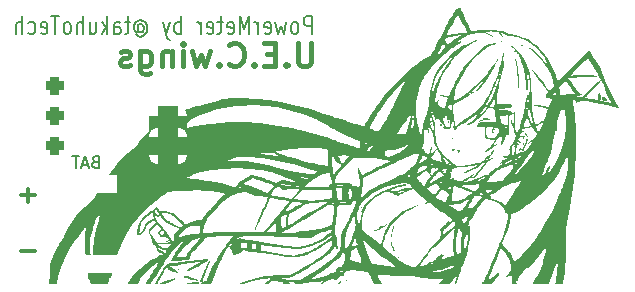
<source format=gbo>
G04 #@! TF.GenerationSoftware,KiCad,Pcbnew,(6.0.7)*
G04 #@! TF.CreationDate,2022-10-10T16:00:36+09:00*
G04 #@! TF.ProjectId,MainBoard,4d61696e-426f-4617-9264-2e6b69636164,rev?*
G04 #@! TF.SameCoordinates,Original*
G04 #@! TF.FileFunction,Legend,Bot*
G04 #@! TF.FilePolarity,Positive*
%FSLAX46Y46*%
G04 Gerber Fmt 4.6, Leading zero omitted, Abs format (unit mm)*
G04 Created by KiCad (PCBNEW (6.0.7)) date 2022-10-10 16:00:36*
%MOMM*%
%LPD*%
G01*
G04 APERTURE LIST*
G04 Aperture macros list*
%AMRoundRect*
0 Rectangle with rounded corners*
0 $1 Rounding radius*
0 $2 $3 $4 $5 $6 $7 $8 $9 X,Y pos of 4 corners*
0 Add a 4 corners polygon primitive as box body*
4,1,4,$2,$3,$4,$5,$6,$7,$8,$9,$2,$3,0*
0 Add four circle primitives for the rounded corners*
1,1,$1+$1,$2,$3*
1,1,$1+$1,$4,$5*
1,1,$1+$1,$6,$7*
1,1,$1+$1,$8,$9*
0 Add four rect primitives between the rounded corners*
20,1,$1+$1,$2,$3,$4,$5,0*
20,1,$1+$1,$4,$5,$6,$7,0*
20,1,$1+$1,$6,$7,$8,$9,0*
20,1,$1+$1,$8,$9,$2,$3,0*%
G04 Aperture macros list end*
%ADD10C,0.400000*%
%ADD11C,0.200000*%
%ADD12C,0.300000*%
%ADD13RoundRect,0.381000X0.381000X-0.381000X0.381000X0.381000X-0.381000X0.381000X-0.381000X-0.381000X0*%
%ADD14RoundRect,0.787500X-0.812500X-0.787500X0.812500X-0.787500X0.812500X0.787500X-0.812500X0.787500X0*%
%ADD15R,3.500000X1.000000*%
%ADD16R,3.400000X1.500000*%
G04 APERTURE END LIST*
D10*
X165447619Y-80404761D02*
X165447619Y-82023809D01*
X165352380Y-82214285D01*
X165257142Y-82309523D01*
X165066666Y-82404761D01*
X164685714Y-82404761D01*
X164495238Y-82309523D01*
X164400000Y-82214285D01*
X164304761Y-82023809D01*
X164304761Y-80404761D01*
X163352380Y-82214285D02*
X163257142Y-82309523D01*
X163352380Y-82404761D01*
X163447619Y-82309523D01*
X163352380Y-82214285D01*
X163352380Y-82404761D01*
X162400000Y-81357142D02*
X161733333Y-81357142D01*
X161447619Y-82404761D02*
X162400000Y-82404761D01*
X162400000Y-80404761D01*
X161447619Y-80404761D01*
X160590476Y-82214285D02*
X160495238Y-82309523D01*
X160590476Y-82404761D01*
X160685714Y-82309523D01*
X160590476Y-82214285D01*
X160590476Y-82404761D01*
X158495238Y-82214285D02*
X158590476Y-82309523D01*
X158876190Y-82404761D01*
X159066666Y-82404761D01*
X159352380Y-82309523D01*
X159542857Y-82119047D01*
X159638095Y-81928571D01*
X159733333Y-81547619D01*
X159733333Y-81261904D01*
X159638095Y-80880952D01*
X159542857Y-80690476D01*
X159352380Y-80500000D01*
X159066666Y-80404761D01*
X158876190Y-80404761D01*
X158590476Y-80500000D01*
X158495238Y-80595238D01*
X157638095Y-82214285D02*
X157542857Y-82309523D01*
X157638095Y-82404761D01*
X157733333Y-82309523D01*
X157638095Y-82214285D01*
X157638095Y-82404761D01*
X156876190Y-81071428D02*
X156495238Y-82404761D01*
X156114285Y-81452380D01*
X155733333Y-82404761D01*
X155352380Y-81071428D01*
X154590476Y-82404761D02*
X154590476Y-81071428D01*
X154590476Y-80404761D02*
X154685714Y-80500000D01*
X154590476Y-80595238D01*
X154495238Y-80500000D01*
X154590476Y-80404761D01*
X154590476Y-80595238D01*
X153638095Y-81071428D02*
X153638095Y-82404761D01*
X153638095Y-81261904D02*
X153542857Y-81166666D01*
X153352380Y-81071428D01*
X153066666Y-81071428D01*
X152876190Y-81166666D01*
X152780952Y-81357142D01*
X152780952Y-82404761D01*
X150971428Y-81071428D02*
X150971428Y-82690476D01*
X151066666Y-82880952D01*
X151161904Y-82976190D01*
X151352380Y-83071428D01*
X151638095Y-83071428D01*
X151828571Y-82976190D01*
X150971428Y-82309523D02*
X151161904Y-82404761D01*
X151542857Y-82404761D01*
X151733333Y-82309523D01*
X151828571Y-82214285D01*
X151923809Y-82023809D01*
X151923809Y-81452380D01*
X151828571Y-81261904D01*
X151733333Y-81166666D01*
X151542857Y-81071428D01*
X151161904Y-81071428D01*
X150971428Y-81166666D01*
X150114285Y-82309523D02*
X149923809Y-82404761D01*
X149542857Y-82404761D01*
X149352380Y-82309523D01*
X149257142Y-82119047D01*
X149257142Y-82023809D01*
X149352380Y-81833333D01*
X149542857Y-81738095D01*
X149828571Y-81738095D01*
X150019047Y-81642857D01*
X150114285Y-81452380D01*
X150114285Y-81357142D01*
X150019047Y-81166666D01*
X149828571Y-81071428D01*
X149542857Y-81071428D01*
X149352380Y-81166666D01*
D11*
X165514285Y-79678571D02*
X165514285Y-78178571D01*
X165057142Y-78178571D01*
X164942857Y-78250000D01*
X164885714Y-78321428D01*
X164828571Y-78464285D01*
X164828571Y-78678571D01*
X164885714Y-78821428D01*
X164942857Y-78892857D01*
X165057142Y-78964285D01*
X165514285Y-78964285D01*
X164142857Y-79678571D02*
X164257142Y-79607142D01*
X164314285Y-79535714D01*
X164371428Y-79392857D01*
X164371428Y-78964285D01*
X164314285Y-78821428D01*
X164257142Y-78750000D01*
X164142857Y-78678571D01*
X163971428Y-78678571D01*
X163857142Y-78750000D01*
X163800000Y-78821428D01*
X163742857Y-78964285D01*
X163742857Y-79392857D01*
X163800000Y-79535714D01*
X163857142Y-79607142D01*
X163971428Y-79678571D01*
X164142857Y-79678571D01*
X163342857Y-78678571D02*
X163114285Y-79678571D01*
X162885714Y-78964285D01*
X162657142Y-79678571D01*
X162428571Y-78678571D01*
X161514285Y-79607142D02*
X161628571Y-79678571D01*
X161857142Y-79678571D01*
X161971428Y-79607142D01*
X162028571Y-79464285D01*
X162028571Y-78892857D01*
X161971428Y-78750000D01*
X161857142Y-78678571D01*
X161628571Y-78678571D01*
X161514285Y-78750000D01*
X161457142Y-78892857D01*
X161457142Y-79035714D01*
X162028571Y-79178571D01*
X160942857Y-79678571D02*
X160942857Y-78678571D01*
X160942857Y-78964285D02*
X160885714Y-78821428D01*
X160828571Y-78750000D01*
X160714285Y-78678571D01*
X160600000Y-78678571D01*
X160200000Y-79678571D02*
X160200000Y-78178571D01*
X159800000Y-79250000D01*
X159400000Y-78178571D01*
X159400000Y-79678571D01*
X158371428Y-79607142D02*
X158485714Y-79678571D01*
X158714285Y-79678571D01*
X158828571Y-79607142D01*
X158885714Y-79464285D01*
X158885714Y-78892857D01*
X158828571Y-78750000D01*
X158714285Y-78678571D01*
X158485714Y-78678571D01*
X158371428Y-78750000D01*
X158314285Y-78892857D01*
X158314285Y-79035714D01*
X158885714Y-79178571D01*
X157971428Y-78678571D02*
X157514285Y-78678571D01*
X157800000Y-78178571D02*
X157800000Y-79464285D01*
X157742857Y-79607142D01*
X157628571Y-79678571D01*
X157514285Y-79678571D01*
X156657142Y-79607142D02*
X156771428Y-79678571D01*
X157000000Y-79678571D01*
X157114285Y-79607142D01*
X157171428Y-79464285D01*
X157171428Y-78892857D01*
X157114285Y-78750000D01*
X157000000Y-78678571D01*
X156771428Y-78678571D01*
X156657142Y-78750000D01*
X156600000Y-78892857D01*
X156600000Y-79035714D01*
X157171428Y-79178571D01*
X156085714Y-79678571D02*
X156085714Y-78678571D01*
X156085714Y-78964285D02*
X156028571Y-78821428D01*
X155971428Y-78750000D01*
X155857142Y-78678571D01*
X155742857Y-78678571D01*
X154428571Y-79678571D02*
X154428571Y-78178571D01*
X154428571Y-78750000D02*
X154314285Y-78678571D01*
X154085714Y-78678571D01*
X153971428Y-78750000D01*
X153914285Y-78821428D01*
X153857142Y-78964285D01*
X153857142Y-79392857D01*
X153914285Y-79535714D01*
X153971428Y-79607142D01*
X154085714Y-79678571D01*
X154314285Y-79678571D01*
X154428571Y-79607142D01*
X153457142Y-78678571D02*
X153171428Y-79678571D01*
X152885714Y-78678571D02*
X153171428Y-79678571D01*
X153285714Y-80035714D01*
X153342857Y-80107142D01*
X153457142Y-80178571D01*
X150771428Y-78964285D02*
X150828571Y-78892857D01*
X150942857Y-78821428D01*
X151057142Y-78821428D01*
X151171428Y-78892857D01*
X151228571Y-78964285D01*
X151285714Y-79107142D01*
X151285714Y-79250000D01*
X151228571Y-79392857D01*
X151171428Y-79464285D01*
X151057142Y-79535714D01*
X150942857Y-79535714D01*
X150828571Y-79464285D01*
X150771428Y-79392857D01*
X150771428Y-78821428D02*
X150771428Y-79392857D01*
X150714285Y-79464285D01*
X150657142Y-79464285D01*
X150542857Y-79392857D01*
X150485714Y-79250000D01*
X150485714Y-78892857D01*
X150600000Y-78678571D01*
X150771428Y-78535714D01*
X151000000Y-78464285D01*
X151228571Y-78535714D01*
X151400000Y-78678571D01*
X151514285Y-78892857D01*
X151571428Y-79178571D01*
X151514285Y-79464285D01*
X151400000Y-79678571D01*
X151228571Y-79821428D01*
X151000000Y-79892857D01*
X150771428Y-79821428D01*
X150600000Y-79678571D01*
X150142857Y-78678571D02*
X149685714Y-78678571D01*
X149971428Y-78178571D02*
X149971428Y-79464285D01*
X149914285Y-79607142D01*
X149800000Y-79678571D01*
X149685714Y-79678571D01*
X148771428Y-79678571D02*
X148771428Y-78892857D01*
X148828571Y-78750000D01*
X148942857Y-78678571D01*
X149171428Y-78678571D01*
X149285714Y-78750000D01*
X148771428Y-79607142D02*
X148885714Y-79678571D01*
X149171428Y-79678571D01*
X149285714Y-79607142D01*
X149342857Y-79464285D01*
X149342857Y-79321428D01*
X149285714Y-79178571D01*
X149171428Y-79107142D01*
X148885714Y-79107142D01*
X148771428Y-79035714D01*
X148200000Y-79678571D02*
X148200000Y-78178571D01*
X148085714Y-79107142D02*
X147742857Y-79678571D01*
X147742857Y-78678571D02*
X148200000Y-79250000D01*
X146714285Y-78678571D02*
X146714285Y-79678571D01*
X147228571Y-78678571D02*
X147228571Y-79464285D01*
X147171428Y-79607142D01*
X147057142Y-79678571D01*
X146885714Y-79678571D01*
X146771428Y-79607142D01*
X146714285Y-79535714D01*
X146142857Y-79678571D02*
X146142857Y-78178571D01*
X145628571Y-79678571D02*
X145628571Y-78892857D01*
X145685714Y-78750000D01*
X145800000Y-78678571D01*
X145971428Y-78678571D01*
X146085714Y-78750000D01*
X146142857Y-78821428D01*
X144885714Y-79678571D02*
X145000000Y-79607142D01*
X145057142Y-79535714D01*
X145114285Y-79392857D01*
X145114285Y-78964285D01*
X145057142Y-78821428D01*
X145000000Y-78750000D01*
X144885714Y-78678571D01*
X144714285Y-78678571D01*
X144600000Y-78750000D01*
X144542857Y-78821428D01*
X144485714Y-78964285D01*
X144485714Y-79392857D01*
X144542857Y-79535714D01*
X144600000Y-79607142D01*
X144714285Y-79678571D01*
X144885714Y-79678571D01*
X144142857Y-78178571D02*
X143457142Y-78178571D01*
X143800000Y-79678571D02*
X143800000Y-78178571D01*
X142600000Y-79607142D02*
X142714285Y-79678571D01*
X142942857Y-79678571D01*
X143057142Y-79607142D01*
X143114285Y-79464285D01*
X143114285Y-78892857D01*
X143057142Y-78750000D01*
X142942857Y-78678571D01*
X142714285Y-78678571D01*
X142600000Y-78750000D01*
X142542857Y-78892857D01*
X142542857Y-79035714D01*
X143114285Y-79178571D01*
X141514285Y-79607142D02*
X141628571Y-79678571D01*
X141857142Y-79678571D01*
X141971428Y-79607142D01*
X142028571Y-79535714D01*
X142085714Y-79392857D01*
X142085714Y-78964285D01*
X142028571Y-78821428D01*
X141971428Y-78750000D01*
X141857142Y-78678571D01*
X141628571Y-78678571D01*
X141514285Y-78750000D01*
X141000000Y-79678571D02*
X141000000Y-78178571D01*
X140485714Y-79678571D02*
X140485714Y-78892857D01*
X140542857Y-78750000D01*
X140657142Y-78678571D01*
X140828571Y-78678571D01*
X140942857Y-78750000D01*
X141000000Y-78821428D01*
D12*
X142049428Y-98024142D02*
X140906571Y-98024142D01*
X142049428Y-93325142D02*
X140906571Y-93325142D01*
X141478000Y-93896571D02*
X141478000Y-92753714D01*
D11*
X147169095Y-90479571D02*
X147026238Y-90527190D01*
X146978619Y-90574809D01*
X146931000Y-90670047D01*
X146931000Y-90812904D01*
X146978619Y-90908142D01*
X147026238Y-90955761D01*
X147121476Y-91003380D01*
X147502428Y-91003380D01*
X147502428Y-90003380D01*
X147169095Y-90003380D01*
X147073857Y-90051000D01*
X147026238Y-90098619D01*
X146978619Y-90193857D01*
X146978619Y-90289095D01*
X147026238Y-90384333D01*
X147073857Y-90431952D01*
X147169095Y-90479571D01*
X147502428Y-90479571D01*
X146550047Y-90717666D02*
X146073857Y-90717666D01*
X146645285Y-91003380D02*
X146311952Y-90003380D01*
X145978619Y-91003380D01*
X145788142Y-90003380D02*
X145216714Y-90003380D01*
X145502428Y-91003380D02*
X145502428Y-90003380D01*
G36*
X177944002Y-89486745D02*
G01*
X178015854Y-89527890D01*
X178049466Y-89603086D01*
X178001504Y-89689976D01*
X177943751Y-89732826D01*
X177896857Y-89727864D01*
X177894815Y-89659911D01*
X177895760Y-89604116D01*
X177836544Y-89558548D01*
X177792191Y-89539028D01*
X177757192Y-89491731D01*
X177769001Y-89457248D01*
X177826636Y-89450505D01*
X177944002Y-89486745D01*
G37*
G36*
X183588232Y-87977276D02*
G01*
X183645852Y-88034944D01*
X183708865Y-88130555D01*
X183759649Y-88234928D01*
X183780584Y-88318882D01*
X183773235Y-88372884D01*
X183739654Y-88387563D01*
X183684993Y-88332058D01*
X183616008Y-88210806D01*
X183568164Y-88108981D01*
X183535065Y-88021908D01*
X183536930Y-87981348D01*
X183570747Y-87971369D01*
X183588232Y-87977276D01*
G37*
G36*
X168416017Y-100483041D02*
G01*
X168448071Y-100523940D01*
X168446847Y-100534008D01*
X168405948Y-100566062D01*
X168395880Y-100564838D01*
X168363826Y-100523940D01*
X168365050Y-100513871D01*
X168405948Y-100481817D01*
X168416017Y-100483041D01*
G37*
G36*
X154850691Y-100144718D02*
G01*
X155007710Y-100185062D01*
X155231085Y-100250698D01*
X155442334Y-100315505D01*
X155634299Y-100377432D01*
X155764789Y-100424918D01*
X155844613Y-100462432D01*
X155884580Y-100494443D01*
X155895501Y-100525422D01*
X155883339Y-100551205D01*
X155836276Y-100561947D01*
X155742623Y-100554423D01*
X155590735Y-100527641D01*
X155368967Y-100480611D01*
X155146673Y-100428830D01*
X154917968Y-100368298D01*
X154742249Y-100312992D01*
X154629498Y-100266110D01*
X154589696Y-100230853D01*
X154599586Y-100204533D01*
X154651897Y-100145651D01*
X154682868Y-100130321D01*
X154746813Y-100127270D01*
X154850691Y-100144718D01*
G37*
G36*
X183157398Y-89246928D02*
G01*
X183214935Y-89295068D01*
X183250080Y-89333600D01*
X183260012Y-89381760D01*
X183210412Y-89447512D01*
X183191410Y-89466353D01*
X183117408Y-89515213D01*
X183051206Y-89533378D01*
X183022532Y-89510831D01*
X183036764Y-89465888D01*
X183070499Y-89380698D01*
X183108210Y-89293076D01*
X183134362Y-89240567D01*
X183157398Y-89246928D01*
G37*
G36*
X183750703Y-88477951D02*
G01*
X183777463Y-88524811D01*
X183774753Y-88628269D01*
X183747342Y-88771240D01*
X183700000Y-88936642D01*
X183637495Y-89107391D01*
X183564595Y-89266404D01*
X183486070Y-89396597D01*
X183437283Y-89460017D01*
X183363791Y-89540545D01*
X183317127Y-89572033D01*
X183316817Y-89572031D01*
X183280652Y-89541044D01*
X183281274Y-89477451D01*
X183318334Y-89424020D01*
X183341219Y-89402359D01*
X183401989Y-89309978D01*
X183473814Y-89171022D01*
X183546409Y-89007820D01*
X183609489Y-88842699D01*
X183652770Y-88697986D01*
X183676582Y-88610249D01*
X183712998Y-88514180D01*
X183742820Y-88476842D01*
X183750703Y-88477951D01*
G37*
G36*
X186276050Y-87888348D02*
G01*
X186308104Y-87929247D01*
X186306880Y-87939315D01*
X186265982Y-87971369D01*
X186255913Y-87970145D01*
X186223859Y-87929247D01*
X186225083Y-87919178D01*
X186265982Y-87887124D01*
X186276050Y-87888348D01*
G37*
G36*
X183454300Y-88907554D02*
G01*
X183485882Y-88958165D01*
X183470538Y-88997678D01*
X183398126Y-89024437D01*
X183372929Y-89022112D01*
X183329755Y-88989358D01*
X183345444Y-88940687D01*
X183415658Y-88905511D01*
X183454300Y-88907554D01*
G37*
G36*
X177388156Y-88435943D02*
G01*
X177420210Y-88476842D01*
X177418986Y-88486910D01*
X177378088Y-88518965D01*
X177368019Y-88517741D01*
X177335965Y-88476842D01*
X177337189Y-88466773D01*
X177378088Y-88434719D01*
X177388156Y-88435943D01*
G37*
G36*
X187840803Y-87284755D02*
G01*
X187850855Y-87614769D01*
X187857003Y-87998514D01*
X187859435Y-88422196D01*
X187858338Y-88872018D01*
X187853903Y-89334187D01*
X187846317Y-89794906D01*
X187843234Y-89925094D01*
X187835769Y-90240380D01*
X187822448Y-90656814D01*
X187806542Y-91030413D01*
X187788240Y-91347381D01*
X187767731Y-91593923D01*
X187765694Y-91613394D01*
X187707329Y-92131078D01*
X187638469Y-92676494D01*
X187561578Y-93233682D01*
X187479123Y-93786687D01*
X187393569Y-94319549D01*
X187307382Y-94816311D01*
X187223026Y-95261016D01*
X187142968Y-95637704D01*
X187013030Y-96206361D01*
X187016636Y-96796079D01*
X187017074Y-96867640D01*
X187020886Y-97491104D01*
X187021975Y-97736523D01*
X187020930Y-98174955D01*
X187014741Y-98557260D01*
X187002410Y-98902148D01*
X186982934Y-99228329D01*
X186955314Y-99554514D01*
X186918548Y-99899412D01*
X186871637Y-100281734D01*
X186802645Y-100818799D01*
X186130238Y-100818799D01*
X186154080Y-100681900D01*
X186161417Y-100633805D01*
X186179335Y-100496895D01*
X186202537Y-100305058D01*
X186228983Y-100076379D01*
X186256632Y-99828944D01*
X186283443Y-99580837D01*
X186307376Y-99350145D01*
X186326389Y-99154951D01*
X186349792Y-98902215D01*
X186119630Y-99407688D01*
X186034964Y-99599403D01*
X185921813Y-99869456D01*
X185815255Y-100137259D01*
X185730257Y-100365980D01*
X185571045Y-100818799D01*
X184862959Y-100818799D01*
X184749644Y-100818615D01*
X184511645Y-100816212D01*
X184345260Y-100810470D01*
X184241408Y-100800681D01*
X184191007Y-100786141D01*
X184184976Y-100766145D01*
X184189590Y-100758519D01*
X184236431Y-100688536D01*
X184315347Y-100575429D01*
X184412080Y-100439694D01*
X184524210Y-100281431D01*
X184649682Y-100092551D01*
X184744850Y-99928091D01*
X184823286Y-99763962D01*
X184898559Y-99576071D01*
X184929900Y-99483781D01*
X184978955Y-99321490D01*
X185037292Y-99115678D01*
X185101369Y-98880197D01*
X185167641Y-98628900D01*
X185232566Y-98375641D01*
X185292601Y-98134272D01*
X185344203Y-97918646D01*
X185383829Y-97742618D01*
X185407934Y-97620039D01*
X185412978Y-97564762D01*
X185411076Y-97563379D01*
X185376667Y-97595840D01*
X185307082Y-97684676D01*
X185211219Y-97818042D01*
X185097974Y-97984095D01*
X185012317Y-98108740D01*
X184759563Y-98438865D01*
X184725058Y-98483932D01*
X184376808Y-98882587D01*
X184031820Y-99239197D01*
X183960799Y-99312611D01*
X183874128Y-99393962D01*
X183787347Y-99458371D01*
X183747346Y-99460324D01*
X183757399Y-99398441D01*
X183770059Y-99360480D01*
X183767143Y-99345787D01*
X183761385Y-99352417D01*
X183712425Y-99410134D01*
X183623178Y-99515939D01*
X183503876Y-99657693D01*
X183364751Y-99823253D01*
X183270468Y-99936793D01*
X183133213Y-100110397D01*
X183043721Y-100239142D01*
X182995087Y-100333455D01*
X182980409Y-100403762D01*
X182972722Y-100463215D01*
X182929757Y-100538461D01*
X182867750Y-100562084D01*
X182808312Y-100519547D01*
X182796112Y-100501981D01*
X182773580Y-100493907D01*
X182777878Y-100556355D01*
X182808978Y-100682178D01*
X182848160Y-100818799D01*
X182485818Y-100818799D01*
X182457625Y-100569603D01*
X182448542Y-100460095D01*
X182446122Y-100314268D01*
X182456150Y-100213954D01*
X182470579Y-100125188D01*
X182448712Y-100061751D01*
X182375661Y-100061774D01*
X182247461Y-100123540D01*
X182144905Y-100179528D01*
X182027459Y-100225536D01*
X181972215Y-100218134D01*
X181979988Y-100160305D01*
X182051592Y-100055032D01*
X182187842Y-99905298D01*
X182406220Y-99684174D01*
X182354363Y-99293194D01*
X182349898Y-99261112D01*
X182345875Y-99239197D01*
X183822864Y-99239197D01*
X183843925Y-99260258D01*
X183864987Y-99239197D01*
X183843925Y-99218135D01*
X183822864Y-99239197D01*
X182345875Y-99239197D01*
X182309630Y-99041753D01*
X182257191Y-98836623D01*
X182201307Y-98680649D01*
X182178990Y-98634635D01*
X182066075Y-98440854D01*
X181920565Y-98229465D01*
X181765115Y-98031825D01*
X181622377Y-97879292D01*
X181518665Y-97783069D01*
X181454264Y-97963537D01*
X181383907Y-98159832D01*
X181275304Y-98457739D01*
X181185044Y-98696843D01*
X181107813Y-98890718D01*
X181038296Y-99052938D01*
X180971176Y-99197074D01*
X180943453Y-99254762D01*
X180844528Y-99467442D01*
X180743588Y-99693290D01*
X180648236Y-99914439D01*
X180566073Y-100113021D01*
X180504702Y-100271169D01*
X180471722Y-100371017D01*
X180465456Y-100409829D01*
X180485917Y-100474925D01*
X180545074Y-100479080D01*
X180623361Y-100416436D01*
X180628747Y-100410209D01*
X180697796Y-100343534D01*
X180806511Y-100249639D01*
X180937607Y-100142186D01*
X181073800Y-100034834D01*
X181197806Y-99941241D01*
X181292341Y-99875069D01*
X181340122Y-99849976D01*
X181379024Y-99875705D01*
X181369468Y-99951501D01*
X181312000Y-100064780D01*
X181211255Y-100202847D01*
X181133006Y-100302055D01*
X181067807Y-100395152D01*
X181042764Y-100445971D01*
X181025603Y-100478621D01*
X180960595Y-100555237D01*
X180863743Y-100651473D01*
X180684721Y-100817749D01*
X180274025Y-100818274D01*
X180200280Y-100818151D01*
X180031860Y-100814507D01*
X179928897Y-100804294D01*
X179877387Y-100785375D01*
X179863328Y-100755615D01*
X179878815Y-100718936D01*
X179946864Y-100692431D01*
X179954360Y-100692066D01*
X179999235Y-100673767D01*
X180049277Y-100622322D01*
X180108478Y-100530080D01*
X180180828Y-100389388D01*
X180270320Y-100192597D01*
X180380945Y-99932053D01*
X180516693Y-99600107D01*
X180566100Y-99478146D01*
X180668436Y-99226977D01*
X180767043Y-98986675D01*
X180852696Y-98779677D01*
X180916172Y-98628417D01*
X180921184Y-98616628D01*
X180998853Y-98432234D01*
X181074804Y-98249293D01*
X181133265Y-98105779D01*
X181161221Y-98037658D01*
X181226785Y-97887392D01*
X181283284Y-97768859D01*
X181287425Y-97760520D01*
X181330198Y-97623324D01*
X181344266Y-97476653D01*
X181343856Y-97416281D01*
X181348558Y-97394355D01*
X181642399Y-97394355D01*
X181667670Y-97457885D01*
X181721724Y-97516167D01*
X181726137Y-97520239D01*
X181797620Y-97598735D01*
X181895240Y-97720042D01*
X181999219Y-97859678D01*
X182017116Y-97884338D01*
X182113592Y-98005465D01*
X182195806Y-98090717D01*
X182247578Y-98122945D01*
X182248784Y-98122960D01*
X182318763Y-98164090D01*
X182399135Y-98277562D01*
X182484095Y-98453261D01*
X182567840Y-98681071D01*
X182572032Y-98693909D01*
X182620998Y-98831177D01*
X182663111Y-98928454D01*
X182689657Y-98965399D01*
X182691836Y-98964665D01*
X182737058Y-98927042D01*
X182829641Y-98839082D01*
X182960260Y-98709982D01*
X183119587Y-98548939D01*
X183226619Y-98438865D01*
X184454705Y-98438865D01*
X184475766Y-98459926D01*
X184496827Y-98438865D01*
X184475766Y-98417804D01*
X184454705Y-98438865D01*
X183226619Y-98438865D01*
X183288057Y-98375681D01*
X184513912Y-98375681D01*
X184530040Y-98363853D01*
X184587952Y-98293973D01*
X184676973Y-98172170D01*
X184788791Y-98010904D01*
X184915093Y-97822638D01*
X185047568Y-97619835D01*
X185177904Y-97414955D01*
X185297788Y-97220461D01*
X185398909Y-97048815D01*
X185432784Y-96988730D01*
X185482681Y-96894494D01*
X185490385Y-96867640D01*
X185457858Y-96905452D01*
X185387065Y-97005215D01*
X185279969Y-97164215D01*
X185138535Y-97379736D01*
X184964726Y-97649064D01*
X184926459Y-97708831D01*
X184791469Y-97921017D01*
X184676232Y-98104250D01*
X184587236Y-98248075D01*
X184530967Y-98342037D01*
X184513912Y-98375681D01*
X183288057Y-98375681D01*
X183298297Y-98365150D01*
X183299354Y-98364054D01*
X183581055Y-98067686D01*
X183838811Y-97788108D01*
X184067534Y-97531433D01*
X184262131Y-97303771D01*
X184417515Y-97111232D01*
X184528593Y-96959927D01*
X184590277Y-96855967D01*
X184597477Y-96805463D01*
X184596855Y-96796079D01*
X185507773Y-96796079D01*
X185528834Y-96817140D01*
X185549895Y-96796079D01*
X185528834Y-96775018D01*
X185507773Y-96796079D01*
X184596855Y-96796079D01*
X184594448Y-96759750D01*
X184637806Y-96665249D01*
X184731087Y-96517569D01*
X184877146Y-96311668D01*
X184999992Y-96138130D01*
X185285933Y-95692703D01*
X185584407Y-95172991D01*
X185892100Y-94584636D01*
X185999433Y-94369045D01*
X186101129Y-94159163D01*
X186188389Y-93969611D01*
X186269750Y-93780451D01*
X186353752Y-93571744D01*
X186448932Y-93323549D01*
X186563828Y-93015928D01*
X186577609Y-92979194D01*
X186642452Y-92815772D01*
X186702101Y-92678769D01*
X186745142Y-92594701D01*
X186754062Y-92579271D01*
X186802643Y-92469075D01*
X186864575Y-92299797D01*
X186934171Y-92089759D01*
X187005743Y-91857287D01*
X187073603Y-91620703D01*
X187132062Y-91398331D01*
X187175434Y-91208496D01*
X187204818Y-91052452D01*
X187220427Y-90923431D01*
X187215597Y-90836295D01*
X187191095Y-90769565D01*
X187176561Y-90724711D01*
X187162258Y-90597936D01*
X187160425Y-90431705D01*
X187170071Y-90253541D01*
X187190206Y-90090966D01*
X187219839Y-89971502D01*
X187230909Y-89925094D01*
X187201862Y-89924402D01*
X187177055Y-89957117D01*
X187119582Y-90055904D01*
X187038642Y-90207250D01*
X186941128Y-90398202D01*
X186833934Y-90615806D01*
X186713688Y-90857637D01*
X186402826Y-91421892D01*
X186072500Y-91930113D01*
X185979364Y-92050292D01*
X185710244Y-92397552D01*
X185303598Y-92839461D01*
X184840096Y-93271091D01*
X184661697Y-93417274D01*
X184307275Y-93707693D01*
X184266884Y-93739053D01*
X184235409Y-93763243D01*
X183889027Y-94029457D01*
X183568554Y-94269500D01*
X183299478Y-94463253D01*
X183075813Y-94614787D01*
X182891570Y-94728173D01*
X182740763Y-94807482D01*
X182617405Y-94856786D01*
X182359707Y-94939104D01*
X182334510Y-95256812D01*
X182326177Y-95333677D01*
X182277093Y-95591302D01*
X182194675Y-95897105D01*
X182084829Y-96232509D01*
X181953461Y-96578936D01*
X181806477Y-96917807D01*
X181761470Y-97015648D01*
X181687080Y-97188900D01*
X181648129Y-97309915D01*
X181642399Y-97394355D01*
X181348558Y-97394355D01*
X181362193Y-97330779D01*
X181414021Y-97294748D01*
X181455037Y-97265203D01*
X181512590Y-97178329D01*
X181582775Y-97030160D01*
X181667731Y-96815636D01*
X181769596Y-96529694D01*
X181890508Y-96167276D01*
X181947892Y-95984899D01*
X182052011Y-95603373D01*
X182115724Y-95281294D01*
X182137637Y-95025105D01*
X182133496Y-94962048D01*
X182096754Y-94897487D01*
X182001056Y-94856614D01*
X181920922Y-94826502D01*
X181874305Y-94772146D01*
X181864157Y-94667883D01*
X181864091Y-94660986D01*
X181844626Y-94537062D01*
X181800973Y-94442596D01*
X181581115Y-94221608D01*
X181276927Y-94003871D01*
X180927896Y-93825703D01*
X180553797Y-93698894D01*
X180225036Y-93614811D01*
X179999076Y-93836457D01*
X179810541Y-94033803D01*
X179641937Y-94239012D01*
X179522011Y-94420423D01*
X179460386Y-94565018D01*
X179423512Y-94668639D01*
X179347176Y-94826496D01*
X179250836Y-94996634D01*
X179151266Y-95149703D01*
X179149976Y-95151302D01*
X179065240Y-95256357D01*
X179041404Y-95282233D01*
X178936749Y-95442272D01*
X178842703Y-95655844D01*
X178815109Y-95746324D01*
X178768898Y-95897846D01*
X178724966Y-96143177D01*
X178715856Y-96221494D01*
X178680351Y-96433805D01*
X178641373Y-96561387D01*
X178630902Y-96595661D01*
X178560295Y-96732895D01*
X178505167Y-96827773D01*
X178447153Y-96962107D01*
X178411662Y-97111700D01*
X178393890Y-97299417D01*
X178389033Y-97548123D01*
X178390619Y-97695366D01*
X178397962Y-97856719D01*
X178410523Y-97952500D01*
X178427462Y-97973409D01*
X178427842Y-97973005D01*
X178462634Y-97914670D01*
X178516269Y-97802208D01*
X178577300Y-97659595D01*
X178618374Y-97550197D01*
X178651358Y-97435883D01*
X178677120Y-97304228D01*
X178698278Y-97138523D01*
X178717446Y-96922057D01*
X178737242Y-96638119D01*
X178752661Y-96420909D01*
X178770665Y-96208861D01*
X178788203Y-96040863D01*
X178803866Y-95930272D01*
X178816241Y-95890441D01*
X178834061Y-95896125D01*
X178857286Y-95935711D01*
X178872427Y-96021211D01*
X178880248Y-96162171D01*
X178881514Y-96368135D01*
X178876989Y-96648649D01*
X178869848Y-96885555D01*
X178856759Y-97103877D01*
X178835821Y-97281317D01*
X178804155Y-97441222D01*
X178758883Y-97606941D01*
X178738940Y-97675954D01*
X178703659Y-97818544D01*
X178687799Y-97917443D01*
X178694719Y-97954454D01*
X178712354Y-97967983D01*
X178704687Y-98028169D01*
X178703466Y-98031230D01*
X178679584Y-98126470D01*
X178663674Y-98249313D01*
X178638985Y-98386148D01*
X178571655Y-98567803D01*
X178456176Y-98796908D01*
X178441960Y-98828190D01*
X178399436Y-98938021D01*
X178368843Y-99022431D01*
X178337893Y-99107828D01*
X178317527Y-99165942D01*
X178277287Y-99280769D01*
X178261822Y-99324898D01*
X178175715Y-99576518D01*
X178119359Y-99744669D01*
X178084065Y-99849976D01*
X178066634Y-99902474D01*
X177968494Y-100194960D01*
X177891119Y-100417787D01*
X177830609Y-100580217D01*
X177783062Y-100691512D01*
X177744578Y-100760932D01*
X177711255Y-100797741D01*
X177679193Y-100811198D01*
X177623316Y-100809248D01*
X177588701Y-100776892D01*
X177599572Y-100731206D01*
X177635215Y-100620590D01*
X177689786Y-100464890D01*
X177757192Y-100282005D01*
X177817532Y-100120110D01*
X177873386Y-99966266D01*
X177911115Y-99857585D01*
X177924754Y-99810838D01*
X177911146Y-99822478D01*
X177865792Y-99889261D01*
X177855489Y-99906140D01*
X177822269Y-99960562D01*
X177799779Y-99997406D01*
X177787379Y-100018107D01*
X177693793Y-100163418D01*
X177574853Y-100336013D01*
X177453196Y-100502878D01*
X177230658Y-100797737D01*
X176919015Y-100810240D01*
X176607373Y-100822742D01*
X176813709Y-100627173D01*
X176854234Y-100588714D01*
X176938652Y-100507337D01*
X176964304Y-100478194D01*
X176933238Y-100497239D01*
X176847502Y-100560426D01*
X176789107Y-100605340D01*
X176685804Y-100691330D01*
X176621200Y-100754023D01*
X176618667Y-100756929D01*
X176528213Y-100802527D01*
X176376227Y-100818799D01*
X176185013Y-100818799D01*
X176434038Y-100586383D01*
X176683063Y-100353968D01*
X176472449Y-100386301D01*
X176228041Y-100408704D01*
X175917590Y-100412488D01*
X175571561Y-100398490D01*
X175213260Y-100368668D01*
X174865996Y-100324976D01*
X174553077Y-100269371D01*
X174297811Y-100203809D01*
X174180707Y-100176260D01*
X174019224Y-100158544D01*
X173803417Y-100151264D01*
X173518541Y-100153465D01*
X173511566Y-100153602D01*
X173279640Y-100154269D01*
X172989315Y-100149390D01*
X172665310Y-100139700D01*
X172332341Y-100125932D01*
X172015126Y-100108821D01*
X171900218Y-100101966D01*
X171640984Y-100088209D01*
X171415805Y-100078614D01*
X171237179Y-100073578D01*
X171117604Y-100073498D01*
X171069579Y-100078772D01*
X171070475Y-100127579D01*
X171119319Y-100231583D01*
X171211803Y-100378823D01*
X171341948Y-100558758D01*
X171396067Y-100632826D01*
X171457141Y-100727045D01*
X171480907Y-100779902D01*
X171475924Y-100786444D01*
X171412304Y-100802969D01*
X171290847Y-100814479D01*
X171131114Y-100818799D01*
X170781320Y-100818799D01*
X170517284Y-100313326D01*
X170491126Y-100263709D01*
X170392561Y-100084923D01*
X170312158Y-99950393D01*
X171423696Y-99950393D01*
X171430030Y-99963580D01*
X171501968Y-99968133D01*
X171515049Y-99967855D01*
X171570998Y-99960562D01*
X171553820Y-99947154D01*
X171511073Y-99940382D01*
X171427452Y-99948715D01*
X171423696Y-99950393D01*
X170312158Y-99950393D01*
X170306050Y-99940174D01*
X170291526Y-99918810D01*
X170982885Y-99918810D01*
X171017557Y-99934222D01*
X171039857Y-99931182D01*
X171045639Y-99906140D01*
X171039465Y-99901099D01*
X170989475Y-99906140D01*
X170982885Y-99918810D01*
X170291526Y-99918810D01*
X170240142Y-99843228D01*
X170203386Y-99807853D01*
X175756363Y-99807853D01*
X175771187Y-99823328D01*
X175831082Y-99841644D01*
X175939485Y-99840970D01*
X176107462Y-99820798D01*
X176346081Y-99780615D01*
X176476461Y-99755741D01*
X176523054Y-99744669D01*
X177925683Y-99744669D01*
X177946744Y-99765731D01*
X177967806Y-99744669D01*
X177946744Y-99723608D01*
X177925683Y-99744669D01*
X176523054Y-99744669D01*
X176817415Y-99674720D01*
X177112650Y-99575722D01*
X177390822Y-99449670D01*
X177484001Y-99400360D01*
X177606399Y-99325531D01*
X177650809Y-99280769D01*
X177618387Y-99267974D01*
X177510286Y-99289043D01*
X177327664Y-99345876D01*
X177308660Y-99352358D01*
X177122594Y-99412743D01*
X176903648Y-99479581D01*
X176668020Y-99548401D01*
X176431906Y-99614731D01*
X176211503Y-99674103D01*
X176023008Y-99722043D01*
X175882618Y-99754082D01*
X175806530Y-99765749D01*
X175767717Y-99773330D01*
X175756363Y-99807853D01*
X170203386Y-99807853D01*
X170138924Y-99804443D01*
X169995251Y-99790398D01*
X169806390Y-99768166D01*
X169593828Y-99740660D01*
X169379051Y-99710791D01*
X169183547Y-99681471D01*
X169028802Y-99655613D01*
X168936302Y-99636128D01*
X168836557Y-99612410D01*
X168771727Y-99616432D01*
X168734126Y-99656591D01*
X168668744Y-99704720D01*
X168530223Y-99723608D01*
X168485116Y-99724626D01*
X168392002Y-99742605D01*
X168363826Y-99786792D01*
X168356621Y-99816235D01*
X168339331Y-99826856D01*
X168301695Y-99849976D01*
X168295278Y-99850203D01*
X168257998Y-99879381D01*
X168263251Y-99968415D01*
X168265905Y-99982026D01*
X168270480Y-100042933D01*
X168244348Y-100083256D01*
X168170558Y-100116880D01*
X168032153Y-100157691D01*
X167942432Y-100185819D01*
X167804932Y-100247392D01*
X167733891Y-100309765D01*
X167719679Y-100335173D01*
X167631457Y-100452038D01*
X167543858Y-100511362D01*
X167470219Y-100507726D01*
X167423879Y-100435710D01*
X167406305Y-100390167D01*
X167359218Y-100364556D01*
X167261006Y-100377106D01*
X167176203Y-100398121D01*
X166956225Y-100477694D01*
X166758054Y-100581911D01*
X166612804Y-100695487D01*
X166490486Y-100789727D01*
X166352767Y-100818799D01*
X166210869Y-100818799D01*
X166329055Y-100710547D01*
X166447242Y-100602296D01*
X166110260Y-100627254D01*
X165900451Y-100643813D01*
X165600291Y-100671007D01*
X165325677Y-100699881D01*
X165091244Y-100728731D01*
X164911628Y-100755853D01*
X164801465Y-100779546D01*
X164801213Y-100779622D01*
X164703755Y-100798858D01*
X164573277Y-100811559D01*
X164429284Y-100817763D01*
X164291280Y-100817503D01*
X164178770Y-100810816D01*
X164111259Y-100797735D01*
X164108250Y-100778297D01*
X164123967Y-100767305D01*
X164139420Y-100737321D01*
X164093810Y-100714735D01*
X163979409Y-100697232D01*
X163788491Y-100682498D01*
X163754183Y-100680426D01*
X163629915Y-100674750D01*
X163574544Y-100680077D01*
X163575447Y-100700821D01*
X163620000Y-100741393D01*
X163629304Y-100749226D01*
X163661070Y-100780928D01*
X163657042Y-100800224D01*
X163605110Y-100809812D01*
X163493165Y-100812390D01*
X163309099Y-100810656D01*
X163193673Y-100808192D01*
X163079386Y-100802700D01*
X163028269Y-100795645D01*
X163050859Y-100787952D01*
X163069080Y-100785707D01*
X163150154Y-100771855D01*
X163158275Y-100750673D01*
X163102862Y-100707604D01*
X163084403Y-100697171D01*
X162968273Y-100662702D01*
X162777731Y-100632366D01*
X162520395Y-100607474D01*
X162371258Y-100597161D01*
X162176255Y-100589857D01*
X162045611Y-100597804D01*
X161967247Y-100623658D01*
X161929086Y-100670075D01*
X161919050Y-100739711D01*
X161918474Y-100753594D01*
X161898340Y-100794828D01*
X161834550Y-100814058D01*
X161706954Y-100818799D01*
X161613805Y-100817833D01*
X161538695Y-100808939D01*
X161519860Y-100783521D01*
X161540754Y-100733042D01*
X161609252Y-100666147D01*
X161716341Y-100621347D01*
X161811637Y-100583379D01*
X161865856Y-100519603D01*
X161908140Y-100457418D01*
X161997141Y-100400233D01*
X162011877Y-100393956D01*
X162026658Y-100377263D01*
X161978731Y-100368328D01*
X161860987Y-100366527D01*
X161666313Y-100371237D01*
X161660990Y-100371414D01*
X161485655Y-100379846D01*
X161330659Y-100394942D01*
X161175959Y-100420719D01*
X161001507Y-100461194D01*
X160787260Y-100520383D01*
X160513171Y-100602302D01*
X160193883Y-100695697D01*
X159923489Y-100765189D01*
X159716908Y-100805672D01*
X159566914Y-100818799D01*
X159565489Y-100818798D01*
X159435090Y-100812729D01*
X159377261Y-100794175D01*
X159393644Y-100762315D01*
X159485883Y-100716328D01*
X159655619Y-100655393D01*
X159904497Y-100578688D01*
X160234159Y-100485395D01*
X160574073Y-100392108D01*
X160739227Y-100347624D01*
X162973009Y-100347624D01*
X163014702Y-100374266D01*
X163017834Y-100375877D01*
X163104434Y-100401651D01*
X163253625Y-100429399D01*
X163445304Y-100455888D01*
X163659368Y-100477887D01*
X163673063Y-100479054D01*
X163887568Y-100496528D01*
X164079786Y-100510795D01*
X164229177Y-100520413D01*
X164315200Y-100523940D01*
X164360293Y-100521204D01*
X164416723Y-100509151D01*
X164487795Y-100483411D01*
X164581670Y-100439639D01*
X164661066Y-100397572D01*
X165402670Y-100397572D01*
X165609036Y-100394902D01*
X165670273Y-100392465D01*
X165814561Y-100375689D01*
X165920708Y-100348919D01*
X165954648Y-100336529D01*
X166072459Y-100299811D01*
X166235401Y-100253498D01*
X166418918Y-100204700D01*
X166507430Y-100180694D01*
X166687233Y-100124376D01*
X166835883Y-100068133D01*
X166927860Y-100021168D01*
X166967487Y-99997261D01*
X167101389Y-99941963D01*
X167251043Y-99903851D01*
X167330535Y-99889275D01*
X167421817Y-99858600D01*
X167470218Y-99806531D01*
X167900476Y-99806531D01*
X167902905Y-99814148D01*
X167956176Y-99839673D01*
X168057278Y-99849976D01*
X168097873Y-99849900D01*
X168172872Y-99845589D01*
X168176498Y-99826856D01*
X168118508Y-99783035D01*
X168106427Y-99775057D01*
X168010838Y-99740229D01*
X167932773Y-99751734D01*
X167900476Y-99806531D01*
X167470218Y-99806531D01*
X167473246Y-99803273D01*
X167512897Y-99701608D01*
X167539173Y-99628014D01*
X167610848Y-99499144D01*
X167711154Y-99426344D01*
X167862448Y-99389662D01*
X167953009Y-99372588D01*
X168026934Y-99336163D01*
X168091261Y-99263091D01*
X168169369Y-99133890D01*
X168200631Y-99077229D01*
X168263519Y-98937388D01*
X168292106Y-98802512D01*
X168294284Y-98733534D01*
X168763145Y-98733534D01*
X168794915Y-98799801D01*
X168869165Y-98841003D01*
X168995666Y-98876785D01*
X169075761Y-98896620D01*
X169231679Y-98933981D01*
X169396801Y-98972494D01*
X169650505Y-99030731D01*
X169635502Y-98902215D01*
X169795998Y-98902215D01*
X169817059Y-98923276D01*
X169838121Y-98902215D01*
X169817059Y-98881154D01*
X169795998Y-98902215D01*
X169635502Y-98902215D01*
X169634398Y-98892758D01*
X169633843Y-98887858D01*
X169636733Y-98785165D01*
X169675731Y-98758174D01*
X169750086Y-98807439D01*
X169764226Y-98812801D01*
X169753963Y-98767484D01*
X169711130Y-98672444D01*
X169710907Y-98671998D01*
X169623112Y-98488340D01*
X169533124Y-98285449D01*
X169447185Y-98079285D01*
X169371534Y-97885806D01*
X169312411Y-97720969D01*
X169276058Y-97600733D01*
X169268713Y-97541056D01*
X169288107Y-97515221D01*
X169354065Y-97506473D01*
X169380639Y-97514070D01*
X169414997Y-97501198D01*
X169398555Y-97458206D01*
X169335698Y-97408491D01*
X169298192Y-97377286D01*
X169253930Y-97283844D01*
X169240727Y-97213934D01*
X169880244Y-97213934D01*
X169889965Y-97278203D01*
X169927108Y-97417468D01*
X169987217Y-97607906D01*
X170065147Y-97834648D01*
X170155751Y-98082825D01*
X170253883Y-98337568D01*
X170354397Y-98584006D01*
X170450791Y-98812801D01*
X170488462Y-98902215D01*
X170575268Y-99108252D01*
X171523030Y-99245788D01*
X171797886Y-99285315D01*
X172100973Y-99327561D01*
X172331755Y-99357678D01*
X172496482Y-99376352D01*
X172601404Y-99384273D01*
X172652771Y-99382127D01*
X172656833Y-99370604D01*
X172656509Y-99370308D01*
X172576282Y-99303753D01*
X172451141Y-99207520D01*
X172295134Y-99091622D01*
X172122310Y-98966077D01*
X171946717Y-98840899D01*
X171782403Y-98726104D01*
X171643417Y-98631708D01*
X171543808Y-98567725D01*
X171497622Y-98544172D01*
X171478558Y-98537899D01*
X171402988Y-98485624D01*
X171294455Y-98391816D01*
X171169610Y-98270374D01*
X171110827Y-98211332D01*
X170993851Y-98101228D01*
X170902448Y-98025040D01*
X170852603Y-97996577D01*
X170813831Y-97975315D01*
X170726182Y-97904653D01*
X170606028Y-97796199D01*
X170467391Y-97662130D01*
X170460827Y-97655587D01*
X170245446Y-97446122D01*
X170082087Y-97299048D01*
X169968359Y-97212541D01*
X169901874Y-97184777D01*
X169880244Y-97213934D01*
X169240727Y-97213934D01*
X169223494Y-97122680D01*
X169192485Y-96880324D01*
X169054813Y-97175183D01*
X169043366Y-97199774D01*
X168964048Y-97378714D01*
X168923924Y-97495695D01*
X168922403Y-97561735D01*
X168958892Y-97587852D01*
X169032801Y-97585067D01*
X169081423Y-97582096D01*
X169169745Y-97611802D01*
X169206249Y-97679763D01*
X169191964Y-97766525D01*
X169130513Y-97849147D01*
X169127919Y-97852635D01*
X169015145Y-97918639D01*
X168903869Y-97979640D01*
X168854398Y-98051617D01*
X168849862Y-98058217D01*
X168849087Y-98062307D01*
X168834064Y-98150768D01*
X168811710Y-98291671D01*
X168786564Y-98456472D01*
X168766138Y-98607356D01*
X168764080Y-98622558D01*
X168763145Y-98733534D01*
X168294284Y-98733534D01*
X168297602Y-98628417D01*
X168296909Y-98607356D01*
X168616562Y-98607356D01*
X168637623Y-98628417D01*
X168658685Y-98607356D01*
X168637623Y-98586295D01*
X168616562Y-98607356D01*
X168296909Y-98607356D01*
X168293284Y-98497177D01*
X168280269Y-98322010D01*
X168264914Y-98206851D01*
X168621908Y-98206851D01*
X168624504Y-98338260D01*
X168639189Y-98416430D01*
X168660159Y-98412961D01*
X168687144Y-98325635D01*
X168720099Y-98154537D01*
X168725556Y-98051617D01*
X168705240Y-97997936D01*
X168670838Y-98009765D01*
X168635322Y-98096055D01*
X168621908Y-98206851D01*
X168264914Y-98206851D01*
X168262216Y-98186614D01*
X168229871Y-98018609D01*
X168174224Y-98150954D01*
X168102457Y-98277292D01*
X167953564Y-98463450D01*
X167743828Y-98679296D01*
X167480327Y-98918753D01*
X167170141Y-99175745D01*
X166820348Y-99444195D01*
X166438029Y-99718027D01*
X166030263Y-99991166D01*
X165402670Y-100397572D01*
X164661066Y-100397572D01*
X164706512Y-100373493D01*
X164870485Y-100280626D01*
X165081752Y-100156696D01*
X165348475Y-99997359D01*
X165678818Y-99798269D01*
X165793417Y-99728485D01*
X166192295Y-99476282D01*
X166553540Y-99233157D01*
X166869570Y-99004753D01*
X167132805Y-98796715D01*
X167335663Y-98614686D01*
X167470563Y-98464312D01*
X167518109Y-98401420D01*
X167627691Y-98261005D01*
X167738816Y-98122945D01*
X167789211Y-98060303D01*
X167849815Y-97974145D01*
X167892253Y-97887061D01*
X167902484Y-97849147D01*
X168237457Y-97849147D01*
X168258519Y-97870208D01*
X168279580Y-97849147D01*
X168258519Y-97828086D01*
X168237457Y-97849147D01*
X167902484Y-97849147D01*
X167920500Y-97782388D01*
X167930186Y-97707749D01*
X168279580Y-97707749D01*
X168282381Y-97748784D01*
X168305784Y-97778243D01*
X168367620Y-97765321D01*
X168485198Y-97710225D01*
X168496300Y-97704491D01*
X168585531Y-97640106D01*
X168655092Y-97542039D01*
X168722931Y-97385797D01*
X168785940Y-97223416D01*
X168867712Y-97019845D01*
X168947156Y-96828014D01*
X169016763Y-96643746D01*
X169081387Y-96436641D01*
X169123864Y-96259455D01*
X169149298Y-96132573D01*
X169179710Y-96008395D01*
X169203884Y-95938340D01*
X169210030Y-95921586D01*
X169212668Y-95875338D01*
X169754624Y-95875338D01*
X169754849Y-95942026D01*
X169762762Y-96059274D01*
X169790646Y-96150438D01*
X169850408Y-96245282D01*
X169953958Y-96373570D01*
X170023133Y-96451249D01*
X170243716Y-96659809D01*
X170518011Y-96877166D01*
X170828005Y-97088583D01*
X170896270Y-97135308D01*
X171023265Y-97230662D01*
X171154687Y-97336591D01*
X171250727Y-97413789D01*
X171332068Y-97471730D01*
X171368358Y-97487362D01*
X171395243Y-97438561D01*
X171440947Y-97316389D01*
X171486147Y-97161428D01*
X171522383Y-97003725D01*
X171541199Y-96873328D01*
X171578019Y-96663488D01*
X171684122Y-96376010D01*
X171848702Y-96070330D01*
X172062813Y-95758054D01*
X172317508Y-95450789D01*
X172603842Y-95160140D01*
X172912868Y-94897714D01*
X173235640Y-94675115D01*
X173285630Y-94646303D01*
X173442835Y-94565488D01*
X173638898Y-94473334D01*
X173851023Y-94379733D01*
X174056410Y-94294576D01*
X174232262Y-94227752D01*
X174355783Y-94189152D01*
X174396966Y-94180306D01*
X174464878Y-94176292D01*
X174458589Y-94202880D01*
X174380529Y-94258209D01*
X174233123Y-94340417D01*
X174018801Y-94447642D01*
X173781003Y-94566476D01*
X173422208Y-94768371D01*
X173109721Y-94979821D01*
X172820495Y-95217077D01*
X172531480Y-95496392D01*
X172245927Y-95819096D01*
X172006763Y-96152962D01*
X171832909Y-96474959D01*
X171730674Y-96775018D01*
X171716250Y-96834233D01*
X171666818Y-97007879D01*
X171611433Y-97175183D01*
X171597390Y-97213444D01*
X171548103Y-97347272D01*
X171517826Y-97450458D01*
X171512730Y-97535495D01*
X171538986Y-97614875D01*
X171602765Y-97701093D01*
X171710239Y-97806642D01*
X171867579Y-97944014D01*
X172080956Y-98125703D01*
X172154120Y-98188053D01*
X172472375Y-98454271D01*
X172744515Y-98671776D01*
X172982238Y-98848983D01*
X173197240Y-98994312D01*
X173401220Y-99116178D01*
X173605876Y-99223001D01*
X173608264Y-99224167D01*
X173879455Y-99338416D01*
X174017928Y-99370604D01*
X174100277Y-99389746D01*
X174276784Y-99377754D01*
X174415032Y-99302039D01*
X174438730Y-99270789D01*
X174682434Y-99270789D01*
X174714147Y-99291115D01*
X174798071Y-99297377D01*
X174807025Y-99296889D01*
X174900697Y-99285153D01*
X175014659Y-99263368D01*
X175128311Y-99236750D01*
X175221055Y-99210515D01*
X175272292Y-99189878D01*
X175261421Y-99180056D01*
X175229378Y-99176982D01*
X175186987Y-99155793D01*
X175191893Y-99150564D01*
X175367605Y-99150564D01*
X175368258Y-99164943D01*
X175422891Y-99172687D01*
X175464296Y-99165942D01*
X175448341Y-99147238D01*
X175423982Y-99140508D01*
X175367605Y-99150564D01*
X175191893Y-99150564D01*
X175221952Y-99118523D01*
X175228227Y-99115588D01*
X175565086Y-99115588D01*
X175577464Y-99126014D01*
X175651136Y-99115410D01*
X175777424Y-99082523D01*
X175805724Y-99073538D01*
X175874849Y-99042885D01*
X175880611Y-99022431D01*
X175866264Y-99020321D01*
X175783815Y-99032543D01*
X175669997Y-99067031D01*
X175622675Y-99085382D01*
X175565086Y-99115588D01*
X175228227Y-99115588D01*
X175330794Y-99067616D01*
X175510035Y-99005512D01*
X175531652Y-98998621D01*
X175690309Y-98940151D01*
X175802683Y-98884449D01*
X175850998Y-98840136D01*
X175890632Y-98785271D01*
X175894410Y-98781496D01*
X176037612Y-98781496D01*
X176072283Y-98796908D01*
X176094583Y-98793868D01*
X176100365Y-98768826D01*
X176094191Y-98763785D01*
X176044202Y-98768826D01*
X176037612Y-98781496D01*
X175894410Y-98781496D01*
X175982671Y-98693298D01*
X176111239Y-98578811D01*
X176260627Y-98455787D01*
X176415127Y-98338200D01*
X176479248Y-98301813D01*
X176519859Y-98307674D01*
X176509225Y-98361385D01*
X176443961Y-98449835D01*
X176434419Y-98460382D01*
X176356886Y-98561948D01*
X176310449Y-98649479D01*
X176313866Y-98670881D01*
X176359338Y-98640551D01*
X176442322Y-98554703D01*
X176511534Y-98479838D01*
X176589190Y-98404754D01*
X176631558Y-98375681D01*
X176642454Y-98376686D01*
X176660925Y-98412617D01*
X176617861Y-98496039D01*
X176515848Y-98621458D01*
X176382710Y-98768826D01*
X176369696Y-98783231D01*
X176505318Y-98757798D01*
X176567195Y-98743120D01*
X176705798Y-98703788D01*
X176883778Y-98648933D01*
X177077670Y-98585615D01*
X177514400Y-98438865D01*
X177494793Y-97828086D01*
X177493495Y-97784243D01*
X177489780Y-97492219D01*
X177493487Y-97202289D01*
X177716921Y-97202289D01*
X177724441Y-97489507D01*
X177742758Y-97859678D01*
X177754311Y-98030498D01*
X177768707Y-98187223D01*
X177782962Y-98293189D01*
X177795220Y-98331697D01*
X177804341Y-98329363D01*
X177871256Y-98300387D01*
X177972612Y-98249382D01*
X178124848Y-98168928D01*
X178149893Y-97419320D01*
X178157656Y-97211708D01*
X178168403Y-96979491D01*
X178179730Y-96783548D01*
X178190694Y-96639858D01*
X178200352Y-96564404D01*
X178201056Y-96561387D01*
X178200389Y-96479524D01*
X178156878Y-96379149D01*
X178061877Y-96240015D01*
X177897990Y-96020933D01*
X177882111Y-96136589D01*
X177843212Y-96419913D01*
X177828169Y-96521513D01*
X177799856Y-96679303D01*
X177772971Y-96792498D01*
X177751751Y-96841564D01*
X177734270Y-96877351D01*
X177720198Y-96998184D01*
X177716921Y-97202289D01*
X177493487Y-97202289D01*
X177493561Y-97196495D01*
X177503958Y-96911722D01*
X177520091Y-96652555D01*
X177541079Y-96433646D01*
X177566042Y-96269647D01*
X177594100Y-96175212D01*
X177604461Y-96136589D01*
X177567832Y-96141846D01*
X177488346Y-96192664D01*
X177375128Y-96281803D01*
X177237302Y-96402021D01*
X177083991Y-96546079D01*
X176924320Y-96706736D01*
X176786736Y-96847124D01*
X176667763Y-96962895D01*
X176581001Y-97041136D01*
X176539147Y-97069877D01*
X176510244Y-97088588D01*
X176434052Y-97158946D01*
X176325811Y-97269368D01*
X176198652Y-97406858D01*
X176097089Y-97516584D01*
X175981045Y-97634124D01*
X175892970Y-97714233D01*
X175846518Y-97743840D01*
X175807063Y-97760276D01*
X175723452Y-97822388D01*
X175619182Y-97914935D01*
X175511286Y-98020993D01*
X175416796Y-98123636D01*
X175352745Y-98205939D01*
X175336165Y-98250978D01*
X175337171Y-98252725D01*
X175338081Y-98299355D01*
X175303239Y-98380032D01*
X175228007Y-98502342D01*
X175107740Y-98673874D01*
X174937799Y-98902215D01*
X174865215Y-98999371D01*
X174771045Y-99130096D01*
X174706460Y-99225847D01*
X174682434Y-99270789D01*
X174438730Y-99270789D01*
X174521079Y-99162197D01*
X174586746Y-99051519D01*
X174721220Y-98854124D01*
X174895519Y-98618876D01*
X175098657Y-98358952D01*
X175319649Y-98087529D01*
X175547508Y-97817782D01*
X175771248Y-97562889D01*
X175979884Y-97336025D01*
X176162429Y-97150369D01*
X176307898Y-97019095D01*
X176314154Y-97013854D01*
X176366281Y-96945278D01*
X176400335Y-96835500D01*
X176423272Y-96663051D01*
X176431233Y-96552798D01*
X176430059Y-96492387D01*
X176627919Y-96492387D01*
X176640940Y-96682030D01*
X177015511Y-96368461D01*
X177151128Y-96257186D01*
X177302848Y-96137953D01*
X177427030Y-96046014D01*
X177505517Y-95995199D01*
X177527346Y-95982776D01*
X177625557Y-95878883D01*
X177654897Y-95746324D01*
X177608867Y-95609364D01*
X177608084Y-95608165D01*
X177580859Y-95564702D01*
X177556975Y-95538690D01*
X177524876Y-95535948D01*
X177473008Y-95562297D01*
X177389814Y-95623555D01*
X177263740Y-95725542D01*
X177083229Y-95874077D01*
X177008096Y-95936374D01*
X176868616Y-96055198D01*
X176756589Y-96154698D01*
X176691103Y-96218126D01*
X176677686Y-96234298D01*
X176632860Y-96338249D01*
X176627919Y-96492387D01*
X176430059Y-96492387D01*
X176428508Y-96412558D01*
X176403969Y-96350517D01*
X176374612Y-96307892D01*
X176397265Y-96219162D01*
X176486314Y-96099187D01*
X176638066Y-95954221D01*
X176751612Y-95849804D01*
X176882533Y-95713118D01*
X176978300Y-95595036D01*
X177059370Y-95490271D01*
X177125699Y-95435059D01*
X177159712Y-95449626D01*
X177156554Y-95535591D01*
X177147654Y-95586880D01*
X177153284Y-95613565D01*
X177191832Y-95588081D01*
X177277070Y-95507179D01*
X177350932Y-95429081D01*
X177358916Y-95414429D01*
X178256436Y-95414429D01*
X178317099Y-95563989D01*
X178340570Y-95604827D01*
X178395896Y-95688608D01*
X178429871Y-95721950D01*
X178443191Y-95709676D01*
X178486590Y-95641293D01*
X178546148Y-95532704D01*
X178610416Y-95406659D01*
X178667947Y-95285909D01*
X178707292Y-95193206D01*
X178717004Y-95151302D01*
X178700111Y-95149435D01*
X178620819Y-95158841D01*
X178501491Y-95181347D01*
X178353840Y-95228745D01*
X178267487Y-95305163D01*
X178261658Y-95362800D01*
X178256436Y-95414429D01*
X177358916Y-95414429D01*
X177387051Y-95362800D01*
X177370568Y-95312723D01*
X177359003Y-95300446D01*
X177277606Y-95233382D01*
X177149019Y-95140557D01*
X176992489Y-95034490D01*
X176827260Y-94927697D01*
X176672576Y-94832697D01*
X176547683Y-94762007D01*
X176471827Y-94728146D01*
X176449416Y-94720174D01*
X176354185Y-94656369D01*
X176261567Y-94559479D01*
X176158814Y-94455620D01*
X176045135Y-94416145D01*
X175973382Y-94402800D01*
X175917024Y-94335827D01*
X175896938Y-94293294D01*
X175814105Y-94197087D01*
X175775681Y-94165026D01*
X177105289Y-94165026D01*
X177131120Y-94187266D01*
X177216822Y-94247433D01*
X177346640Y-94332826D01*
X177504720Y-94432817D01*
X177628575Y-94509210D01*
X177763330Y-94590721D01*
X177857051Y-94645442D01*
X177894582Y-94664371D01*
X177903473Y-94661783D01*
X177971426Y-94645354D01*
X178081743Y-94620145D01*
X178140837Y-94605146D01*
X178205624Y-94577587D01*
X178265278Y-94529523D01*
X178326142Y-94454943D01*
X178711760Y-94454943D01*
X178717060Y-94454333D01*
X178789199Y-94436150D01*
X178802677Y-94431668D01*
X178885935Y-94407713D01*
X179003335Y-94376555D01*
X179045136Y-94364309D01*
X179129426Y-94325005D01*
X179214744Y-94257788D01*
X179316795Y-94148916D01*
X179451283Y-93984651D01*
X179533479Y-93882423D01*
X179653965Y-93737278D01*
X179754451Y-93621670D01*
X179774809Y-93600402D01*
X180544743Y-93600402D01*
X180579414Y-93615814D01*
X180601714Y-93612774D01*
X180607496Y-93587732D01*
X180601322Y-93582691D01*
X180551333Y-93587732D01*
X180544743Y-93600402D01*
X179774809Y-93600402D01*
X179819117Y-93554114D01*
X179844152Y-93531568D01*
X180389862Y-93531568D01*
X180398470Y-93542952D01*
X180458018Y-93573691D01*
X180472182Y-93570446D01*
X180474108Y-93531568D01*
X180465500Y-93520185D01*
X180405952Y-93489446D01*
X180391788Y-93492691D01*
X180389862Y-93531568D01*
X179844152Y-93531568D01*
X179911015Y-93471353D01*
X179708150Y-93381836D01*
X179611845Y-93343146D01*
X179491526Y-93316325D01*
X179392227Y-93330850D01*
X179352986Y-93345638D01*
X179305101Y-93372888D01*
X179257996Y-93418113D01*
X179203703Y-93492648D01*
X179134255Y-93607826D01*
X179100874Y-93668103D01*
X179041685Y-93774982D01*
X178918025Y-94005449D01*
X178910920Y-94018794D01*
X178822673Y-94189664D01*
X178755791Y-94328626D01*
X178716683Y-94421709D01*
X178711760Y-94454943D01*
X178326142Y-94454943D01*
X178331834Y-94447968D01*
X178417328Y-94319941D01*
X178533794Y-94132455D01*
X178544766Y-94114544D01*
X178646206Y-93945397D01*
X178726536Y-93805173D01*
X178777875Y-93708025D01*
X178792345Y-93668103D01*
X178778684Y-93665444D01*
X178707508Y-93688898D01*
X178597803Y-93743998D01*
X178470876Y-93819435D01*
X178348035Y-93903902D01*
X178300223Y-93937290D01*
X178231978Y-93973764D01*
X178146816Y-94003192D01*
X178031327Y-94028339D01*
X177872099Y-94051968D01*
X177655722Y-94076844D01*
X177368783Y-94105731D01*
X177362788Y-94106322D01*
X177225778Y-94124495D01*
X177133374Y-94145541D01*
X177105289Y-94165026D01*
X175775681Y-94165026D01*
X175694597Y-94097369D01*
X175564565Y-94014661D01*
X175450158Y-93969481D01*
X175364654Y-93964495D01*
X175274965Y-94012348D01*
X175241291Y-94041209D01*
X175164263Y-94073555D01*
X175092806Y-94078618D01*
X175061338Y-94050286D01*
X175061428Y-94048921D01*
X175090141Y-93998816D01*
X175154715Y-93922014D01*
X175248091Y-93822620D01*
X174850509Y-93441638D01*
X176030161Y-93441638D01*
X176040076Y-93457031D01*
X176105092Y-93513634D01*
X176217398Y-93596503D01*
X176361286Y-93693681D01*
X176438078Y-93743122D01*
X176580713Y-93832453D01*
X176691374Y-93898466D01*
X176750922Y-93929574D01*
X176796468Y-93910422D01*
X176860432Y-93817353D01*
X176904462Y-93726320D01*
X177342335Y-93726320D01*
X177351239Y-93758937D01*
X177396055Y-93775741D01*
X177492890Y-93781509D01*
X177657850Y-93781017D01*
X177677472Y-93780793D01*
X177853595Y-93773306D01*
X177993699Y-93750384D01*
X178134168Y-93703233D01*
X178311387Y-93623057D01*
X178361407Y-93598047D01*
X178517993Y-93510031D01*
X178683171Y-93406017D01*
X178840608Y-93297588D01*
X178973969Y-93196325D01*
X178999906Y-93173301D01*
X179720862Y-93173301D01*
X179749470Y-93213425D01*
X179849067Y-93271556D01*
X179920051Y-93303593D01*
X180024042Y-93330646D01*
X180080994Y-93319117D01*
X180080703Y-93309582D01*
X180583183Y-93309582D01*
X180585872Y-93319117D01*
X180591508Y-93339097D01*
X180641111Y-93403557D01*
X180682568Y-93471353D01*
X180685371Y-93475936D01*
X180692787Y-93531568D01*
X180696814Y-93561775D01*
X180692611Y-93587732D01*
X180692414Y-93588951D01*
X180717550Y-93627716D01*
X180807616Y-93639606D01*
X180890405Y-93652439D01*
X181032680Y-93694581D01*
X181184993Y-93755444D01*
X181307756Y-93806645D01*
X181441718Y-93851345D01*
X181532266Y-93868550D01*
X181596162Y-93881005D01*
X181632482Y-93928866D01*
X181632850Y-93933887D01*
X181670370Y-93999996D01*
X181750705Y-94073364D01*
X181868928Y-94157546D01*
X182026026Y-93938263D01*
X182980409Y-93938263D01*
X182982505Y-93949102D01*
X183015033Y-93937611D01*
X183089718Y-93858019D01*
X183169962Y-93763243D01*
X183075186Y-93843486D01*
X183008816Y-93903862D01*
X182980409Y-93938263D01*
X182026026Y-93938263D01*
X182360873Y-93470870D01*
X183485882Y-93470870D01*
X183486292Y-93476759D01*
X183510675Y-93486035D01*
X183553088Y-93440814D01*
X183563337Y-93417274D01*
X183534513Y-93422239D01*
X183515801Y-93435242D01*
X183485882Y-93470870D01*
X182360873Y-93470870D01*
X182369545Y-93458765D01*
X182550022Y-93204071D01*
X182748105Y-92917185D01*
X182919287Y-92660978D01*
X183060354Y-92440818D01*
X183168095Y-92262072D01*
X183239298Y-92130107D01*
X183270751Y-92050292D01*
X183259240Y-92027992D01*
X183201554Y-92068576D01*
X183127539Y-92110117D01*
X182997470Y-92158318D01*
X182841567Y-92201317D01*
X182688852Y-92242103D01*
X182548015Y-92287375D01*
X182469611Y-92312578D01*
X182272910Y-92387293D01*
X182114871Y-92451349D01*
X181968307Y-92505648D01*
X181866842Y-92537650D01*
X181855295Y-92542040D01*
X181824208Y-92553859D01*
X181709683Y-92616168D01*
X181562793Y-92710343D01*
X181404857Y-92823207D01*
X181343674Y-92868179D01*
X181331511Y-92877119D01*
X181149300Y-93002080D01*
X180973414Y-93112169D01*
X180833516Y-93188425D01*
X180725356Y-93239914D01*
X180627521Y-93287189D01*
X180583183Y-93309582D01*
X180080703Y-93309582D01*
X180079619Y-93274036D01*
X180008628Y-93200437D01*
X179913220Y-93135463D01*
X179826754Y-93114728D01*
X179741119Y-93149002D01*
X179720862Y-93173301D01*
X178999906Y-93173301D01*
X179066920Y-93113812D01*
X179103126Y-93061631D01*
X179089029Y-93049474D01*
X179024609Y-93055037D01*
X178978261Y-93052633D01*
X178862000Y-93023669D01*
X178699909Y-92971502D01*
X178509588Y-92903014D01*
X178308633Y-92825088D01*
X178114642Y-92744608D01*
X177945215Y-92668457D01*
X177817948Y-92603517D01*
X177750440Y-92556672D01*
X177712365Y-92526435D01*
X178197963Y-92526435D01*
X178207589Y-92556518D01*
X178292534Y-92585739D01*
X178308162Y-92589484D01*
X178431264Y-92631723D01*
X178561835Y-92691480D01*
X178597005Y-92709157D01*
X178688757Y-92745380D01*
X178736668Y-92748665D01*
X178766590Y-92749110D01*
X178853697Y-92778774D01*
X178973162Y-92833711D01*
X179064130Y-92877314D01*
X179175311Y-92923117D01*
X179240618Y-92940232D01*
X179288132Y-92919273D01*
X179289060Y-92918623D01*
X180263707Y-92918623D01*
X180275765Y-92962600D01*
X180331739Y-93038529D01*
X180352037Y-93061631D01*
X180431985Y-93152624D01*
X180599274Y-93010401D01*
X180766563Y-92868179D01*
X180536090Y-92887292D01*
X180443074Y-92895480D01*
X180328529Y-92907137D01*
X180268555Y-92915420D01*
X180263707Y-92918623D01*
X179289060Y-92918623D01*
X179380741Y-92854416D01*
X179492457Y-92761210D01*
X179560164Y-92698735D01*
X179639107Y-92611680D01*
X179670351Y-92542040D01*
X179666646Y-92468380D01*
X179659782Y-92439016D01*
X179623306Y-92375904D01*
X179553106Y-92373197D01*
X179536880Y-92376346D01*
X179486282Y-92386166D01*
X179310544Y-92411889D01*
X179094255Y-92436802D01*
X178865947Y-92458088D01*
X178654151Y-92472927D01*
X178487400Y-92478500D01*
X178369724Y-92482907D01*
X178254920Y-92500295D01*
X178197963Y-92526435D01*
X177712365Y-92526435D01*
X177689619Y-92508371D01*
X177598660Y-92478500D01*
X177576257Y-92481174D01*
X177546934Y-92502312D01*
X177522651Y-92555507D01*
X177499834Y-92653677D01*
X177474911Y-92809744D01*
X177444307Y-93036626D01*
X177439554Y-93073051D01*
X177413649Y-93265667D01*
X177410896Y-93286138D01*
X177384463Y-93472563D01*
X177363016Y-93613352D01*
X177349316Y-93689528D01*
X177342335Y-93726320D01*
X176904462Y-93726320D01*
X176943227Y-93646171D01*
X176974954Y-93574055D01*
X177051935Y-93392143D01*
X177091629Y-93265667D01*
X177090714Y-93177845D01*
X177045870Y-93111894D01*
X176953776Y-93051033D01*
X176811111Y-92978478D01*
X176503323Y-92825554D01*
X176266742Y-93115145D01*
X176218846Y-93174538D01*
X176122210Y-93299799D01*
X176055221Y-93394483D01*
X176030161Y-93441638D01*
X174850509Y-93441638D01*
X174683251Y-93281363D01*
X174609571Y-93211162D01*
X174390620Y-93008767D01*
X174223940Y-92865666D01*
X174110885Y-92782975D01*
X174052810Y-92761809D01*
X174032653Y-92768576D01*
X173855177Y-92836631D01*
X173773645Y-92874424D01*
X173656219Y-92928855D01*
X173419817Y-93053127D01*
X173130009Y-93217327D01*
X173066088Y-93254382D01*
X172925205Y-93334054D01*
X172835252Y-93377424D01*
X172780010Y-93389026D01*
X172743260Y-93373392D01*
X172708782Y-93335057D01*
X172683759Y-93313779D01*
X172584401Y-93260025D01*
X172438037Y-93197666D01*
X172267655Y-93134898D01*
X172208691Y-93115985D01*
X172786711Y-93115985D01*
X172797940Y-93134979D01*
X172860426Y-93150502D01*
X172941512Y-93129992D01*
X173061817Y-93079182D01*
X173190851Y-93013077D01*
X173299422Y-92946664D01*
X173358334Y-92894928D01*
X173367868Y-92874424D01*
X173350701Y-92863091D01*
X173298306Y-92884066D01*
X173189626Y-92926154D01*
X173049978Y-92979507D01*
X172918198Y-93034494D01*
X172823032Y-93083757D01*
X172786711Y-93115985D01*
X172208691Y-93115985D01*
X172096241Y-93079916D01*
X171946782Y-93040917D01*
X171842263Y-93026096D01*
X171789372Y-93036411D01*
X171663275Y-93085231D01*
X171494457Y-93166043D01*
X171299086Y-93269813D01*
X171093332Y-93387508D01*
X170893363Y-93510096D01*
X170715349Y-93628543D01*
X170575458Y-93733816D01*
X170507339Y-93794729D01*
X170345020Y-93969864D01*
X170190928Y-94171892D01*
X170064249Y-94374308D01*
X169984171Y-94550608D01*
X169952720Y-94641475D01*
X169906559Y-94757642D01*
X169872443Y-94823310D01*
X169863933Y-94839700D01*
X169839967Y-94933049D01*
X169815414Y-95083881D01*
X169792437Y-95272859D01*
X169773203Y-95480651D01*
X169759877Y-95687922D01*
X169755925Y-95828935D01*
X169754624Y-95875338D01*
X169212668Y-95875338D01*
X169215314Y-95828935D01*
X169199517Y-95706567D01*
X169178049Y-95584824D01*
X169153142Y-95409396D01*
X169131943Y-95227364D01*
X169115823Y-95068598D01*
X169338109Y-95068598D01*
X169352457Y-95286760D01*
X169361719Y-95341121D01*
X169396291Y-95475713D01*
X169441215Y-95598442D01*
X169488347Y-95691958D01*
X169529547Y-95738911D01*
X169556672Y-95721950D01*
X169558143Y-95716968D01*
X169575675Y-95637509D01*
X169600597Y-95504139D01*
X169628017Y-95342845D01*
X169629106Y-95336182D01*
X169662504Y-95160466D01*
X169700649Y-95000451D01*
X169735496Y-94890026D01*
X169764593Y-94812115D01*
X169767144Y-94764274D01*
X169730665Y-94753127D01*
X169682075Y-94735633D01*
X169678005Y-94676160D01*
X169722156Y-94566634D01*
X169816482Y-94398992D01*
X169838839Y-94362551D01*
X170120778Y-93986077D01*
X170478045Y-93635247D01*
X170904884Y-93314439D01*
X171395540Y-93028033D01*
X171944257Y-92780406D01*
X171997121Y-92760239D01*
X172191180Y-92693308D01*
X172418132Y-92622879D01*
X172659176Y-92553982D01*
X172895513Y-92491643D01*
X173108340Y-92440890D01*
X173278857Y-92406752D01*
X173388262Y-92394255D01*
X173480759Y-92401218D01*
X173535692Y-92426634D01*
X173520852Y-92462029D01*
X173442068Y-92498172D01*
X173305168Y-92525834D01*
X173207367Y-92543954D01*
X173035497Y-92587068D01*
X172831581Y-92646367D01*
X172621595Y-92714676D01*
X172149820Y-92877245D01*
X172331367Y-92925291D01*
X172379767Y-92938210D01*
X172490918Y-92968760D01*
X172555036Y-92987696D01*
X172576037Y-92988631D01*
X172668881Y-92968412D01*
X172810796Y-92922965D01*
X172982776Y-92858692D01*
X173165816Y-92781992D01*
X173194605Y-92771063D01*
X173326105Y-92737954D01*
X173336260Y-92736256D01*
X175271952Y-92736256D01*
X175278585Y-92748744D01*
X175332213Y-92809794D01*
X175427997Y-92905804D01*
X175551841Y-93022364D01*
X175612918Y-93077712D01*
X175730918Y-93180827D01*
X175818555Y-93252176D01*
X175860282Y-93278832D01*
X175869823Y-93274056D01*
X175926379Y-93223484D01*
X176017718Y-93129435D01*
X176129368Y-93006550D01*
X176363599Y-92741405D01*
X177027482Y-92741405D01*
X177081265Y-92767180D01*
X177174318Y-92793463D01*
X177225208Y-92782050D01*
X177233187Y-92758776D01*
X177251519Y-92668686D01*
X177270415Y-92541684D01*
X177283855Y-92432231D01*
X177286460Y-92376346D01*
X177271877Y-92389121D01*
X177236700Y-92462565D01*
X177167257Y-92573920D01*
X177084441Y-92658250D01*
X177031088Y-92707468D01*
X177028240Y-92734268D01*
X177027482Y-92741405D01*
X176363599Y-92741405D01*
X176369904Y-92734268D01*
X176273747Y-92584717D01*
X176192180Y-92478500D01*
X176717686Y-92478500D01*
X176754527Y-92455231D01*
X176809127Y-92394085D01*
X176853937Y-92327277D01*
X176864022Y-92287375D01*
X176863390Y-92286810D01*
X176827045Y-92303846D01*
X176772043Y-92371879D01*
X176769997Y-92375012D01*
X176726736Y-92448209D01*
X176717686Y-92478500D01*
X176192180Y-92478500D01*
X176191604Y-92477750D01*
X176089531Y-92407692D01*
X175966332Y-92394705D01*
X175807468Y-92437734D01*
X175598403Y-92535725D01*
X175533626Y-92570224D01*
X175399653Y-92645934D01*
X175387961Y-92653338D01*
X175306727Y-92704780D01*
X175271952Y-92736256D01*
X173336260Y-92736256D01*
X173501974Y-92708546D01*
X173692350Y-92688163D01*
X173783075Y-92681047D01*
X173920968Y-92668725D01*
X174006136Y-92658939D01*
X174022921Y-92653338D01*
X174021320Y-92653065D01*
X173974650Y-92610128D01*
X173930143Y-92520067D01*
X173929319Y-92517727D01*
X173882239Y-92425100D01*
X173831246Y-92377941D01*
X173650874Y-92330371D01*
X173480205Y-92297230D01*
X173331301Y-92289570D01*
X173172534Y-92306215D01*
X172972276Y-92345987D01*
X172937649Y-92353520D01*
X172713413Y-92399338D01*
X172480826Y-92442867D01*
X172285061Y-92475587D01*
X172066939Y-92520069D01*
X171735902Y-92621150D01*
X171386499Y-92759996D01*
X171035584Y-92927691D01*
X170700013Y-93115319D01*
X170396640Y-93313965D01*
X170142321Y-93514713D01*
X170101614Y-93556614D01*
X169953912Y-93708649D01*
X169910817Y-93761292D01*
X169838257Y-93844643D01*
X169799938Y-93888661D01*
X169703435Y-93990088D01*
X169638583Y-94063578D01*
X169563102Y-94178402D01*
X169510056Y-94291561D01*
X169489085Y-94381350D01*
X169509828Y-94426062D01*
X169523477Y-94460045D01*
X169470378Y-94531152D01*
X169454653Y-94549138D01*
X169392879Y-94676255D01*
X169352807Y-94857252D01*
X169338109Y-95068598D01*
X169115823Y-95068598D01*
X169100973Y-94922331D01*
X168785053Y-95666556D01*
X168780266Y-95677824D01*
X168679404Y-95911884D01*
X168587139Y-96119939D01*
X168509414Y-96289047D01*
X168452172Y-96406263D01*
X168421357Y-96458645D01*
X168406300Y-96501591D01*
X168385001Y-96613961D01*
X168361346Y-96776465D01*
X168337386Y-96971009D01*
X168315176Y-97179501D01*
X168296770Y-97383850D01*
X168284220Y-97565963D01*
X168279580Y-97707749D01*
X167930186Y-97707749D01*
X167938527Y-97643468D01*
X167950308Y-97453641D01*
X167959816Y-97196245D01*
X167967510Y-97005054D01*
X167981597Y-96812287D01*
X168003707Y-96662196D01*
X168037579Y-96531249D01*
X168086951Y-96395913D01*
X168151735Y-96251860D01*
X168219882Y-96129186D01*
X168274741Y-96058931D01*
X168286203Y-96047206D01*
X168342286Y-95963221D01*
X168422725Y-95818961D01*
X168521223Y-95627708D01*
X168631481Y-95402743D01*
X168747199Y-95157349D01*
X168862079Y-94904808D01*
X168969822Y-94658402D01*
X169064129Y-94431413D01*
X169138702Y-94237124D01*
X169177940Y-94128086D01*
X169228791Y-93981478D01*
X169253906Y-93891803D01*
X169255194Y-93844643D01*
X169234566Y-93825578D01*
X169193930Y-93820191D01*
X169131386Y-93816049D01*
X169014757Y-93812465D01*
X168953251Y-93827476D01*
X168951733Y-93829883D01*
X168925821Y-93870960D01*
X168911421Y-93952795D01*
X168903340Y-93994918D01*
X168895554Y-94035500D01*
X168862895Y-94083587D01*
X168791441Y-94109114D01*
X168658685Y-94127651D01*
X168509940Y-94141300D01*
X168308098Y-94153420D01*
X168111089Y-94159888D01*
X168089456Y-94160288D01*
X167933118Y-94167424D01*
X167811492Y-94180026D01*
X167749343Y-94195646D01*
X167720177Y-94231627D01*
X167676809Y-94343631D01*
X167676058Y-94346937D01*
X167640217Y-94504638D01*
X167614878Y-94693137D01*
X167605271Y-94887617D01*
X167604964Y-94919213D01*
X167597365Y-95103189D01*
X167581678Y-95321129D01*
X167560710Y-95532397D01*
X167534037Y-95761135D01*
X167503824Y-96023330D01*
X167483626Y-96208023D01*
X167482303Y-96220119D01*
X167468929Y-96362249D01*
X167463159Y-96460470D01*
X167464451Y-96525529D01*
X167472259Y-96568176D01*
X167486042Y-96599158D01*
X167505256Y-96629225D01*
X167522077Y-96662841D01*
X167537995Y-96713238D01*
X167561264Y-96786907D01*
X167602559Y-96967955D01*
X167642468Y-97187699D01*
X167677497Y-97427852D01*
X167704150Y-97670125D01*
X167707093Y-97704607D01*
X167712139Y-97831151D01*
X167699243Y-97894821D01*
X167665757Y-97912331D01*
X167637774Y-97905027D01*
X167605617Y-97849147D01*
X167585590Y-97787660D01*
X167524527Y-97704873D01*
X167487074Y-97669351D01*
X167448491Y-97654743D01*
X167412320Y-97694525D01*
X167359489Y-97799649D01*
X167294848Y-97907987D01*
X167147964Y-98088293D01*
X166951379Y-98283368D01*
X166719893Y-98478913D01*
X166468303Y-98660633D01*
X166453993Y-98670094D01*
X166243841Y-98806215D01*
X165986518Y-98968852D01*
X165696800Y-99149029D01*
X165389462Y-99337771D01*
X165079281Y-99526102D01*
X164781032Y-99705047D01*
X164509493Y-99865630D01*
X164279438Y-99998876D01*
X164105644Y-100095808D01*
X163972964Y-100166841D01*
X163830453Y-100238281D01*
X163718182Y-100281766D01*
X163610402Y-100304348D01*
X163481361Y-100313079D01*
X163305312Y-100315013D01*
X163144425Y-100316443D01*
X163026971Y-100320934D01*
X162973466Y-100330587D01*
X162973009Y-100347624D01*
X160739227Y-100347624D01*
X160866140Y-100313440D01*
X161107029Y-100252131D01*
X161312168Y-100205763D01*
X161496984Y-100171921D01*
X161676905Y-100148187D01*
X161867359Y-100132144D01*
X162083774Y-100121377D01*
X162341578Y-100113469D01*
X162656197Y-100106002D01*
X162950770Y-100100255D01*
X163190974Y-100095468D01*
X163384982Y-100087660D01*
X163546166Y-100072724D01*
X163687899Y-100046555D01*
X163823555Y-100005049D01*
X163966506Y-99944101D01*
X164130127Y-99859605D01*
X164327790Y-99747457D01*
X164572867Y-99603552D01*
X164878733Y-99423785D01*
X165040674Y-99328470D01*
X165546859Y-99019457D01*
X165978988Y-98736269D01*
X166340777Y-98475942D01*
X166635941Y-98235510D01*
X166868196Y-98012008D01*
X167041257Y-97802470D01*
X167158841Y-97603930D01*
X167195240Y-97522015D01*
X167240610Y-97382651D01*
X167233704Y-97309071D01*
X167216066Y-97283036D01*
X167178392Y-97191391D01*
X167174727Y-97183337D01*
X167141745Y-97178357D01*
X167070213Y-97206421D01*
X166952653Y-97271544D01*
X166781590Y-97377740D01*
X166549546Y-97529023D01*
X166407777Y-97621913D01*
X166184944Y-97764978D01*
X165977051Y-97895184D01*
X165802403Y-98001121D01*
X165679308Y-98071381D01*
X165560999Y-98130518D01*
X165324878Y-98234443D01*
X165061270Y-98337570D01*
X164795838Y-98430589D01*
X164554249Y-98504193D01*
X164362167Y-98549074D01*
X164227487Y-98562779D01*
X163986195Y-98563787D01*
X163686321Y-98546142D01*
X163341058Y-98510992D01*
X162963595Y-98459486D01*
X162567123Y-98392772D01*
X162349977Y-98355282D01*
X162065378Y-98311499D01*
X161788270Y-98273799D01*
X161556178Y-98247573D01*
X161439791Y-98236144D01*
X161193708Y-98210062D01*
X160954492Y-98182584D01*
X160760675Y-98158046D01*
X160740305Y-98155268D01*
X160553792Y-98130203D01*
X160380364Y-98107467D01*
X160255202Y-98091678D01*
X160224165Y-98087387D01*
X160108983Y-98062059D01*
X160037761Y-98031877D01*
X160023358Y-98023347D01*
X159934667Y-97998712D01*
X159812217Y-97985366D01*
X159710148Y-97987091D01*
X159623236Y-98017120D01*
X159552264Y-98092757D01*
X159547377Y-98099328D01*
X159472707Y-98175726D01*
X159407834Y-98207190D01*
X159368061Y-98215399D01*
X159265649Y-98253619D01*
X159138950Y-98312497D01*
X159018243Y-98369600D01*
X158893299Y-98411113D01*
X158826336Y-98402436D01*
X158811979Y-98344089D01*
X158813108Y-98325177D01*
X158806532Y-98222446D01*
X158787141Y-98093852D01*
X158769042Y-98016634D01*
X158727486Y-97934762D01*
X158665857Y-97906186D01*
X159188014Y-97906186D01*
X159191892Y-97982749D01*
X159198899Y-98011011D01*
X159215365Y-98036995D01*
X159242942Y-97984229D01*
X159256493Y-97916609D01*
X159238539Y-97870912D01*
X159198411Y-97880952D01*
X159188014Y-97906186D01*
X158665857Y-97906186D01*
X158661789Y-97904300D01*
X158622336Y-97889131D01*
X158573547Y-97818324D01*
X158563861Y-97718868D01*
X158584912Y-97649064D01*
X159014075Y-97649064D01*
X159015249Y-97734585D01*
X159022714Y-97832203D01*
X159034965Y-97870208D01*
X159037477Y-97870075D01*
X159055519Y-97855616D01*
X159077752Y-97802340D01*
X159082897Y-97785963D01*
X159507622Y-97785963D01*
X159670799Y-97786538D01*
X159688097Y-97786732D01*
X159822683Y-97795318D01*
X159928751Y-97812512D01*
X159976788Y-97821511D01*
X160008352Y-97803840D01*
X160021133Y-97738377D01*
X160022985Y-97636675D01*
X160402632Y-97636675D01*
X160406358Y-97745958D01*
X160426882Y-97843814D01*
X160469261Y-97886763D01*
X160510149Y-97899650D01*
X160633344Y-97912699D01*
X160740092Y-97893380D01*
X160798291Y-97845702D01*
X160798728Y-97844553D01*
X160820761Y-97739252D01*
X160821348Y-97681494D01*
X160955128Y-97681494D01*
X160962179Y-97817555D01*
X160970316Y-97844685D01*
X160977115Y-97805710D01*
X160979727Y-97701717D01*
X160977714Y-97607587D01*
X160977020Y-97602361D01*
X161161103Y-97602361D01*
X161172870Y-97701717D01*
X161175324Y-97722441D01*
X161183830Y-97786918D01*
X161197549Y-97904840D01*
X161198473Y-97916609D01*
X161202963Y-97973811D01*
X161209695Y-97985286D01*
X161283217Y-98015123D01*
X161433446Y-98045791D01*
X161655030Y-98076081D01*
X161770400Y-98090733D01*
X162040883Y-98131303D01*
X162325349Y-98180434D01*
X162578484Y-98230547D01*
X162705148Y-98256594D01*
X162969894Y-98305044D01*
X163236786Y-98347563D01*
X163463814Y-98377192D01*
X163574194Y-98389427D01*
X163744136Y-98409554D01*
X163873606Y-98426524D01*
X163940940Y-98437592D01*
X163941291Y-98437679D01*
X163976048Y-98441150D01*
X164029125Y-98435535D01*
X164110851Y-98418096D01*
X164231556Y-98386100D01*
X164401567Y-98336810D01*
X164631213Y-98267489D01*
X164930824Y-98175403D01*
X164962506Y-98165563D01*
X165180233Y-98093224D01*
X165368858Y-98018732D01*
X165552863Y-97930482D01*
X165756734Y-97816870D01*
X166004953Y-97666291D01*
X166021353Y-97656109D01*
X166349160Y-97451634D01*
X166612113Y-97284865D01*
X166817233Y-97150326D01*
X166971537Y-97042540D01*
X167082046Y-96956031D01*
X167155779Y-96885323D01*
X167199755Y-96824939D01*
X167220993Y-96769403D01*
X167226512Y-96713238D01*
X167226107Y-96706750D01*
X167200677Y-96690478D01*
X167129836Y-96724126D01*
X167005368Y-96811338D01*
X166921322Y-96872031D01*
X166608151Y-97070659D01*
X166252775Y-97262207D01*
X165876535Y-97437252D01*
X165500774Y-97586371D01*
X165146831Y-97700141D01*
X164836048Y-97769141D01*
X164788296Y-97777641D01*
X164694358Y-97803233D01*
X164657026Y-97828110D01*
X164639287Y-97848121D01*
X164556395Y-97869836D01*
X164424386Y-97881258D01*
X164263988Y-97881811D01*
X164095930Y-97870919D01*
X163940940Y-97848007D01*
X163838828Y-97830214D01*
X163640111Y-97804104D01*
X163410811Y-97780953D01*
X163182731Y-97764272D01*
X163052254Y-97755542D01*
X162826267Y-97736707D01*
X162566944Y-97711986D01*
X162291037Y-97683267D01*
X162015298Y-97652445D01*
X161756477Y-97621409D01*
X161531326Y-97592051D01*
X161356596Y-97566263D01*
X161249039Y-97545937D01*
X161201598Y-97536027D01*
X161167210Y-97546571D01*
X161161103Y-97602361D01*
X160977020Y-97602361D01*
X160971362Y-97559747D01*
X160962179Y-97585880D01*
X160959611Y-97620700D01*
X160955128Y-97681494D01*
X160821348Y-97681494D01*
X160821965Y-97620700D01*
X160804670Y-97521014D01*
X160771205Y-97472312D01*
X160763045Y-97470032D01*
X160678338Y-97452780D01*
X160560592Y-97434159D01*
X160402632Y-97412155D01*
X160402632Y-97636675D01*
X160022985Y-97636675D01*
X160023527Y-97606905D01*
X160023527Y-97503060D01*
X160240301Y-97503060D01*
X160248634Y-97586682D01*
X160250312Y-97590437D01*
X160263499Y-97584103D01*
X160268052Y-97512165D01*
X160267774Y-97499084D01*
X160260481Y-97443136D01*
X160247073Y-97460314D01*
X160240301Y-97503060D01*
X160023527Y-97503060D01*
X160023527Y-97375899D01*
X159802383Y-97332013D01*
X159714833Y-97316290D01*
X159611266Y-97303283D01*
X159563639Y-97305419D01*
X159554896Y-97332198D01*
X159546779Y-97383311D01*
X159540356Y-97423755D01*
X159526831Y-97554337D01*
X159525962Y-97564819D01*
X159515658Y-97689065D01*
X159507622Y-97785963D01*
X159082897Y-97785963D01*
X159113340Y-97689065D01*
X159109770Y-97628003D01*
X159265963Y-97628003D01*
X159266988Y-97635407D01*
X159307441Y-97659595D01*
X159333566Y-97638775D01*
X159348919Y-97564819D01*
X159348450Y-97541982D01*
X159338167Y-97500146D01*
X159307441Y-97533227D01*
X159287009Y-97568938D01*
X159265963Y-97628003D01*
X159109770Y-97628003D01*
X159109644Y-97625845D01*
X159072710Y-97531104D01*
X159044893Y-97484237D01*
X159024936Y-97472933D01*
X159016453Y-97524276D01*
X159014075Y-97649064D01*
X158584912Y-97649064D01*
X158593279Y-97621321D01*
X158661799Y-97556238D01*
X158720516Y-97512857D01*
X158771445Y-97421171D01*
X158773384Y-97409769D01*
X159161810Y-97409769D01*
X159172840Y-97425927D01*
X159209314Y-97444171D01*
X159223195Y-97383311D01*
X159217017Y-97353251D01*
X159180386Y-97344099D01*
X159167093Y-97355670D01*
X159161810Y-97409769D01*
X158773384Y-97409769D01*
X158775727Y-97395986D01*
X158769353Y-97349236D01*
X158718429Y-97364358D01*
X158599620Y-97454441D01*
X158469298Y-97606155D01*
X158324679Y-97824114D01*
X158162552Y-98113162D01*
X157979704Y-98478141D01*
X157882629Y-98682957D01*
X157766005Y-98935660D01*
X157660478Y-99171223D01*
X157574749Y-99370161D01*
X157517517Y-99512994D01*
X157490976Y-99583977D01*
X157400435Y-99817687D01*
X157304064Y-100056013D01*
X157208974Y-100282266D01*
X157122276Y-100479758D01*
X157051081Y-100631799D01*
X157002499Y-100721703D01*
X156971367Y-100762333D01*
X156925594Y-100792945D01*
X156851446Y-100809934D01*
X156730306Y-100817239D01*
X156543558Y-100818799D01*
X156458824Y-100817971D01*
X156296382Y-100810493D01*
X156187800Y-100796526D01*
X156148237Y-100777647D01*
X156156471Y-100753508D01*
X156220892Y-100691720D01*
X156327365Y-100630443D01*
X156449453Y-100586457D01*
X156523437Y-100550463D01*
X156592228Y-100467394D01*
X156666242Y-100320338D01*
X156713519Y-100209700D01*
X156768561Y-100071994D01*
X156802306Y-99976344D01*
X156845759Y-99859513D01*
X156940743Y-99659096D01*
X157075568Y-99408522D01*
X157244803Y-99117793D01*
X157443014Y-98796908D01*
X157595236Y-98556834D01*
X157767898Y-98284558D01*
X157937945Y-98016434D01*
X158084131Y-97785963D01*
X158219780Y-97577393D01*
X158363226Y-97365678D01*
X158496882Y-97176332D01*
X158561552Y-97090183D01*
X159012582Y-97090183D01*
X159031167Y-97088288D01*
X159107925Y-97062064D01*
X159223908Y-97015469D01*
X159322795Y-96975277D01*
X159411851Y-96950360D01*
X159477668Y-96957411D01*
X159550821Y-96994465D01*
X159617614Y-97020913D01*
X159779043Y-97057341D01*
X160018129Y-97093561D01*
X160331072Y-97128919D01*
X160463506Y-97142832D01*
X160685571Y-97169558D01*
X160873619Y-97196447D01*
X161011013Y-97221017D01*
X161081115Y-97240787D01*
X161093791Y-97246402D01*
X161190575Y-97273660D01*
X161354156Y-97308563D01*
X161571227Y-97348919D01*
X161828482Y-97392535D01*
X162112612Y-97437219D01*
X162410310Y-97480780D01*
X162708268Y-97521025D01*
X162993179Y-97555761D01*
X163218181Y-97581891D01*
X163460546Y-97610909D01*
X163677327Y-97637697D01*
X163839450Y-97658719D01*
X163845444Y-97659534D01*
X164001627Y-97682268D01*
X164127925Y-97703293D01*
X164197493Y-97718155D01*
X164224650Y-97719772D01*
X164327985Y-97706991D01*
X164486470Y-97677165D01*
X164683374Y-97634202D01*
X164901964Y-97582009D01*
X165125510Y-97524495D01*
X165337280Y-97465567D01*
X165520542Y-97409134D01*
X165575958Y-97389307D01*
X165789284Y-97294483D01*
X166045591Y-97159006D01*
X166328050Y-96992640D01*
X166619833Y-96805150D01*
X166904112Y-96606301D01*
X167007944Y-96527484D01*
X167105813Y-96438644D01*
X167156965Y-96362142D01*
X167176528Y-96279850D01*
X167180821Y-96208023D01*
X167166276Y-96153672D01*
X167115877Y-96165345D01*
X167018112Y-96240158D01*
X166951728Y-96283172D01*
X166811327Y-96344964D01*
X166653988Y-96391377D01*
X166552828Y-96413360D01*
X166363126Y-96454353D01*
X166200469Y-96489245D01*
X166147021Y-96503208D01*
X165989748Y-96567242D01*
X165960448Y-96586047D01*
X165863487Y-96648278D01*
X165827499Y-96678908D01*
X165592862Y-96838147D01*
X165361819Y-96919954D01*
X165122695Y-96928747D01*
X165079149Y-96924965D01*
X164934115Y-96916281D01*
X164727974Y-96906947D01*
X164476315Y-96897571D01*
X164194733Y-96888758D01*
X163898817Y-96881116D01*
X163781814Y-96878147D01*
X163416589Y-96866369D01*
X163006449Y-96850202D01*
X162580008Y-96830911D01*
X162165880Y-96809760D01*
X161792681Y-96788014D01*
X161729099Y-96784032D01*
X161293876Y-96758495D01*
X160929904Y-96741047D01*
X160626041Y-96731820D01*
X160371144Y-96730943D01*
X160154071Y-96738549D01*
X159963679Y-96754769D01*
X159788826Y-96779732D01*
X159618367Y-96813571D01*
X159465335Y-96854367D01*
X159295506Y-96914021D01*
X159150881Y-96978941D01*
X159050296Y-97040528D01*
X159012582Y-97090183D01*
X158561552Y-97090183D01*
X158603653Y-97034098D01*
X158815885Y-96766644D01*
X157787451Y-96796570D01*
X157480811Y-96806469D01*
X157190575Y-96818815D01*
X156968429Y-96832576D01*
X156805637Y-96848446D01*
X156693466Y-96867121D01*
X156623181Y-96889297D01*
X156618806Y-96891592D01*
X156601809Y-96900507D01*
X156489968Y-96980881D01*
X156345234Y-97107510D01*
X156183234Y-97264749D01*
X156019592Y-97436954D01*
X155869931Y-97608482D01*
X155749878Y-97763688D01*
X155678270Y-97856675D01*
X155587222Y-97954018D01*
X155518751Y-98003949D01*
X155468980Y-98042600D01*
X155394355Y-98140905D01*
X155317769Y-98271502D01*
X155252205Y-98409363D01*
X155210646Y-98529457D01*
X155206074Y-98606755D01*
X155213481Y-98685564D01*
X155150962Y-98760121D01*
X155010037Y-98808378D01*
X154791797Y-98829750D01*
X154599285Y-98839636D01*
X154364237Y-98858261D01*
X154148671Y-98881141D01*
X154025147Y-98896299D01*
X153844333Y-98915495D01*
X153726727Y-98920875D01*
X153659101Y-98911535D01*
X153628226Y-98886572D01*
X153620874Y-98845080D01*
X153620878Y-98844428D01*
X153643485Y-98764425D01*
X153703916Y-98630614D01*
X153761480Y-98519645D01*
X154084224Y-98519645D01*
X154098134Y-98526035D01*
X154178167Y-98535367D01*
X154313447Y-98541785D01*
X154485712Y-98544172D01*
X154595211Y-98543690D01*
X154747195Y-98539040D01*
X154839457Y-98527146D01*
X154888022Y-98505215D01*
X154908919Y-98470457D01*
X154936120Y-98391232D01*
X155059019Y-98145643D01*
X155244959Y-97873886D01*
X155486453Y-97587406D01*
X155609123Y-97454068D01*
X155757811Y-97292500D01*
X155886641Y-97152564D01*
X155977030Y-97054449D01*
X156127176Y-96891592D01*
X156000807Y-96913037D01*
X155957928Y-96921409D01*
X155711081Y-97002154D01*
X155438844Y-97136219D01*
X155161417Y-97311134D01*
X154898997Y-97514427D01*
X154671781Y-97733627D01*
X154606745Y-97808018D01*
X154497640Y-97940947D01*
X154381166Y-98089787D01*
X154269453Y-98238309D01*
X154174637Y-98370280D01*
X154108849Y-98469469D01*
X154084224Y-98519645D01*
X153761480Y-98519645D01*
X153793032Y-98458821D01*
X153901693Y-98264875D01*
X154020759Y-98064604D01*
X154141090Y-97873837D01*
X154253547Y-97708402D01*
X154348990Y-97584127D01*
X154351681Y-97580968D01*
X154465128Y-97445512D01*
X154566836Y-97320190D01*
X154635079Y-97231761D01*
X154716213Y-97119848D01*
X154621362Y-97143955D01*
X154587349Y-97158750D01*
X154483722Y-97235260D01*
X154344092Y-97364585D01*
X154263738Y-97447326D01*
X154177437Y-97536191D01*
X153992735Y-97739543D01*
X153798966Y-97964108D01*
X153772209Y-97996577D01*
X153605107Y-98199351D01*
X153420138Y-98434738D01*
X153253037Y-98659735D01*
X153112782Y-98863807D01*
X153008353Y-99036422D01*
X152949125Y-99142630D01*
X152769930Y-99443101D01*
X152569455Y-99755656D01*
X152366917Y-100050936D01*
X152181533Y-100299584D01*
X152168964Y-100315617D01*
X152064193Y-100459384D01*
X151978992Y-100592938D01*
X151930772Y-100689220D01*
X151912493Y-100737187D01*
X151873537Y-100791858D01*
X151804803Y-100814396D01*
X151679108Y-100818799D01*
X151607097Y-100817124D01*
X151510478Y-100807531D01*
X151472615Y-100792260D01*
X151473376Y-100786554D01*
X151502399Y-100717095D01*
X151567750Y-100592318D01*
X151661584Y-100425329D01*
X151776056Y-100229232D01*
X151903321Y-100017131D01*
X152035535Y-99802132D01*
X152164852Y-99597339D01*
X152283427Y-99415856D01*
X152383416Y-99270789D01*
X152400300Y-99247271D01*
X152513251Y-99087868D01*
X152602626Y-98958160D01*
X152659751Y-98870947D01*
X152675952Y-98839031D01*
X152616639Y-98863610D01*
X152506455Y-98931288D01*
X152360183Y-99031331D01*
X152192297Y-99153005D01*
X152017273Y-99285575D01*
X151849587Y-99418306D01*
X151703714Y-99540463D01*
X151594130Y-99641311D01*
X151426373Y-99823377D01*
X151245030Y-100047514D01*
X151076730Y-100280867D01*
X150937538Y-100501081D01*
X150843521Y-100685799D01*
X150788431Y-100818799D01*
X150346746Y-100818799D01*
X150189512Y-100817950D01*
X150046114Y-100813185D01*
X149963782Y-100802416D01*
X149929344Y-100783620D01*
X149929629Y-100754777D01*
X149978493Y-100654405D01*
X150099196Y-100470435D01*
X150267670Y-100254587D01*
X150472683Y-100018628D01*
X150703008Y-99774326D01*
X150947414Y-99533448D01*
X151194671Y-99307763D01*
X151433549Y-99109037D01*
X151652820Y-98949039D01*
X151691535Y-98923782D01*
X151869136Y-98816170D01*
X152072681Y-98702835D01*
X152285749Y-98591858D01*
X152491915Y-98491317D01*
X152674759Y-98409293D01*
X152817857Y-98353864D01*
X152904788Y-98333109D01*
X152911158Y-98330799D01*
X152884763Y-98301448D01*
X152801058Y-98245519D01*
X152673113Y-98172095D01*
X152541542Y-98099481D01*
X152446214Y-98037764D01*
X152394546Y-97981061D01*
X152370288Y-97910630D01*
X152357192Y-97807734D01*
X152353855Y-97777466D01*
X152504900Y-97777466D01*
X152526198Y-97851466D01*
X152574394Y-97910815D01*
X152677547Y-97991409D01*
X152811357Y-98072528D01*
X153063698Y-98207024D01*
X153132643Y-98101800D01*
X153201589Y-97996577D01*
X153055674Y-97996577D01*
X153041975Y-97996392D01*
X152939601Y-97982672D01*
X152883354Y-97953852D01*
X152880812Y-97950318D01*
X152827456Y-97907689D01*
X152735944Y-97851864D01*
X152633574Y-97797465D01*
X152547643Y-97759114D01*
X152505450Y-97751432D01*
X152504900Y-97777466D01*
X152353855Y-97777466D01*
X152353402Y-97773353D01*
X152330508Y-97657828D01*
X152285497Y-97589196D01*
X152200648Y-97536786D01*
X152143121Y-97494477D01*
X152420376Y-97494477D01*
X152546744Y-97562403D01*
X152552768Y-97565672D01*
X152678241Y-97641999D01*
X152803457Y-97729207D01*
X152820616Y-97741602D01*
X152934969Y-97802442D01*
X153035132Y-97826224D01*
X153087247Y-97820075D01*
X153238264Y-97766954D01*
X153397969Y-97673654D01*
X153534217Y-97557484D01*
X153637113Y-97447326D01*
X153197236Y-97465744D01*
X153075805Y-97470762D01*
X152875230Y-97478781D01*
X152703736Y-97485323D01*
X152588867Y-97489319D01*
X152420376Y-97494477D01*
X152143121Y-97494477D01*
X152099913Y-97462699D01*
X152009492Y-97310325D01*
X151994612Y-97214701D01*
X152114081Y-97214701D01*
X152116103Y-97249650D01*
X152164537Y-97313085D01*
X152208193Y-97353449D01*
X152222221Y-97354372D01*
X152190209Y-97287413D01*
X152149097Y-97227493D01*
X152114081Y-97214701D01*
X151994612Y-97214701D01*
X151978088Y-97108513D01*
X151967561Y-97045428D01*
X151920452Y-96918429D01*
X151848341Y-96782510D01*
X151799352Y-96694670D01*
X151732706Y-96540639D01*
X151699554Y-96417611D01*
X151809597Y-96417611D01*
X151809605Y-96418091D01*
X151833143Y-96475947D01*
X151893439Y-96579297D01*
X151977650Y-96706097D01*
X152064585Y-96834152D01*
X152152670Y-96971954D01*
X152211566Y-97073363D01*
X152280261Y-97184692D01*
X152359432Y-97282730D01*
X152428152Y-97329861D01*
X152549922Y-97354372D01*
X152557275Y-97355852D01*
X152604134Y-97352972D01*
X152734366Y-97346886D01*
X152909440Y-97339999D01*
X153104870Y-97333317D01*
X153223830Y-97328124D01*
X153387784Y-97314844D01*
X153496962Y-97297402D01*
X153536628Y-97277695D01*
X153535820Y-97268418D01*
X153492823Y-97219935D01*
X153409531Y-97205210D01*
X153321006Y-97231720D01*
X153265079Y-97261746D01*
X153186731Y-97277233D01*
X153157524Y-97237325D01*
X153182530Y-97199488D01*
X153258739Y-97155678D01*
X153262863Y-97154098D01*
X153362639Y-97099340D01*
X153381323Y-97038027D01*
X153321927Y-96960871D01*
X153265742Y-96924072D01*
X153138258Y-96886614D01*
X152943816Y-96866242D01*
X152781673Y-96851822D01*
X152683052Y-96828121D01*
X152652051Y-96793733D01*
X152649477Y-96776255D01*
X152617140Y-96690792D01*
X152559611Y-96581037D01*
X152502863Y-96484856D01*
X152681651Y-96484856D01*
X152723802Y-96567563D01*
X152791266Y-96655686D01*
X152866371Y-96705068D01*
X152923934Y-96696924D01*
X152946910Y-96626733D01*
X152951858Y-96603937D01*
X153080845Y-96603937D01*
X153113470Y-96687165D01*
X153152025Y-96742051D01*
X153202100Y-96775018D01*
X153204090Y-96774885D01*
X153210478Y-96741914D01*
X153173850Y-96668396D01*
X153146266Y-96629757D01*
X153095943Y-96583506D01*
X153080845Y-96603937D01*
X152951858Y-96603937D01*
X152960944Y-96562080D01*
X153009990Y-96514839D01*
X153037290Y-96501742D01*
X153032090Y-96459631D01*
X152971600Y-96374852D01*
X152870130Y-96248484D01*
X152762349Y-96349421D01*
X152750790Y-96360282D01*
X152688368Y-96428660D01*
X152681651Y-96484856D01*
X152502863Y-96484856D01*
X152467171Y-96424363D01*
X152617590Y-96294300D01*
X152768008Y-96164238D01*
X152580358Y-95953625D01*
X152392708Y-95743011D01*
X152101153Y-96056020D01*
X152017006Y-96148434D01*
X151910046Y-96273156D01*
X151836776Y-96368009D01*
X151809597Y-96417611D01*
X151699554Y-96417611D01*
X151697809Y-96411137D01*
X151694279Y-96381221D01*
X151693015Y-96311841D01*
X151712130Y-96248953D01*
X151761711Y-96176335D01*
X151851844Y-96077767D01*
X151992615Y-95937027D01*
X152113220Y-95816191D01*
X152210124Y-95711194D01*
X152260954Y-95639913D01*
X152274458Y-95589570D01*
X152259382Y-95547392D01*
X152197155Y-95487650D01*
X152095206Y-95478218D01*
X151956353Y-95535163D01*
X151774895Y-95659805D01*
X151675862Y-95739912D01*
X151573542Y-95841602D01*
X151507398Y-95946595D01*
X151456058Y-96083278D01*
X151379959Y-96262425D01*
X151203178Y-96503466D01*
X151071270Y-96622049D01*
X150940007Y-96686820D01*
X150829632Y-96673039D01*
X150736609Y-96581297D01*
X150726113Y-96564993D01*
X150699679Y-96513120D01*
X150691246Y-96455709D01*
X150695662Y-96424839D01*
X150896301Y-96424839D01*
X150901979Y-96475447D01*
X150951796Y-96475214D01*
X151030614Y-96428671D01*
X151123291Y-96340351D01*
X151193446Y-96244332D01*
X151282978Y-96091445D01*
X151361909Y-95927922D01*
X151421119Y-95797821D01*
X151492438Y-95684105D01*
X151585833Y-95594839D01*
X151727702Y-95499073D01*
X151864527Y-95421060D01*
X151987230Y-95364454D01*
X152067017Y-95342845D01*
X152085029Y-95342386D01*
X152135917Y-95320262D01*
X152129859Y-95248069D01*
X152124500Y-95227461D01*
X152100685Y-95113928D01*
X152238911Y-95113928D01*
X152265418Y-95202276D01*
X152315612Y-95320262D01*
X152330009Y-95354104D01*
X152423610Y-95516911D01*
X152579340Y-95722227D01*
X152787390Y-95955554D01*
X152908540Y-96087858D01*
X153082044Y-96290548D01*
X153242398Y-96491431D01*
X153249884Y-96501742D01*
X153366142Y-96661876D01*
X153405294Y-96720685D01*
X153419128Y-96741914D01*
X153517115Y-96892279D01*
X153617149Y-97050537D01*
X153687524Y-97167349D01*
X153724059Y-97228120D01*
X153759601Y-97277695D01*
X153771208Y-97293885D01*
X153790618Y-97301552D01*
X153795138Y-97220582D01*
X153813317Y-96967568D01*
X153819632Y-96918256D01*
X154210549Y-96918256D01*
X154231105Y-96936499D01*
X154294837Y-96900646D01*
X154418640Y-96839873D01*
X154604768Y-96774350D01*
X154829995Y-96710402D01*
X155071934Y-96653801D01*
X155308197Y-96610319D01*
X155340301Y-96606527D01*
X164593842Y-96606527D01*
X164605820Y-96621736D01*
X164679554Y-96643344D01*
X164804456Y-96606527D01*
X164841635Y-96586047D01*
X164823051Y-96572606D01*
X164728255Y-96567365D01*
X164699938Y-96567351D01*
X164612075Y-96578940D01*
X164593842Y-96606527D01*
X155340301Y-96606527D01*
X155516396Y-96585727D01*
X155679767Y-96574471D01*
X155853253Y-96559577D01*
X155965127Y-96537600D01*
X156028454Y-96498894D01*
X156052562Y-96442542D01*
X156274605Y-96442542D01*
X156274847Y-96454176D01*
X156284320Y-96489200D01*
X156318483Y-96508888D01*
X156392115Y-96514915D01*
X156519992Y-96508956D01*
X156716894Y-96492689D01*
X156724807Y-96492063D01*
X156817240Y-96487132D01*
X156826983Y-96486723D01*
X162923363Y-96486723D01*
X162934161Y-96494314D01*
X163011967Y-96507595D01*
X163140608Y-96523781D01*
X163283504Y-96537884D01*
X163502711Y-96552511D01*
X163703535Y-96558238D01*
X163869626Y-96555090D01*
X163984634Y-96543097D01*
X164032206Y-96522284D01*
X164033220Y-96519990D01*
X164087054Y-96487315D01*
X164202492Y-96451068D01*
X164358902Y-96415412D01*
X164535652Y-96384513D01*
X164712109Y-96362535D01*
X164867640Y-96353644D01*
X164986205Y-96347659D01*
X165184440Y-96324889D01*
X165373113Y-96291234D01*
X165376065Y-96290581D01*
X165527299Y-96260170D01*
X165734335Y-96222547D01*
X165970296Y-96182430D01*
X166208307Y-96144542D01*
X166434787Y-96105787D01*
X166724804Y-96037682D01*
X166944188Y-95957505D01*
X167101073Y-95862014D01*
X167203594Y-95747968D01*
X167207721Y-95739882D01*
X167231687Y-95655357D01*
X167260486Y-95508886D01*
X167291629Y-95318643D01*
X167322628Y-95102803D01*
X167350996Y-94879538D01*
X167374242Y-94667023D01*
X167389880Y-94483431D01*
X167395421Y-94346937D01*
X167380792Y-94253223D01*
X167314513Y-94184239D01*
X167184455Y-94163409D01*
X167141113Y-94156197D01*
X167091434Y-94116217D01*
X167078663Y-94105635D01*
X167003643Y-94118811D01*
X166862756Y-94180040D01*
X166655393Y-94289635D01*
X166380941Y-94447909D01*
X166038790Y-94655175D01*
X165794297Y-94805003D01*
X165511704Y-94976764D01*
X165230487Y-95146502D01*
X164985722Y-95292974D01*
X164976455Y-95298485D01*
X164748454Y-95434208D01*
X164509395Y-95576736D01*
X164287110Y-95709462D01*
X164109431Y-95815783D01*
X163848288Y-95971768D01*
X163533159Y-96157875D01*
X163285455Y-96301143D01*
X163102939Y-96402839D01*
X162998545Y-96456438D01*
X162983371Y-96464229D01*
X162924515Y-96486582D01*
X162923363Y-96486723D01*
X156826983Y-96486723D01*
X156978972Y-96480343D01*
X157197257Y-96472101D01*
X157459349Y-96462809D01*
X157752504Y-96452871D01*
X158063975Y-96442690D01*
X158381019Y-96432672D01*
X158690889Y-96423220D01*
X158980839Y-96414737D01*
X159238126Y-96407628D01*
X159450003Y-96402296D01*
X159603724Y-96399146D01*
X159686545Y-96398581D01*
X159691160Y-96398667D01*
X159773767Y-96399798D01*
X159924042Y-96401540D01*
X160127170Y-96403734D01*
X160368333Y-96406217D01*
X160632717Y-96408831D01*
X161473582Y-96416975D01*
X161750361Y-96416975D01*
X161908420Y-96446139D01*
X161940193Y-96451260D01*
X162056659Y-96463114D01*
X162194781Y-96470448D01*
X162336924Y-96473356D01*
X162465453Y-96471929D01*
X162562734Y-96466259D01*
X162611132Y-96456438D01*
X162593013Y-96442559D01*
X162580711Y-96439053D01*
X162536306Y-96420047D01*
X162508078Y-96383791D01*
X162491547Y-96313542D01*
X162482230Y-96192555D01*
X162475646Y-96004085D01*
X162467952Y-95743011D01*
X162635136Y-95743011D01*
X162638891Y-95838355D01*
X162654191Y-95936600D01*
X162677258Y-95974686D01*
X162694594Y-95954034D01*
X162712457Y-95869884D01*
X162719381Y-95743011D01*
X162716421Y-95667848D01*
X162929995Y-95667848D01*
X162930840Y-95743011D01*
X162932027Y-95848679D01*
X162940149Y-96029459D01*
X162953766Y-96144782D01*
X162972118Y-96185300D01*
X162983495Y-96183647D01*
X163014240Y-96140986D01*
X163014343Y-96139159D01*
X163053145Y-96095539D01*
X163140862Y-96052531D01*
X163161852Y-96044950D01*
X163217485Y-96017536D01*
X163257369Y-95975134D01*
X163285633Y-95903921D01*
X163306407Y-95790073D01*
X163315695Y-95699221D01*
X163505392Y-95699221D01*
X163515667Y-95811400D01*
X163537156Y-95847919D01*
X163557224Y-95844750D01*
X163601756Y-95827569D01*
X163675578Y-95790253D01*
X163789419Y-95726986D01*
X163954008Y-95631950D01*
X164180073Y-95499328D01*
X164276537Y-95436903D01*
X164371990Y-95360276D01*
X164415894Y-95304215D01*
X164416911Y-95301747D01*
X164465684Y-95259188D01*
X164576893Y-95187019D01*
X164738690Y-95092212D01*
X164939224Y-94981738D01*
X165166645Y-94862567D01*
X165215268Y-94837651D01*
X165592739Y-94641093D01*
X165927316Y-94461221D01*
X166213467Y-94301281D01*
X166445660Y-94164520D01*
X166618362Y-94054184D01*
X166697476Y-93994918D01*
X167226512Y-93994918D01*
X167233641Y-94014296D01*
X167289696Y-94037041D01*
X167318763Y-94032289D01*
X167352880Y-93994918D01*
X167345752Y-93975540D01*
X167311731Y-93961736D01*
X167782050Y-93961736D01*
X167814325Y-93977265D01*
X167928104Y-93987410D01*
X168121620Y-93991958D01*
X168207219Y-93991862D01*
X168379930Y-93985810D01*
X168492245Y-93972411D01*
X168532317Y-93952795D01*
X168516026Y-93939303D01*
X168435991Y-93924036D01*
X168309479Y-93915776D01*
X168159315Y-93914521D01*
X168008326Y-93920273D01*
X167952718Y-93925773D01*
X167879335Y-93933031D01*
X167795169Y-93952795D01*
X167782050Y-93961736D01*
X167311731Y-93961736D01*
X167289696Y-93952795D01*
X167260630Y-93957548D01*
X167226512Y-93994918D01*
X166697476Y-93994918D01*
X166726040Y-93973520D01*
X166763162Y-93925773D01*
X166758322Y-93899449D01*
X166728402Y-93877685D01*
X166658554Y-93872900D01*
X166534494Y-93884642D01*
X166341935Y-93912458D01*
X166203931Y-93930392D01*
X165998993Y-93951801D01*
X165764380Y-93972581D01*
X165744772Y-93974031D01*
X165528445Y-93990028D01*
X164988752Y-94025383D01*
X164643867Y-94257599D01*
X164478359Y-94367333D01*
X164271332Y-94500102D01*
X164081398Y-94617272D01*
X163921730Y-94710943D01*
X163805499Y-94773214D01*
X163745878Y-94796186D01*
X163698058Y-94815611D01*
X163618946Y-94869901D01*
X163581150Y-94907413D01*
X163568939Y-94931109D01*
X163552184Y-94963622D01*
X163533065Y-95052173D01*
X163520205Y-95190365D01*
X163510021Y-95395499D01*
X163506138Y-95508158D01*
X163505392Y-95699221D01*
X163315695Y-95699221D01*
X163323818Y-95619768D01*
X163341997Y-95379183D01*
X163373867Y-94931109D01*
X163271939Y-94969861D01*
X163169423Y-95015729D01*
X163050003Y-95079505D01*
X162929995Y-95150396D01*
X162929995Y-95667848D01*
X162716421Y-95667848D01*
X162715626Y-95647667D01*
X162700326Y-95549422D01*
X162677258Y-95511336D01*
X162659923Y-95531988D01*
X162642060Y-95616138D01*
X162635136Y-95743011D01*
X162467952Y-95743011D01*
X162463585Y-95594813D01*
X161750361Y-96416975D01*
X161473582Y-96416975D01*
X161966521Y-95806195D01*
X162118785Y-95617905D01*
X162265048Y-95437789D01*
X162387342Y-95287978D01*
X162476050Y-95180250D01*
X162521557Y-95126380D01*
X162543955Y-95101369D01*
X162664293Y-94964441D01*
X162806332Y-94799666D01*
X162904274Y-94684578D01*
X163231233Y-94684578D01*
X163238584Y-94686127D01*
X163305331Y-94682612D01*
X163414406Y-94668464D01*
X163530429Y-94641302D01*
X163676336Y-94587828D01*
X163808364Y-94522345D01*
X163904053Y-94456262D01*
X163940940Y-94400989D01*
X163952279Y-94370739D01*
X164020911Y-94313041D01*
X164125388Y-94266672D01*
X164234982Y-94247654D01*
X164292192Y-94233735D01*
X164404275Y-94184087D01*
X164534531Y-94110843D01*
X164754614Y-93974031D01*
X164589983Y-93946414D01*
X164488939Y-93931309D01*
X164320575Y-93909611D01*
X164144903Y-93889787D01*
X163864455Y-93860779D01*
X163540503Y-94267699D01*
X163529549Y-94281474D01*
X163408888Y-94435537D01*
X163312592Y-94562643D01*
X163250196Y-94649941D01*
X163231233Y-94684578D01*
X162904274Y-94684578D01*
X162960498Y-94618512D01*
X163117215Y-94432448D01*
X163266910Y-94252942D01*
X163400006Y-94091464D01*
X163506930Y-93959482D01*
X163578105Y-93868465D01*
X163603958Y-93829883D01*
X163592051Y-93820186D01*
X163515385Y-93797436D01*
X163383349Y-93771627D01*
X163214323Y-93746685D01*
X163067979Y-93726729D01*
X162795215Y-93685138D01*
X162508010Y-93637089D01*
X162506834Y-93636875D01*
X164034825Y-93636875D01*
X164188253Y-93664522D01*
X164190124Y-93664856D01*
X164293360Y-93679261D01*
X164457698Y-93697871D01*
X164660906Y-93718318D01*
X164880752Y-93738237D01*
X165090377Y-93755242D01*
X165379898Y-93774608D01*
X165596715Y-93783101D01*
X165737232Y-93780608D01*
X165797850Y-93767016D01*
X165804866Y-93764408D01*
X165875917Y-93752909D01*
X166010044Y-93737058D01*
X166191646Y-93718597D01*
X166405119Y-93699266D01*
X166615174Y-93679302D01*
X166841933Y-93650172D01*
X166990913Y-93619307D01*
X167065898Y-93586060D01*
X167117682Y-93552719D01*
X167176051Y-93547476D01*
X167180073Y-93548541D01*
X167201745Y-93510681D01*
X167221576Y-93416063D01*
X167237273Y-93287883D01*
X167246546Y-93149339D01*
X167247102Y-93023630D01*
X167236652Y-92933952D01*
X167225769Y-92901812D01*
X167192191Y-92868783D01*
X167120671Y-92860241D01*
X166988553Y-92870378D01*
X166898127Y-92877299D01*
X166800914Y-92876963D01*
X166763161Y-92865092D01*
X166738404Y-92858954D01*
X166640300Y-92851893D01*
X166478135Y-92846003D01*
X166263244Y-92841577D01*
X166006962Y-92838907D01*
X165720624Y-92838283D01*
X164678088Y-92840023D01*
X164356456Y-93238449D01*
X164034825Y-93636875D01*
X162506834Y-93636875D01*
X162239054Y-93588138D01*
X162021034Y-93543841D01*
X161974448Y-93542384D01*
X161936549Y-93574304D01*
X161900933Y-93656475D01*
X161857554Y-93804943D01*
X161846213Y-93843145D01*
X161788161Y-94002794D01*
X161702979Y-94207249D01*
X161600241Y-94434231D01*
X161489519Y-94661461D01*
X161477632Y-94684974D01*
X161349342Y-94945877D01*
X161214382Y-95231152D01*
X161088098Y-95507847D01*
X160985834Y-95743011D01*
X160973453Y-95772506D01*
X160892075Y-95962159D01*
X160820579Y-96121951D01*
X160766302Y-96235843D01*
X160736584Y-96287798D01*
X160702022Y-96315676D01*
X160675978Y-96301258D01*
X160680218Y-96225697D01*
X160711850Y-96098359D01*
X160767981Y-95928613D01*
X160845718Y-95725826D01*
X160942166Y-95499366D01*
X161054434Y-95258600D01*
X161065089Y-95236520D01*
X161136422Y-95081667D01*
X161221859Y-94887151D01*
X161316132Y-94665979D01*
X161413976Y-94431156D01*
X161510126Y-94195687D01*
X161599314Y-93972578D01*
X161676275Y-93774835D01*
X161735743Y-93615464D01*
X161772451Y-93507469D01*
X161781135Y-93463858D01*
X161781019Y-93463759D01*
X161735564Y-93455798D01*
X161623188Y-93442757D01*
X161460581Y-93426421D01*
X161264435Y-93408576D01*
X160807566Y-93346349D01*
X160492556Y-93266678D01*
X162046910Y-93266678D01*
X162047287Y-93272093D01*
X162095984Y-93318056D01*
X162221582Y-93359331D01*
X162417525Y-93394310D01*
X162677258Y-93421383D01*
X162735025Y-93426528D01*
X162944148Y-93451276D01*
X163180766Y-93485907D01*
X163403969Y-93524612D01*
X163814759Y-93603192D01*
X164133290Y-93230751D01*
X164250686Y-93088129D01*
X164348514Y-92958109D01*
X164410129Y-92862631D01*
X164425569Y-92815835D01*
X164383310Y-92800038D01*
X164268220Y-92785921D01*
X164094759Y-92776676D01*
X163966832Y-92774731D01*
X167570077Y-92774731D01*
X167576813Y-92815835D01*
X167578481Y-92826013D01*
X167586095Y-92861853D01*
X167605520Y-92979444D01*
X167611834Y-93023630D01*
X167629026Y-93143929D01*
X167653096Y-93331485D01*
X167702898Y-93742182D01*
X167896463Y-93742064D01*
X168090028Y-93741945D01*
X168090028Y-93581742D01*
X168279580Y-93581742D01*
X168281501Y-93593611D01*
X168320601Y-93614802D01*
X168377867Y-93587732D01*
X168393574Y-93556161D01*
X168404609Y-93471894D01*
X168402709Y-93423142D01*
X168387730Y-93409796D01*
X168341425Y-93465904D01*
X168302576Y-93524877D01*
X168279580Y-93581742D01*
X168090028Y-93581742D01*
X168090028Y-93168924D01*
X168244076Y-93168924D01*
X168254131Y-93225301D01*
X168268510Y-93224649D01*
X168276255Y-93170015D01*
X168272064Y-93144289D01*
X168610269Y-93144289D01*
X168611492Y-93170015D01*
X168614867Y-93240975D01*
X168627017Y-93391821D01*
X168637954Y-93471894D01*
X168641790Y-93499976D01*
X168644179Y-93511027D01*
X168684807Y-93593146D01*
X168767338Y-93615814D01*
X168789473Y-93615542D01*
X168828137Y-93607566D01*
X168851729Y-93576862D01*
X168863971Y-93508050D01*
X168864673Y-93489446D01*
X169122035Y-93489446D01*
X169129182Y-93538376D01*
X169160214Y-93573691D01*
X169178725Y-93556614D01*
X169177198Y-93513199D01*
X169639583Y-93513199D01*
X169659220Y-93500316D01*
X169724155Y-93442521D01*
X169817059Y-93353084D01*
X170086140Y-93123728D01*
X170455464Y-92880555D01*
X170908283Y-92640587D01*
X171050266Y-92570403D01*
X171221478Y-92481053D01*
X171357927Y-92404499D01*
X171438784Y-92352071D01*
X171502916Y-92313272D01*
X171635438Y-92249848D01*
X171809229Y-92176437D01*
X171845513Y-92162580D01*
X172744588Y-92162580D01*
X172765650Y-92183641D01*
X172786711Y-92162580D01*
X172765650Y-92141518D01*
X172744588Y-92162580D01*
X171845513Y-92162580D01*
X172003356Y-92102299D01*
X172173835Y-92038693D01*
X172329969Y-91976411D01*
X172440225Y-91927794D01*
X172487767Y-91899877D01*
X172489527Y-91897476D01*
X172528005Y-91865521D01*
X174387375Y-91865521D01*
X174406475Y-91900057D01*
X174475134Y-91984231D01*
X174582018Y-92101322D01*
X174641825Y-92162580D01*
X174714758Y-92237283D01*
X174827532Y-92347809D01*
X174945095Y-92459101D01*
X175029952Y-92534805D01*
X175068857Y-92562746D01*
X175080447Y-92546861D01*
X175074092Y-92480600D01*
X175070567Y-92449058D01*
X175091247Y-92367536D01*
X175141666Y-92277413D01*
X175507251Y-92277413D01*
X175513076Y-92307598D01*
X175521748Y-92304925D01*
X175588634Y-92270068D01*
X175686336Y-92212333D01*
X176354838Y-92212333D01*
X176384302Y-92258426D01*
X176431412Y-92248214D01*
X176502932Y-92165334D01*
X176575537Y-92065428D01*
X176454529Y-92111104D01*
X176374147Y-92158001D01*
X176354838Y-92212333D01*
X175686336Y-92212333D01*
X175701191Y-92203555D01*
X175840608Y-92116367D01*
X175861524Y-92103088D01*
X176054671Y-91987230D01*
X176274947Y-91863863D01*
X176478675Y-91757549D01*
X176821882Y-91587552D01*
X176850992Y-91390655D01*
X176861302Y-91334779D01*
X176899908Y-91205744D01*
X176946071Y-91120043D01*
X176947613Y-91118317D01*
X176983180Y-91069901D01*
X176961298Y-91050399D01*
X176868613Y-91047264D01*
X176788749Y-91061522D01*
X176738987Y-91070406D01*
X176623401Y-91126447D01*
X176521616Y-91204693D01*
X176612870Y-91233656D01*
X176664387Y-91256282D01*
X176702659Y-91308178D01*
X176662864Y-91361715D01*
X176645747Y-91389933D01*
X176671800Y-91467592D01*
X176686903Y-91493690D01*
X176706166Y-91561088D01*
X176675201Y-91578310D01*
X176607565Y-91545705D01*
X176516813Y-91463620D01*
X176378359Y-91312541D01*
X176228025Y-91389667D01*
X176141674Y-91452751D01*
X176019168Y-91570990D01*
X175922221Y-91678169D01*
X175881663Y-91723008D01*
X175745373Y-91889860D01*
X175626511Y-92052594D01*
X175541290Y-92192264D01*
X175537009Y-92200700D01*
X175507251Y-92277413D01*
X175141666Y-92277413D01*
X175154165Y-92255072D01*
X175265138Y-92102166D01*
X175429985Y-91899313D01*
X175437462Y-91890353D01*
X175520620Y-91783112D01*
X175568187Y-91707064D01*
X175570056Y-91678169D01*
X175540425Y-91658878D01*
X175479309Y-91582765D01*
X175408838Y-91468610D01*
X175398953Y-91451461D01*
X175543224Y-91451461D01*
X175567318Y-91510626D01*
X175613222Y-91573591D01*
X175673834Y-91583947D01*
X175735081Y-91510090D01*
X175786309Y-91447099D01*
X175886268Y-91353080D01*
X176010949Y-91251848D01*
X176081313Y-91197426D01*
X176172270Y-91116578D01*
X176206573Y-91061522D01*
X176194083Y-91019761D01*
X176153868Y-90979813D01*
X176098085Y-90972027D01*
X176060078Y-91046328D01*
X176055520Y-91061145D01*
X176013705Y-91119936D01*
X175967632Y-91123777D01*
X175945915Y-91067389D01*
X175942301Y-91027057D01*
X175917779Y-91008649D01*
X175852521Y-91017996D01*
X175726719Y-91053876D01*
X175630062Y-91088574D01*
X175582906Y-91130198D01*
X175585262Y-91190775D01*
X175613125Y-91291303D01*
X175620436Y-91320125D01*
X175640677Y-91399917D01*
X175646223Y-91452797D01*
X175630240Y-91465696D01*
X175593202Y-91454368D01*
X175573353Y-91447334D01*
X175543224Y-91451461D01*
X175398953Y-91451461D01*
X175358168Y-91380708D01*
X175302638Y-91311333D01*
X175240178Y-91286073D01*
X175154739Y-91305186D01*
X175030271Y-91368928D01*
X174850724Y-91477557D01*
X174737629Y-91549111D01*
X174573467Y-91664160D01*
X174542932Y-91685560D01*
X174426236Y-91790983D01*
X174387375Y-91865521D01*
X172528005Y-91865521D01*
X172556333Y-91841996D01*
X172671933Y-91771280D01*
X172808298Y-91700034D01*
X172826064Y-91692180D01*
X173587129Y-91692180D01*
X173632555Y-91714428D01*
X173724028Y-91742495D01*
X173784187Y-91754584D01*
X173830204Y-91738510D01*
X173839779Y-91664160D01*
X173830727Y-91588980D01*
X173802044Y-91533451D01*
X173788623Y-91530428D01*
X173727171Y-91551751D01*
X173653663Y-91600176D01*
X173597261Y-91654165D01*
X173587129Y-91692180D01*
X172826064Y-91692180D01*
X172937399Y-91642962D01*
X173031207Y-91614769D01*
X173112815Y-91603958D01*
X173166644Y-91596825D01*
X173170623Y-91596046D01*
X173239349Y-91558917D01*
X173346919Y-91479769D01*
X173413421Y-91425000D01*
X174439086Y-91425000D01*
X174463083Y-91422633D01*
X174548019Y-91389232D01*
X174679007Y-91327923D01*
X174840194Y-91245787D01*
X174852686Y-91239194D01*
X174936756Y-91193757D01*
X175399610Y-91193757D01*
X175404799Y-91222274D01*
X175440443Y-91299064D01*
X175463893Y-91327660D01*
X175481275Y-91320125D01*
X175476086Y-91291609D01*
X175440443Y-91214819D01*
X175416992Y-91186222D01*
X175399610Y-91193757D01*
X174936756Y-91193757D01*
X175024099Y-91146551D01*
X175134154Y-91079285D01*
X175196217Y-91026115D01*
X175223654Y-90975760D01*
X175229829Y-90916941D01*
X175224689Y-90864791D01*
X175217578Y-90854290D01*
X175314074Y-90854290D01*
X175323451Y-90916941D01*
X175324801Y-90925960D01*
X175356197Y-90962082D01*
X176346081Y-90962082D01*
X176364041Y-90989735D01*
X176391347Y-90997898D01*
X176451388Y-90962082D01*
X176466815Y-90951563D01*
X176480309Y-90927210D01*
X176417310Y-90920605D01*
X176360074Y-90930223D01*
X176346081Y-90962082D01*
X175356197Y-90962082D01*
X175380201Y-90947410D01*
X175398320Y-90880323D01*
X175391583Y-90831943D01*
X175371666Y-90798502D01*
X175482565Y-90798502D01*
X175484366Y-90842431D01*
X175493096Y-90876071D01*
X175497774Y-90874315D01*
X175553161Y-90847028D01*
X175647509Y-90797664D01*
X175677251Y-90781035D01*
X175742517Y-90730501D01*
X175733344Y-90701673D01*
X175715327Y-90696479D01*
X175606591Y-90693999D01*
X175518716Y-90731979D01*
X175482565Y-90798502D01*
X175371666Y-90798502D01*
X175356197Y-90772530D01*
X175327446Y-90782623D01*
X175314074Y-90854290D01*
X175217578Y-90854290D01*
X175184821Y-90805913D01*
X175099403Y-90797097D01*
X174961189Y-90838552D01*
X174762934Y-90930490D01*
X174741817Y-90941261D01*
X174606818Y-91015008D01*
X174527547Y-91075615D01*
X174485106Y-91141992D01*
X174460597Y-91233053D01*
X174454114Y-91267375D01*
X174439337Y-91370539D01*
X174439086Y-91425000D01*
X173413421Y-91425000D01*
X173474554Y-91374652D01*
X173603476Y-91259615D01*
X173714908Y-91150708D01*
X173790071Y-91063981D01*
X173828462Y-91015869D01*
X173948622Y-90899399D01*
X174069119Y-90818584D01*
X174174934Y-90753333D01*
X174272018Y-90648720D01*
X174523321Y-90648720D01*
X174527196Y-90650035D01*
X174581816Y-90630064D01*
X174682575Y-90575357D01*
X174810865Y-90497538D01*
X174948080Y-90408234D01*
X175029507Y-90351303D01*
X175482565Y-90351303D01*
X175503627Y-90372364D01*
X175524688Y-90351303D01*
X175503627Y-90330242D01*
X175482565Y-90351303D01*
X175029507Y-90351303D01*
X175075612Y-90319068D01*
X175174855Y-90241665D01*
X175309434Y-90126276D01*
X175195917Y-90049967D01*
X175091800Y-89981145D01*
X174986801Y-89920179D01*
X174924898Y-89904555D01*
X174891065Y-89931975D01*
X174870275Y-90000139D01*
X174834040Y-90096583D01*
X174800428Y-90161751D01*
X174763551Y-90233250D01*
X174742895Y-90267057D01*
X174674592Y-90378844D01*
X174664440Y-90394205D01*
X174587108Y-90517166D01*
X174536566Y-90608253D01*
X174523321Y-90648720D01*
X174272018Y-90648720D01*
X174286937Y-90632644D01*
X174382918Y-90456275D01*
X174451599Y-90267057D01*
X174597988Y-90267057D01*
X174619050Y-90288119D01*
X174640111Y-90267057D01*
X174619050Y-90245996D01*
X174597988Y-90267057D01*
X174451599Y-90267057D01*
X174472321Y-90209967D01*
X174492989Y-90139843D01*
X174649111Y-90139843D01*
X174654152Y-90189832D01*
X174666822Y-90196422D01*
X174682234Y-90161751D01*
X174679194Y-90139451D01*
X174654152Y-90133669D01*
X174649111Y-90139843D01*
X174492989Y-90139843D01*
X174524573Y-90032684D01*
X174539697Y-89961668D01*
X174682879Y-89961668D01*
X174685869Y-90000454D01*
X174704338Y-90035382D01*
X174735676Y-90001222D01*
X174768658Y-89922618D01*
X174789913Y-89838687D01*
X174786429Y-89788555D01*
X174776268Y-89782959D01*
X174736407Y-89808088D01*
X174699506Y-89877305D01*
X174695268Y-89898809D01*
X174682879Y-89961668D01*
X174539697Y-89961668D01*
X174553084Y-89898809D01*
X174549067Y-89822843D01*
X174511666Y-89793975D01*
X174440028Y-89801397D01*
X174411013Y-89808233D01*
X174280259Y-89835652D01*
X174134638Y-89862777D01*
X174114048Y-89866923D01*
X173975048Y-89910207D01*
X173802588Y-89981003D01*
X173629166Y-90066230D01*
X173595234Y-90084350D01*
X173423374Y-90170811D01*
X173262920Y-90244016D01*
X173144754Y-90289716D01*
X173112326Y-90300934D01*
X172978805Y-90356689D01*
X172811200Y-90435759D01*
X172810414Y-90436130D01*
X172635819Y-90525952D01*
X172564317Y-90563410D01*
X172407916Y-90638162D01*
X172279741Y-90689969D01*
X172202219Y-90709346D01*
X172191826Y-90711011D01*
X172111654Y-90740163D01*
X171969927Y-90801950D01*
X171776840Y-90891571D01*
X171542590Y-91004225D01*
X171277371Y-91135113D01*
X170991380Y-91279434D01*
X169873696Y-91849522D01*
X169861854Y-92132419D01*
X169855357Y-92251753D01*
X169829355Y-92541895D01*
X169791180Y-92831595D01*
X169744848Y-93092917D01*
X169694371Y-93297928D01*
X169687570Y-93320955D01*
X169670987Y-93377107D01*
X169645668Y-93473008D01*
X169639583Y-93513199D01*
X169177198Y-93513199D01*
X169176362Y-93489446D01*
X169160310Y-93439932D01*
X169138183Y-93405200D01*
X169128829Y-93420877D01*
X169122035Y-93489446D01*
X168864673Y-93489446D01*
X168868587Y-93385751D01*
X168868953Y-93287368D01*
X169383433Y-93287368D01*
X169388997Y-93373608D01*
X169403623Y-93380753D01*
X169410243Y-93320955D01*
X169404371Y-93263010D01*
X169388997Y-93268301D01*
X169383433Y-93287368D01*
X168868953Y-93287368D01*
X168869298Y-93194586D01*
X168869135Y-93169728D01*
X169211229Y-93169728D01*
X169215015Y-93194586D01*
X169219107Y-93221454D01*
X169228526Y-93217779D01*
X169250053Y-93158270D01*
X169271379Y-93049072D01*
X169279325Y-92987364D01*
X169285577Y-92882463D01*
X169277699Y-92830737D01*
X169268279Y-92834413D01*
X169246752Y-92893922D01*
X169225427Y-93003120D01*
X169217481Y-93064828D01*
X169211229Y-93169728D01*
X168869135Y-93169728D01*
X168868067Y-93007082D01*
X168862384Y-92882137D01*
X168849407Y-92811620D01*
X168836674Y-92794421D01*
X169064679Y-92794421D01*
X169077834Y-92824806D01*
X169100973Y-92857605D01*
X169109775Y-92849767D01*
X169137267Y-92794421D01*
X169142220Y-92759558D01*
X169100973Y-92731237D01*
X169070944Y-92740030D01*
X169064679Y-92794421D01*
X168836674Y-92794421D01*
X168826296Y-92780403D01*
X168790211Y-92773359D01*
X168751720Y-92776971D01*
X168690275Y-92815453D01*
X168666513Y-92830335D01*
X168620129Y-92951193D01*
X168610269Y-93144289D01*
X168272064Y-93144289D01*
X168269509Y-93128610D01*
X168250806Y-93144566D01*
X168244076Y-93168924D01*
X168090028Y-93168924D01*
X168090028Y-92837088D01*
X168337803Y-92837088D01*
X168354444Y-92923591D01*
X168373516Y-92955359D01*
X168399714Y-92967336D01*
X168425839Y-92903415D01*
X168438769Y-92815453D01*
X168413527Y-92775983D01*
X168358759Y-92803700D01*
X168337803Y-92837088D01*
X168090028Y-92837088D01*
X168090028Y-92731170D01*
X167821848Y-92731203D01*
X167786851Y-92731243D01*
X167656927Y-92734099D01*
X167590447Y-92746344D01*
X167570077Y-92774731D01*
X163966832Y-92774731D01*
X163876592Y-92773359D01*
X163833243Y-92773391D01*
X163627056Y-92775180D01*
X163490717Y-92780834D01*
X163411957Y-92791910D01*
X163378511Y-92809962D01*
X163378112Y-92836543D01*
X163377609Y-92881808D01*
X163311514Y-92899727D01*
X163226196Y-92883498D01*
X163107154Y-92839458D01*
X162996143Y-92783656D01*
X162929995Y-92732259D01*
X162929602Y-92731731D01*
X162877134Y-92697965D01*
X162782565Y-92658199D01*
X162676617Y-92619709D01*
X162589045Y-92586127D01*
X162587420Y-92585499D01*
X162530181Y-92595302D01*
X162449270Y-92664764D01*
X162336308Y-92801010D01*
X162329095Y-92810433D01*
X162195519Y-92989404D01*
X162108964Y-93117054D01*
X162061929Y-93205454D01*
X162046910Y-93266678D01*
X160492556Y-93266678D01*
X160388165Y-93240276D01*
X160033685Y-93094532D01*
X159978356Y-93068026D01*
X159887833Y-93039201D01*
X159788439Y-93033200D01*
X159662671Y-93051711D01*
X159493028Y-93096425D01*
X159262006Y-93169032D01*
X159101853Y-93222032D01*
X158813348Y-93324982D01*
X158580776Y-93423030D01*
X158386464Y-93526207D01*
X158212739Y-93644543D01*
X158041929Y-93788068D01*
X157856360Y-93966811D01*
X157530649Y-94302076D01*
X157196378Y-94669859D01*
X156910941Y-95014573D01*
X156662963Y-95349395D01*
X156620738Y-95410514D01*
X156508906Y-95583437D01*
X156433745Y-95727230D01*
X156391762Y-95843488D01*
X156382319Y-95869636D01*
X156341694Y-96038395D01*
X156335755Y-96067425D01*
X156304726Y-96230442D01*
X156288036Y-96332702D01*
X156282871Y-96364345D01*
X156274605Y-96442542D01*
X156052562Y-96442542D01*
X156056297Y-96433811D01*
X156061722Y-96332702D01*
X156057792Y-96185921D01*
X156049671Y-95855848D01*
X155946393Y-95895114D01*
X155891137Y-95909062D01*
X155758451Y-95923768D01*
X155606041Y-95925919D01*
X155566590Y-95925151D01*
X155256903Y-95963781D01*
X154939446Y-96083019D01*
X154882021Y-96117386D01*
X154854897Y-96138398D01*
X154759376Y-96212395D01*
X154620152Y-96338545D01*
X154480739Y-96478981D01*
X154357528Y-96616847D01*
X154266909Y-96735287D01*
X154225273Y-96817447D01*
X154222227Y-96832830D01*
X154210549Y-96918256D01*
X153819632Y-96918256D01*
X153837644Y-96777596D01*
X153873382Y-96633955D01*
X153925794Y-96519937D01*
X154000143Y-96418834D01*
X154101691Y-96313935D01*
X154153636Y-96262144D01*
X154224803Y-96182766D01*
X154252715Y-96138398D01*
X154239189Y-96122476D01*
X154166742Y-96081889D01*
X154052632Y-96034493D01*
X154040929Y-96030191D01*
X153763832Y-95926093D01*
X153550769Y-95838424D01*
X153386404Y-95757376D01*
X153255403Y-95673142D01*
X153142432Y-95575916D01*
X153032155Y-95455890D01*
X152909239Y-95303257D01*
X152859072Y-95239478D01*
X152763783Y-95125058D01*
X152700552Y-95065509D01*
X152657289Y-95051105D01*
X152621902Y-95072118D01*
X152592395Y-95100351D01*
X152545957Y-95126512D01*
X152481397Y-95123220D01*
X152367445Y-95093049D01*
X152307347Y-95077472D01*
X152252287Y-95076510D01*
X152238911Y-95113928D01*
X152100685Y-95113928D01*
X152100123Y-95111251D01*
X152077098Y-94974271D01*
X152074571Y-94957973D01*
X152039647Y-94836313D01*
X151988536Y-94795250D01*
X151982897Y-94795522D01*
X151894784Y-94830087D01*
X151765671Y-94914700D01*
X151609867Y-95038107D01*
X151441678Y-95189050D01*
X151275411Y-95356275D01*
X151269576Y-95362514D01*
X151151272Y-95491878D01*
X151076643Y-95589579D01*
X151032096Y-95684092D01*
X151004037Y-95803890D01*
X150978872Y-95977451D01*
X150971341Y-96031836D01*
X150945545Y-96198846D01*
X150921112Y-96332012D01*
X150902475Y-96406444D01*
X150896301Y-96424839D01*
X150695662Y-96424839D01*
X150702914Y-96374144D01*
X150736781Y-96249809D01*
X150794949Y-96064087D01*
X150830024Y-95950505D01*
X150878939Y-95777548D01*
X150912534Y-95639419D01*
X150925020Y-95558622D01*
X150926405Y-95538249D01*
X150948167Y-95475586D01*
X151003009Y-95398967D01*
X151099484Y-95299211D01*
X151246147Y-95167137D01*
X151451554Y-94993565D01*
X151474767Y-94974165D01*
X151596681Y-94868243D01*
X151690328Y-94780378D01*
X151737027Y-94727952D01*
X151740203Y-94723288D01*
X151807608Y-94678395D01*
X151914613Y-94645096D01*
X151914811Y-94645058D01*
X151982518Y-94620334D01*
X152246733Y-94620334D01*
X152258063Y-94733554D01*
X152302312Y-94847078D01*
X152358878Y-94922298D01*
X152447078Y-94986331D01*
X152528086Y-94997726D01*
X152580711Y-94948746D01*
X152582550Y-94928065D01*
X152557502Y-94843927D01*
X152554284Y-94837373D01*
X152784350Y-94837373D01*
X152835136Y-94928065D01*
X152884599Y-95016394D01*
X152958806Y-95130498D01*
X153058637Y-95255963D01*
X153165824Y-95371554D01*
X153265891Y-95462891D01*
X153344362Y-95515592D01*
X153386763Y-95515276D01*
X153424396Y-95475750D01*
X153470380Y-95482423D01*
X153483478Y-95554829D01*
X153483356Y-95555916D01*
X153492971Y-95604560D01*
X153541804Y-95653286D01*
X153643181Y-95711645D01*
X153810426Y-95789190D01*
X153929634Y-95841938D01*
X154123591Y-95927611D01*
X154259088Y-95984894D01*
X154349027Y-96016703D01*
X154406309Y-96025950D01*
X154443837Y-96015550D01*
X154474513Y-95988416D01*
X154511239Y-95947463D01*
X154608919Y-95843488D01*
X154167550Y-95408038D01*
X154163153Y-95403702D01*
X153942817Y-95195018D01*
X153757641Y-95043457D01*
X153590521Y-94940465D01*
X153424356Y-94877489D01*
X153242042Y-94845976D01*
X153026476Y-94837373D01*
X152784350Y-94837373D01*
X152554284Y-94837373D01*
X152502990Y-94732906D01*
X152434428Y-94621187D01*
X152367227Y-94534954D01*
X152316800Y-94500391D01*
X152267220Y-94533820D01*
X152246733Y-94620334D01*
X151982518Y-94620334D01*
X152025466Y-94604651D01*
X152083034Y-94543650D01*
X152115638Y-94481129D01*
X152188079Y-94395647D01*
X152219342Y-94371555D01*
X152331365Y-94343127D01*
X152447040Y-94393791D01*
X152557662Y-94520604D01*
X152581854Y-94557255D01*
X152646397Y-94631113D01*
X152724959Y-94662839D01*
X152852521Y-94670182D01*
X152889269Y-94670621D01*
X153178049Y-94687727D01*
X153442575Y-94726351D01*
X153663061Y-94782747D01*
X153819718Y-94853173D01*
X153827110Y-94858082D01*
X153922665Y-94932990D01*
X154057634Y-95051823D01*
X154215127Y-95199254D01*
X154378251Y-95359956D01*
X154414693Y-95396609D01*
X154562550Y-95540619D01*
X154689744Y-95657313D01*
X154783733Y-95735521D01*
X154831977Y-95764072D01*
X154860795Y-95758499D01*
X154959238Y-95728016D01*
X155103943Y-95676930D01*
X155275097Y-95612038D01*
X155354042Y-95582217D01*
X155562419Y-95511396D01*
X155761853Y-95453125D01*
X155918111Y-95417748D01*
X155947948Y-95412632D01*
X156094318Y-95378170D01*
X156187709Y-95330721D01*
X156255092Y-95257457D01*
X156295454Y-95205809D01*
X156388246Y-95095675D01*
X156517900Y-94946534D01*
X156673282Y-94771164D01*
X156843262Y-94582343D01*
X156958800Y-94453949D01*
X157145387Y-94242664D01*
X157321595Y-94038775D01*
X157471807Y-93860427D01*
X157580409Y-93725763D01*
X157612179Y-93685208D01*
X157757187Y-93518512D01*
X157891981Y-93402130D01*
X158039806Y-93315296D01*
X158267528Y-93204331D01*
X157976622Y-93139361D01*
X157883437Y-93119497D01*
X157680602Y-93079528D01*
X157448894Y-93036759D01*
X157265422Y-93005034D01*
X160781736Y-93005034D01*
X160802797Y-93026096D01*
X160823859Y-93005034D01*
X160802797Y-92983973D01*
X160781736Y-93005034D01*
X157265422Y-93005034D01*
X157222366Y-92997589D01*
X156986965Y-92966794D01*
X156687530Y-92942282D01*
X156346979Y-92925650D01*
X155976699Y-92916559D01*
X155588079Y-92914669D01*
X155192504Y-92919640D01*
X154801362Y-92931133D01*
X154426041Y-92948808D01*
X154077927Y-92972326D01*
X153768408Y-93001346D01*
X153508870Y-93035529D01*
X153310702Y-93074535D01*
X153185290Y-93118024D01*
X153096223Y-93173868D01*
X152948683Y-93278525D01*
X152760810Y-93419111D01*
X152544958Y-93585758D01*
X152313481Y-93768601D01*
X152078733Y-93957773D01*
X151853069Y-94143408D01*
X151754431Y-94226593D01*
X151648843Y-94315640D01*
X151478409Y-94464603D01*
X151354120Y-94580430D01*
X151308639Y-94625670D01*
X150934513Y-95032113D01*
X150775515Y-95204846D01*
X150300677Y-95818779D01*
X149880499Y-96474329D01*
X149511353Y-97178356D01*
X149189612Y-97937719D01*
X148911651Y-98759278D01*
X148673841Y-99649893D01*
X148625379Y-99851989D01*
X148575318Y-100047626D01*
X148535598Y-100180494D01*
X148502302Y-100261679D01*
X148471511Y-100302261D01*
X148439307Y-100313326D01*
X148388924Y-100297168D01*
X148345076Y-100218550D01*
X148340969Y-100206479D01*
X148327851Y-100233892D01*
X148311523Y-100326496D01*
X148294585Y-100471286D01*
X148260410Y-100818799D01*
X146808498Y-100818799D01*
X146700277Y-100576593D01*
X146644589Y-100445424D01*
X146597629Y-100314824D01*
X146558245Y-100174384D01*
X146523318Y-100009300D01*
X146489730Y-99804767D01*
X146454361Y-99545980D01*
X146414093Y-99218135D01*
X146353118Y-98622114D01*
X146308902Y-97906209D01*
X146304711Y-97518782D01*
X146712866Y-97518782D01*
X146712918Y-97532436D01*
X146719627Y-97725531D01*
X146735385Y-97951792D01*
X146757039Y-98165067D01*
X146760467Y-98192378D01*
X146789549Y-98397160D01*
X146822927Y-98597923D01*
X146854041Y-98754785D01*
X146906990Y-98986460D01*
X146938075Y-98523111D01*
X146989531Y-97948387D01*
X147103470Y-97120797D01*
X147263870Y-96269427D01*
X147466666Y-95418163D01*
X147508661Y-95255634D01*
X147541480Y-95113756D01*
X147553006Y-95032113D01*
X147544655Y-94999221D01*
X147517846Y-95003598D01*
X147435937Y-95059186D01*
X147328559Y-95183786D01*
X147238127Y-95366653D01*
X147157052Y-95620767D01*
X147141306Y-95678104D01*
X147082049Y-95877180D01*
X147020944Y-96062060D01*
X146968987Y-96198940D01*
X146941821Y-96268142D01*
X146874277Y-96488402D01*
X146812006Y-96752473D01*
X146760612Y-97031477D01*
X146725697Y-97296539D01*
X146712866Y-97518782D01*
X146304711Y-97518782D01*
X146301718Y-97242106D01*
X146331606Y-96637743D01*
X146398603Y-96101054D01*
X146423823Y-95953625D01*
X146229187Y-96164238D01*
X146142418Y-96261844D01*
X145962558Y-96479588D01*
X145761603Y-96737841D01*
X145554265Y-97016636D01*
X145355260Y-97296006D01*
X145179299Y-97555981D01*
X145041098Y-97776596D01*
X144676315Y-98451643D01*
X144353299Y-99191037D01*
X144112841Y-99926799D01*
X143954219Y-100660839D01*
X143928831Y-100818799D01*
X143291872Y-100818799D01*
X143311643Y-100007936D01*
X143318828Y-99753187D01*
X143329471Y-99503067D01*
X143343645Y-99307295D01*
X143362988Y-99149379D01*
X143389143Y-99012829D01*
X143423749Y-98881154D01*
X143481235Y-98703961D01*
X143640816Y-98313851D01*
X143843057Y-97916564D01*
X144072834Y-97543271D01*
X144115613Y-97478144D01*
X144227338Y-97296086D01*
X144357700Y-97071748D01*
X144493807Y-96827570D01*
X144622768Y-96585992D01*
X144879170Y-96114361D01*
X145205648Y-95578867D01*
X145541004Y-95104950D01*
X145894965Y-94680149D01*
X146169303Y-94401612D01*
X147681570Y-94401612D01*
X147683666Y-94412452D01*
X147716194Y-94400961D01*
X147790879Y-94321369D01*
X147871122Y-94226593D01*
X147776346Y-94306836D01*
X147709977Y-94367212D01*
X147681570Y-94401612D01*
X146169303Y-94401612D01*
X146277257Y-94292005D01*
X146697607Y-93928058D01*
X146756505Y-93880493D01*
X146912540Y-93749886D01*
X147022538Y-93644769D01*
X147102863Y-93545880D01*
X147169879Y-93433960D01*
X147239952Y-93289749D01*
X147246631Y-93275423D01*
X147342690Y-93087870D01*
X147447064Y-92908473D01*
X160537406Y-92908473D01*
X160571122Y-92941850D01*
X160607206Y-92961710D01*
X160676429Y-92982683D01*
X160689084Y-92975227D01*
X160655368Y-92941850D01*
X160619285Y-92921991D01*
X160550061Y-92901017D01*
X160537406Y-92908473D01*
X147447064Y-92908473D01*
X147451124Y-92901494D01*
X147466453Y-92878666D01*
X160444754Y-92878666D01*
X160465816Y-92899727D01*
X160486877Y-92878666D01*
X160465816Y-92857605D01*
X160444754Y-92878666D01*
X147466453Y-92878666D01*
X147494738Y-92836543D01*
X160360509Y-92836543D01*
X160381570Y-92857605D01*
X160402632Y-92836543D01*
X160381570Y-92815482D01*
X160360509Y-92836543D01*
X147494738Y-92836543D01*
X147549720Y-92754663D01*
X147622621Y-92654012D01*
X147630818Y-92641724D01*
X159355927Y-92641724D01*
X159395165Y-92697739D01*
X159477542Y-92694862D01*
X159502343Y-92682910D01*
X159515590Y-92651526D01*
X159466056Y-92593382D01*
X159431541Y-92561248D01*
X159390272Y-92543239D01*
X159364076Y-92585683D01*
X159355927Y-92641724D01*
X147630818Y-92641724D01*
X147718580Y-92510156D01*
X147786624Y-92394744D01*
X147822930Y-92333317D01*
X147909016Y-92202574D01*
X148030535Y-92026267D01*
X148147545Y-91860621D01*
X154863494Y-91860621D01*
X155137292Y-91892441D01*
X155240431Y-91904039D01*
X155438989Y-91925355D01*
X155667884Y-91949102D01*
X155895501Y-91971964D01*
X156092107Y-91993618D01*
X156705452Y-92086818D01*
X157383105Y-92225467D01*
X158128005Y-92410141D01*
X158413718Y-92486554D01*
X158642187Y-92547214D01*
X158809462Y-92589556D01*
X158925988Y-92614855D01*
X159002207Y-92624385D01*
X159048563Y-92619420D01*
X159075500Y-92601235D01*
X159093459Y-92571102D01*
X159112886Y-92530298D01*
X159162178Y-92455942D01*
X159257875Y-92344154D01*
X159260358Y-92341653D01*
X159685921Y-92341653D01*
X159802071Y-92388894D01*
X159817276Y-92394850D01*
X159926600Y-92433235D01*
X160082051Y-92483785D01*
X160255202Y-92537196D01*
X160317892Y-92556475D01*
X160593727Y-92651526D01*
X160656502Y-92673158D01*
X161057275Y-92829201D01*
X161074641Y-92836543D01*
X161174276Y-92878666D01*
X161402674Y-92975227D01*
X161473177Y-93005034D01*
X161511845Y-93021382D01*
X161590294Y-93054830D01*
X161691053Y-93094765D01*
X161741261Y-93110341D01*
X161759560Y-93098628D01*
X161827030Y-93037978D01*
X161929662Y-92937280D01*
X162053750Y-92809720D01*
X162340397Y-92509098D01*
X162119193Y-92405981D01*
X162029274Y-92368478D01*
X161929322Y-92336691D01*
X162846109Y-92336691D01*
X162877776Y-92371225D01*
X162977276Y-92413920D01*
X163127614Y-92456808D01*
X163311352Y-92495686D01*
X163398682Y-92509098D01*
X163511049Y-92526355D01*
X163709265Y-92544613D01*
X163770757Y-92548115D01*
X163962171Y-92559975D01*
X164130948Y-92571726D01*
X164246339Y-92581269D01*
X164278232Y-92583786D01*
X164361134Y-92581706D01*
X164382501Y-92566760D01*
X164929448Y-92566760D01*
X164944774Y-92591270D01*
X164994008Y-92608600D01*
X165008905Y-92611594D01*
X165105563Y-92620515D01*
X165267803Y-92628571D01*
X165481526Y-92635287D01*
X165732632Y-92640186D01*
X166007022Y-92642792D01*
X166914729Y-92646991D01*
X166936678Y-92586293D01*
X167184389Y-92586293D01*
X167185485Y-92590497D01*
X167226512Y-92604868D01*
X167238058Y-92603154D01*
X167268635Y-92560260D01*
X167265328Y-92545024D01*
X167248279Y-92543557D01*
X167541448Y-92543557D01*
X167592600Y-92555475D01*
X167659643Y-92548910D01*
X167772822Y-92537647D01*
X168362405Y-92537647D01*
X168371437Y-92548581D01*
X168448071Y-92552973D01*
X168476651Y-92552566D01*
X168534896Y-92545919D01*
X168521786Y-92533709D01*
X168481189Y-92527159D01*
X168374356Y-92533709D01*
X168362405Y-92537647D01*
X167772822Y-92537647D01*
X167788186Y-92536118D01*
X167942598Y-92520623D01*
X168216396Y-92493041D01*
X167892431Y-92485771D01*
X167861292Y-92485265D01*
X167708031Y-92488829D01*
X167594315Y-92501354D01*
X167542433Y-92520623D01*
X167541448Y-92543557D01*
X167248279Y-92543557D01*
X167226512Y-92541684D01*
X167213906Y-92550330D01*
X167184389Y-92586293D01*
X166936678Y-92586293D01*
X166967993Y-92499692D01*
X167024034Y-92394470D01*
X167123562Y-92326715D01*
X167178550Y-92301250D01*
X167193734Y-92267425D01*
X167454454Y-92267425D01*
X167486700Y-92283980D01*
X167564429Y-92291260D01*
X167700499Y-92290479D01*
X167907768Y-92282854D01*
X168057917Y-92278367D01*
X168283746Y-92277902D01*
X168487118Y-92284248D01*
X168637232Y-92296817D01*
X168773616Y-92318222D01*
X168854107Y-92344042D01*
X168892792Y-92385706D01*
X168911111Y-92455647D01*
X168919333Y-92493041D01*
X168924999Y-92518811D01*
X168945250Y-92545919D01*
X168955441Y-92559561D01*
X168959118Y-92560260D01*
X169023040Y-92572411D01*
X169151238Y-92568364D01*
X169272829Y-92563863D01*
X169343593Y-92575106D01*
X169375853Y-92615199D01*
X169393205Y-92696653D01*
X169397632Y-92725244D01*
X169398332Y-92731170D01*
X169401686Y-92759558D01*
X169414906Y-92871447D01*
X169415787Y-92882463D01*
X169427267Y-93026096D01*
X169427886Y-93036542D01*
X169434804Y-93098937D01*
X169446202Y-93106051D01*
X169464491Y-93050942D01*
X169492083Y-92926666D01*
X169531389Y-92726280D01*
X169536353Y-92700139D01*
X169576397Y-92470295D01*
X169596589Y-92303778D01*
X169598279Y-92184018D01*
X169582814Y-92094440D01*
X169558779Y-92003959D01*
X169520334Y-91836234D01*
X169479348Y-91638279D01*
X169440066Y-91432571D01*
X169406733Y-91241584D01*
X169383596Y-91087793D01*
X169374898Y-90993674D01*
X169380321Y-90916264D01*
X169404695Y-90882105D01*
X169447787Y-90927637D01*
X169508637Y-91051683D01*
X169586286Y-91253067D01*
X169720509Y-91628297D01*
X169833251Y-91579518D01*
X169853920Y-91569976D01*
X169953644Y-91519713D01*
X170104337Y-91440632D01*
X170289418Y-91341501D01*
X170492306Y-91231085D01*
X170744345Y-91098143D01*
X171044152Y-90948680D01*
X171347922Y-90804386D01*
X171617959Y-90683595D01*
X172197299Y-90435759D01*
X171997063Y-90381527D01*
X171940706Y-90368007D01*
X171790206Y-90337413D01*
X171587265Y-90300175D01*
X171351318Y-90259803D01*
X171101802Y-90219809D01*
X170937326Y-90194695D01*
X170704814Y-90162080D01*
X170517982Y-90142686D01*
X170353151Y-90135902D01*
X170186642Y-90141120D01*
X169994777Y-90157729D01*
X169753875Y-90185122D01*
X169696057Y-90189077D01*
X169516821Y-90179983D01*
X169337618Y-90147339D01*
X169110913Y-90086961D01*
X168895330Y-90281084D01*
X168651305Y-90509841D01*
X168409612Y-90751874D01*
X168388196Y-90773320D01*
X168134005Y-91043269D01*
X167907490Y-91299743D01*
X167727408Y-91522801D01*
X167708956Y-91547355D01*
X167594035Y-91707771D01*
X167523854Y-91826371D01*
X167488797Y-91922198D01*
X167479249Y-92014298D01*
X167479026Y-92036800D01*
X167470977Y-92157696D01*
X167454948Y-92240076D01*
X167454832Y-92240381D01*
X167454821Y-92241170D01*
X167454454Y-92267425D01*
X167193734Y-92267425D01*
X167205519Y-92241170D01*
X167188625Y-92136324D01*
X167128041Y-91973028D01*
X167116262Y-91938313D01*
X167090626Y-91811180D01*
X167077232Y-91665420D01*
X167073204Y-91600488D01*
X167056134Y-91486888D01*
X167032221Y-91424906D01*
X167021686Y-91419349D01*
X166942893Y-91421108D01*
X166810250Y-91449235D01*
X166641572Y-91497831D01*
X166454676Y-91560997D01*
X166267376Y-91632836D01*
X166132189Y-91692209D01*
X166097489Y-91707449D01*
X165962831Y-91778939D01*
X165854641Y-91843499D01*
X165759239Y-91897828D01*
X165690619Y-91936905D01*
X165554243Y-92009804D01*
X165544112Y-92015087D01*
X165422002Y-92094547D01*
X165335088Y-92162945D01*
X165275115Y-92210142D01*
X165133016Y-92338781D01*
X165028085Y-92442696D01*
X164954922Y-92521694D01*
X164930334Y-92565193D01*
X164929448Y-92566760D01*
X164382501Y-92566760D01*
X164384741Y-92565193D01*
X164363944Y-92555629D01*
X164273741Y-92538506D01*
X164130367Y-92521598D01*
X163952974Y-92507467D01*
X163874334Y-92501610D01*
X163655032Y-92477828D01*
X163447532Y-92446118D01*
X163288038Y-92411694D01*
X163122208Y-92366677D01*
X162981366Y-92331457D01*
X162897231Y-92316218D01*
X162856560Y-92318712D01*
X162846109Y-92336691D01*
X161929322Y-92336691D01*
X161865629Y-92316435D01*
X161728671Y-92290926D01*
X161726300Y-92290741D01*
X161620340Y-92267962D01*
X161460275Y-92216763D01*
X161267406Y-92144570D01*
X161063033Y-92058811D01*
X160935340Y-92003427D01*
X160713088Y-91916954D01*
X160550228Y-91872091D01*
X160437906Y-91867855D01*
X160367270Y-91903262D01*
X160329467Y-91977328D01*
X160305653Y-92025047D01*
X160247249Y-92038989D01*
X160245452Y-92038402D01*
X160179454Y-92050829D01*
X160068841Y-92101068D01*
X159936553Y-92178796D01*
X159685921Y-92341653D01*
X159260358Y-92341653D01*
X159374568Y-92226594D01*
X159493480Y-92120850D01*
X159595836Y-92044506D01*
X159662862Y-92015150D01*
X159703650Y-92003727D01*
X159802604Y-91956081D01*
X159927563Y-91885149D01*
X160053663Y-91806010D01*
X160156039Y-91733745D01*
X160209826Y-91683433D01*
X160216211Y-91675498D01*
X160290022Y-91638626D01*
X160402168Y-91615679D01*
X160514215Y-91611853D01*
X160587723Y-91632344D01*
X160625525Y-91649958D01*
X160734918Y-91683015D01*
X160892861Y-91721702D01*
X161079472Y-91760824D01*
X161176919Y-91780737D01*
X161367513Y-91827405D01*
X161502028Y-91872200D01*
X161566699Y-91910882D01*
X161607854Y-91940951D01*
X161716936Y-91994409D01*
X161872779Y-92058123D01*
X162056707Y-92123971D01*
X162498899Y-92272045D01*
X162657141Y-92164659D01*
X162729517Y-92123740D01*
X162946560Y-92064181D01*
X163212836Y-92062939D01*
X163519713Y-92120457D01*
X163600454Y-92139179D01*
X163799360Y-92169997D01*
X163983063Y-92181782D01*
X164057324Y-92180771D01*
X164102675Y-92175787D01*
X164112029Y-92162945D01*
X164078342Y-92138358D01*
X163994568Y-92098140D01*
X163853663Y-92038404D01*
X163648583Y-91955265D01*
X163372283Y-91844836D01*
X163185456Y-91770443D01*
X163077815Y-91728029D01*
X164433560Y-91728029D01*
X164438777Y-91739152D01*
X164520803Y-91770776D01*
X164678088Y-91823548D01*
X164689982Y-91827441D01*
X164842450Y-91878103D01*
X164966451Y-91920588D01*
X165036131Y-91946049D01*
X165073627Y-91953682D01*
X165161318Y-91932728D01*
X165182162Y-91918420D01*
X165196372Y-91897828D01*
X165173521Y-91878557D01*
X165102186Y-91856341D01*
X164970940Y-91826913D01*
X164768358Y-91786009D01*
X164659756Y-91764710D01*
X164506703Y-91736763D01*
X164433560Y-91728029D01*
X163077815Y-91728029D01*
X163019063Y-91704879D01*
X164285373Y-91704879D01*
X164320045Y-91720291D01*
X164342344Y-91717251D01*
X164348126Y-91692209D01*
X164341953Y-91687168D01*
X164291963Y-91692209D01*
X164285373Y-91704879D01*
X163019063Y-91704879D01*
X162836479Y-91632935D01*
X162546605Y-91522019D01*
X162303041Y-91433915D01*
X162092992Y-91364840D01*
X161903663Y-91311014D01*
X161722259Y-91268654D01*
X161535987Y-91233980D01*
X161332051Y-91203209D01*
X161097656Y-91172561D01*
X160257001Y-91091214D01*
X159145463Y-91054656D01*
X158031756Y-91096758D01*
X156931293Y-91217354D01*
X156505275Y-91286521D01*
X156140761Y-91361693D01*
X155824409Y-91447068D01*
X155538086Y-91547548D01*
X155263660Y-91668032D01*
X154863494Y-91860621D01*
X148147545Y-91860621D01*
X148178642Y-91816598D01*
X148344492Y-91585769D01*
X148519239Y-91345981D01*
X148694037Y-91109437D01*
X148860040Y-90888337D01*
X149008404Y-90694884D01*
X149130283Y-90541280D01*
X149195613Y-90461689D01*
X149201319Y-90455010D01*
X158149066Y-90455010D01*
X158780907Y-90430247D01*
X158992477Y-90424182D01*
X159913802Y-90448531D01*
X160837592Y-90553930D01*
X161753672Y-90738875D01*
X162651865Y-91001864D01*
X162739179Y-91029235D01*
X162983194Y-91092149D01*
X163305330Y-91161477D01*
X163701666Y-91236408D01*
X164168283Y-91316128D01*
X164285117Y-91335260D01*
X164651406Y-91395427D01*
X164945591Y-91443429D01*
X165176378Y-91479841D01*
X165352473Y-91505237D01*
X165482583Y-91520194D01*
X165575413Y-91525284D01*
X165639670Y-91521084D01*
X165684060Y-91508167D01*
X165717290Y-91487109D01*
X165748066Y-91458484D01*
X165785094Y-91422868D01*
X165923277Y-91297956D01*
X165821486Y-91259255D01*
X165781181Y-91245031D01*
X165663499Y-91205777D01*
X165491980Y-91149877D01*
X165282631Y-91082534D01*
X165051461Y-91008952D01*
X163922265Y-90682730D01*
X162645763Y-90390397D01*
X161374864Y-90181178D01*
X160107773Y-90054727D01*
X159987189Y-90048588D01*
X159751106Y-90050596D01*
X159512599Y-90074703D01*
X159253083Y-90124063D01*
X158953974Y-90201830D01*
X158596689Y-90311158D01*
X158149066Y-90455010D01*
X149201319Y-90455010D01*
X149371939Y-90255302D01*
X149532467Y-90085416D01*
X149698870Y-89931526D01*
X149841139Y-89815334D01*
X161091493Y-89815334D01*
X161145970Y-89828494D01*
X161263405Y-89845294D01*
X161448994Y-89867121D01*
X161707933Y-89895362D01*
X162045418Y-89931405D01*
X162129555Y-89940498D01*
X162346666Y-89965015D01*
X162532531Y-89987474D01*
X162669631Y-90005704D01*
X162740443Y-90017534D01*
X162754806Y-90020314D01*
X162759275Y-90008176D01*
X162698320Y-89968615D01*
X162585195Y-89896641D01*
X162476565Y-89811731D01*
X162453240Y-89792708D01*
X162387453Y-89758424D01*
X162295354Y-89736866D01*
X162165481Y-89727557D01*
X161986377Y-89730020D01*
X161746582Y-89743778D01*
X161434638Y-89768353D01*
X161399230Y-89771345D01*
X161253842Y-89783819D01*
X161150625Y-89794383D01*
X161094777Y-89804426D01*
X161091493Y-89815334D01*
X149841139Y-89815334D01*
X149892818Y-89773127D01*
X150077692Y-89633682D01*
X162448319Y-89633682D01*
X162454932Y-89646494D01*
X162518598Y-89687103D01*
X162652025Y-89746876D01*
X162857991Y-89826921D01*
X163139273Y-89928345D01*
X163370809Y-90008176D01*
X163498652Y-90052255D01*
X163503660Y-90053950D01*
X163722109Y-90122840D01*
X164001430Y-90203521D01*
X164323912Y-90291540D01*
X164671846Y-90382448D01*
X165027522Y-90471793D01*
X165373230Y-90555124D01*
X165691260Y-90627990D01*
X165963901Y-90685940D01*
X166173444Y-90724522D01*
X166257717Y-90737922D01*
X166453094Y-90768825D01*
X166624410Y-90795713D01*
X166742101Y-90813937D01*
X166910592Y-90839603D01*
X166904402Y-90554584D01*
X167206153Y-90554584D01*
X167219634Y-90711486D01*
X167248368Y-90837966D01*
X167248827Y-90839603D01*
X167270471Y-90916744D01*
X167299423Y-91088324D01*
X167310758Y-91262237D01*
X167311850Y-91297956D01*
X167314121Y-91372261D01*
X167325743Y-91471448D01*
X167342799Y-91509678D01*
X167383009Y-91479448D01*
X167458261Y-91399614D01*
X167552093Y-91287545D01*
X167641954Y-91178978D01*
X167769085Y-91034943D01*
X167877588Y-90921729D01*
X167935588Y-90864279D01*
X167989033Y-90798348D01*
X167993260Y-90751874D01*
X167956625Y-90701573D01*
X167895603Y-90655246D01*
X167794604Y-90625101D01*
X167747323Y-90613952D01*
X167661267Y-90544437D01*
X167556064Y-90403956D01*
X167488295Y-90297734D01*
X167459272Y-90248739D01*
X167658067Y-90248739D01*
X167668801Y-90288119D01*
X167677455Y-90300588D01*
X167715895Y-90330242D01*
X167721657Y-90327499D01*
X167710923Y-90288119D01*
X167702269Y-90275650D01*
X167663829Y-90245996D01*
X167658067Y-90248739D01*
X167459272Y-90248739D01*
X167420002Y-90182444D01*
X167382931Y-90109097D01*
X167359291Y-90069812D01*
X167297199Y-90035382D01*
X167279177Y-90043082D01*
X167244436Y-90111509D01*
X167219832Y-90233579D01*
X167206645Y-90388276D01*
X167206153Y-90554584D01*
X166904402Y-90554584D01*
X166904204Y-90545480D01*
X166904100Y-90540838D01*
X166897829Y-90389813D01*
X166887742Y-90273240D01*
X166875973Y-90216015D01*
X166872720Y-90204756D01*
X166869339Y-90124672D01*
X166873815Y-89997682D01*
X167731985Y-89997682D01*
X167741372Y-90029148D01*
X167787207Y-90117917D01*
X167858353Y-90231468D01*
X167906766Y-90305772D01*
X167919559Y-90327499D01*
X167962866Y-90401046D01*
X167984721Y-90452193D01*
X168006296Y-90494035D01*
X168068967Y-90561916D01*
X168127522Y-90603432D01*
X168153212Y-90597566D01*
X168160354Y-90580954D01*
X168212773Y-90510883D01*
X168304984Y-90404801D01*
X168423721Y-90278362D01*
X168525112Y-90171119D01*
X168612672Y-90066807D01*
X168646130Y-90004217D01*
X168630890Y-89975443D01*
X168602246Y-89967795D01*
X168496493Y-89955666D01*
X168349791Y-89949864D01*
X168182995Y-89949871D01*
X168016961Y-89955172D01*
X167872545Y-89965252D01*
X167770601Y-89979594D01*
X167731985Y-89997682D01*
X166873815Y-89997682D01*
X166874072Y-89990377D01*
X166886340Y-89823699D01*
X166891999Y-89759163D01*
X166902063Y-89630331D01*
X171657623Y-89630331D01*
X171691521Y-89677339D01*
X171695475Y-89680426D01*
X171722558Y-89744071D01*
X171733643Y-89849359D01*
X171736070Y-89906965D01*
X171765038Y-89989139D01*
X171789481Y-90004217D01*
X171841692Y-90036425D01*
X171925037Y-90062904D01*
X171999652Y-90075446D01*
X172026309Y-90071047D01*
X172129914Y-90039472D01*
X172278080Y-89984834D01*
X172449038Y-89915770D01*
X172621017Y-89840918D01*
X172772247Y-89768915D01*
X172852858Y-89723531D01*
X173022708Y-89612268D01*
X173107402Y-89550971D01*
X174597988Y-89550971D01*
X174619050Y-89572033D01*
X174640111Y-89550971D01*
X174619050Y-89529910D01*
X174597988Y-89550971D01*
X173107402Y-89550971D01*
X173159995Y-89512907D01*
X174813165Y-89512907D01*
X174818275Y-89550971D01*
X174819399Y-89559341D01*
X174847378Y-89572033D01*
X174848137Y-89572009D01*
X174883343Y-89534097D01*
X174913909Y-89445664D01*
X174938167Y-89366723D01*
X174975659Y-89323437D01*
X175006442Y-89358920D01*
X175019215Y-89470505D01*
X175020941Y-89509713D01*
X175058150Y-89631224D01*
X175153284Y-89737737D01*
X175309385Y-89838687D01*
X175318740Y-89844737D01*
X175428713Y-89905112D01*
X175520158Y-89559551D01*
X175534494Y-89506342D01*
X175580915Y-89345811D01*
X175621957Y-89219844D01*
X175650100Y-89152025D01*
X175692138Y-89104091D01*
X175712296Y-89122433D01*
X175707090Y-89196288D01*
X175674517Y-89312495D01*
X175655555Y-89370616D01*
X175609579Y-89539402D01*
X175572868Y-89708701D01*
X175532903Y-89930076D01*
X175749940Y-89687297D01*
X175773041Y-89661657D01*
X175876958Y-89551418D01*
X175957406Y-89474094D01*
X175998569Y-89445092D01*
X176021489Y-89452996D01*
X176024663Y-89512853D01*
X175971017Y-89629016D01*
X175861670Y-89798595D01*
X175858956Y-89802474D01*
X175775340Y-89927557D01*
X175715840Y-90026926D01*
X175693179Y-90079376D01*
X175689742Y-90093772D01*
X175641483Y-90119628D01*
X175634336Y-90121066D01*
X175635020Y-90126276D01*
X175638913Y-90155932D01*
X175694136Y-90222794D01*
X175710870Y-90238045D01*
X175861536Y-90322278D01*
X175961454Y-90351303D01*
X176093345Y-90389616D01*
X176093359Y-90389619D01*
X176254229Y-90425303D01*
X176392540Y-90457667D01*
X176478350Y-90479704D01*
X176568496Y-90506137D01*
X176565798Y-90496860D01*
X176665625Y-90496860D01*
X176671214Y-90506137D01*
X176698897Y-90552088D01*
X176704445Y-90557530D01*
X176735302Y-90577719D01*
X176722477Y-90528508D01*
X176701470Y-90489197D01*
X176670137Y-90476556D01*
X176665625Y-90496860D01*
X176565798Y-90496860D01*
X176484717Y-90218106D01*
X176483471Y-90213819D01*
X176440617Y-90061762D01*
X176407883Y-89937259D01*
X176403246Y-89916364D01*
X176474346Y-89916364D01*
X176494783Y-89954035D01*
X176573632Y-90049544D01*
X176579611Y-90056843D01*
X176634679Y-90140917D01*
X176709040Y-90272182D01*
X176788370Y-90425557D01*
X176832180Y-90511111D01*
X176871652Y-90577719D01*
X176918090Y-90656081D01*
X176981538Y-90730501D01*
X176983990Y-90733377D01*
X177026216Y-90739446D01*
X177041106Y-90670734D01*
X177054674Y-90598544D01*
X177095855Y-90594188D01*
X177157699Y-90667223D01*
X177199040Y-90719662D01*
X177249590Y-90751469D01*
X177275133Y-90749126D01*
X177300159Y-90725096D01*
X177277785Y-90670377D01*
X177203656Y-90579190D01*
X177073420Y-90445750D01*
X176882721Y-90264277D01*
X176746495Y-90138560D01*
X176601904Y-90009809D01*
X176510621Y-89935350D01*
X176474346Y-89916364D01*
X176403246Y-89916364D01*
X176392266Y-89866892D01*
X176390245Y-89858722D01*
X176353197Y-89785162D01*
X176280577Y-89670367D01*
X176185534Y-89535424D01*
X176062713Y-89348866D01*
X175943497Y-89091992D01*
X175866392Y-88802137D01*
X175823509Y-88455781D01*
X175808154Y-88297099D01*
X175777049Y-88139074D01*
X175721802Y-87990327D01*
X175630631Y-87811501D01*
X175599707Y-87756082D01*
X175526847Y-87635810D01*
X175473013Y-87561771D01*
X175448099Y-87548234D01*
X175447571Y-87549794D01*
X175412122Y-87592602D01*
X175372489Y-87564557D01*
X175344245Y-87476427D01*
X175332129Y-87405743D01*
X175325560Y-87411378D01*
X175320386Y-87497489D01*
X175320019Y-87508294D01*
X175329265Y-87597701D01*
X175356197Y-87634387D01*
X175373532Y-87655039D01*
X175391395Y-87739189D01*
X175398320Y-87866062D01*
X175394565Y-87961407D01*
X175379265Y-88059652D01*
X175356197Y-88097737D01*
X175342084Y-88086434D01*
X175320645Y-88014330D01*
X175310749Y-87897654D01*
X175308088Y-87828676D01*
X175298869Y-87756082D01*
X175286177Y-87750225D01*
X175271432Y-87781583D01*
X175237138Y-87806965D01*
X175209989Y-87754526D01*
X175191463Y-87628795D01*
X175183040Y-87434305D01*
X175178374Y-87065731D01*
X175123040Y-87297406D01*
X175121062Y-87305754D01*
X175084873Y-87480644D01*
X175050179Y-87685378D01*
X175018776Y-87903828D01*
X174992457Y-88119863D01*
X174973019Y-88317354D01*
X174962256Y-88480170D01*
X174961963Y-88592182D01*
X174973935Y-88637260D01*
X174987048Y-88643449D01*
X175013354Y-88688430D01*
X175011647Y-88750640D01*
X175010875Y-88778782D01*
X174978331Y-88925273D01*
X174975155Y-88935882D01*
X174957673Y-88994277D01*
X174914446Y-89138670D01*
X174873693Y-89268670D01*
X174830616Y-89420196D01*
X174813165Y-89512907D01*
X173159995Y-89512907D01*
X173216261Y-89472185D01*
X173409906Y-89321290D01*
X173580030Y-89177589D01*
X173703022Y-89059089D01*
X173733169Y-89025314D01*
X173753153Y-88994277D01*
X173728220Y-88994481D01*
X173648106Y-89027829D01*
X173510854Y-89092317D01*
X173502545Y-89096221D01*
X173282387Y-89194964D01*
X172972995Y-89314631D01*
X172679934Y-89407077D01*
X172421684Y-89466672D01*
X172216728Y-89487787D01*
X172113693Y-89490544D01*
X171935901Y-89509241D01*
X171792301Y-89541775D01*
X171695379Y-89583641D01*
X171657623Y-89630331D01*
X166902063Y-89630331D01*
X166903858Y-89607357D01*
X166905641Y-89576782D01*
X170114854Y-89576782D01*
X170146693Y-89598902D01*
X170230242Y-89613850D01*
X170265638Y-89603462D01*
X170348979Y-89545477D01*
X170447521Y-89452385D01*
X170545590Y-89342355D01*
X170627509Y-89233554D01*
X170677604Y-89144152D01*
X170680201Y-89092317D01*
X170675179Y-89089696D01*
X170620270Y-89108990D01*
X170527618Y-89170209D01*
X170414842Y-89258256D01*
X170299560Y-89358035D01*
X170224913Y-89429882D01*
X170199390Y-89454447D01*
X170131948Y-89532395D01*
X170114854Y-89576782D01*
X166905641Y-89576782D01*
X166910167Y-89499199D01*
X166909657Y-89454792D01*
X166884197Y-89447577D01*
X166790327Y-89429606D01*
X166731816Y-89419713D01*
X167169302Y-89419713D01*
X167175635Y-89432900D01*
X167247574Y-89437453D01*
X167260654Y-89437175D01*
X167316603Y-89429882D01*
X167299425Y-89416474D01*
X167256679Y-89409702D01*
X167173057Y-89418035D01*
X167169302Y-89419713D01*
X166731816Y-89419713D01*
X166644159Y-89404892D01*
X166463390Y-89376538D01*
X166287003Y-89356286D01*
X166003651Y-89338366D01*
X165669448Y-89328653D01*
X165302762Y-89326831D01*
X164921962Y-89332587D01*
X164545419Y-89345605D01*
X164191502Y-89365573D01*
X163878579Y-89392175D01*
X163625020Y-89425098D01*
X163556007Y-89436347D01*
X163306854Y-89475194D01*
X163048651Y-89513328D01*
X162827423Y-89543894D01*
X162744170Y-89555774D01*
X162593265Y-89583245D01*
X162488352Y-89610706D01*
X162448319Y-89633682D01*
X150077692Y-89633682D01*
X150135984Y-89589714D01*
X150342989Y-89434480D01*
X150507215Y-89302135D01*
X150629436Y-89187625D01*
X150723965Y-89075918D01*
X150805112Y-88951985D01*
X150887190Y-88800795D01*
X150896745Y-88782456D01*
X150970663Y-88656681D01*
X151060663Y-88534426D01*
X151175661Y-88407188D01*
X151324572Y-88266462D01*
X151516311Y-88103744D01*
X151759794Y-87910530D01*
X151928375Y-87781817D01*
X154210592Y-87781817D01*
X154231653Y-87802878D01*
X154252715Y-87781817D01*
X154231653Y-87760756D01*
X154210592Y-87781817D01*
X151928375Y-87781817D01*
X151973500Y-87747364D01*
X154332722Y-87747364D01*
X154379083Y-87743051D01*
X154690730Y-87675644D01*
X155155697Y-87583722D01*
X155668861Y-87490484D01*
X156210031Y-87399563D01*
X156759016Y-87314595D01*
X156924481Y-87290304D01*
X157241405Y-87245634D01*
X157511131Y-87211615D01*
X157755564Y-87186467D01*
X157996614Y-87168406D01*
X158256186Y-87155651D01*
X158556190Y-87146420D01*
X158918531Y-87138930D01*
X159266158Y-87134421D01*
X159767183Y-87135804D01*
X160237418Y-87148672D01*
X160692878Y-87174530D01*
X161149579Y-87214880D01*
X161623536Y-87271229D01*
X162130764Y-87345080D01*
X162687280Y-87437936D01*
X163309099Y-87551304D01*
X163903343Y-87666187D01*
X164461094Y-87781817D01*
X164461904Y-87781985D01*
X164967901Y-87896774D01*
X165437310Y-88014801D01*
X165886110Y-88140318D01*
X166330279Y-88277572D01*
X166785795Y-88430812D01*
X167268635Y-88604288D01*
X167432776Y-88664022D01*
X167735538Y-88771612D01*
X168068960Y-88887657D01*
X168402840Y-89001681D01*
X168706978Y-89103207D01*
X168740748Y-89114303D01*
X168980093Y-89192582D01*
X169189447Y-89260439D01*
X169356312Y-89313868D01*
X169468187Y-89348864D01*
X169512575Y-89361419D01*
X169517901Y-89359372D01*
X169541989Y-89305468D01*
X169563681Y-89195474D01*
X169577136Y-89072653D01*
X169971351Y-89072653D01*
X170001685Y-89080542D01*
X170082034Y-89023207D01*
X170142698Y-88970108D01*
X170149904Y-88935882D01*
X170096918Y-88901313D01*
X170064562Y-88886174D01*
X170017266Y-88892108D01*
X170014469Y-88899237D01*
X169987854Y-88967072D01*
X169981376Y-88993784D01*
X169971351Y-89072653D01*
X169577136Y-89072653D01*
X169579355Y-89052395D01*
X169585385Y-88899237D01*
X169585385Y-88750640D01*
X174892847Y-88750640D01*
X174913909Y-88771701D01*
X174934970Y-88750640D01*
X174913909Y-88729578D01*
X174892847Y-88750640D01*
X169585385Y-88750640D01*
X169585385Y-88700322D01*
X169111504Y-88519341D01*
X168949812Y-88456385D01*
X168720066Y-88363630D01*
X168507387Y-88274393D01*
X168342764Y-88201488D01*
X168335311Y-88198030D01*
X168168867Y-88121746D01*
X168077480Y-88080742D01*
X172758584Y-88080742D01*
X172762377Y-88111379D01*
X172806006Y-88129323D01*
X172904255Y-88137756D01*
X173071906Y-88139860D01*
X173082605Y-88139857D01*
X173263334Y-88136114D01*
X173381617Y-88116848D01*
X173458211Y-88069605D01*
X173513875Y-87981929D01*
X173569365Y-87841364D01*
X173571641Y-87834730D01*
X173857590Y-87834730D01*
X173890357Y-87826074D01*
X173945563Y-87759357D01*
X174009674Y-87651783D01*
X174071126Y-87522967D01*
X174118351Y-87392523D01*
X174132557Y-87339151D01*
X174160351Y-87065126D01*
X174106600Y-86810003D01*
X174102618Y-86778367D01*
X174145010Y-86749810D01*
X174146638Y-86749792D01*
X174181483Y-86730249D01*
X174194248Y-86662274D01*
X174188300Y-86528666D01*
X174178861Y-86419844D01*
X174164809Y-86306576D01*
X174147739Y-86263032D01*
X174122477Y-86280344D01*
X174083849Y-86349645D01*
X174075066Y-86369535D01*
X174041616Y-86497197D01*
X174035469Y-86539197D01*
X174013949Y-86686231D01*
X173994933Y-86918301D01*
X173987008Y-87033222D01*
X173964939Y-87250188D01*
X173936756Y-87446472D01*
X173906634Y-87590306D01*
X173881169Y-87688392D01*
X173859899Y-87789626D01*
X173857590Y-87834730D01*
X173571641Y-87834730D01*
X173588927Y-87784343D01*
X173634472Y-87635815D01*
X173686255Y-87452008D01*
X173740118Y-87249545D01*
X173791904Y-87045049D01*
X173837455Y-86855143D01*
X173872610Y-86696451D01*
X173893214Y-86585594D01*
X173895106Y-86539197D01*
X173868449Y-86543464D01*
X173796393Y-86607475D01*
X173686973Y-86733887D01*
X173544379Y-86917474D01*
X173372804Y-87153010D01*
X173176438Y-87435270D01*
X173088224Y-87565294D01*
X172964971Y-87749692D01*
X172863619Y-87904635D01*
X172792823Y-88016832D01*
X172761235Y-88072992D01*
X172758584Y-88080742D01*
X168077480Y-88080742D01*
X168012972Y-88051798D01*
X167900476Y-88002933D01*
X167874966Y-87991281D01*
X167768445Y-87937226D01*
X167607052Y-87851411D01*
X167403652Y-87740805D01*
X167310983Y-87689626D01*
X170415815Y-87689626D01*
X170417221Y-87690416D01*
X170476132Y-87713279D01*
X170590745Y-87751888D01*
X170737666Y-87798341D01*
X170745665Y-87800794D01*
X170895397Y-87844380D01*
X171015704Y-87875344D01*
X171081191Y-87887124D01*
X171081251Y-87887124D01*
X171134558Y-87852626D01*
X171223441Y-87756315D01*
X171340094Y-87608565D01*
X171476710Y-87419750D01*
X171625480Y-87200245D01*
X171778598Y-86960424D01*
X171855937Y-86827369D01*
X171967333Y-86620130D01*
X172093238Y-86373683D01*
X172219717Y-86115653D01*
X174311678Y-86115653D01*
X174323813Y-86370706D01*
X174325887Y-86388675D01*
X174355502Y-86602850D01*
X174365482Y-86662274D01*
X174396366Y-86846162D01*
X174445326Y-87104584D01*
X174499224Y-87364088D01*
X174554906Y-87610650D01*
X174609217Y-87830242D01*
X174659002Y-88008838D01*
X174701104Y-88132411D01*
X174732370Y-88186936D01*
X174752916Y-88184754D01*
X174780333Y-88136624D01*
X174812211Y-88030345D01*
X174850983Y-87857493D01*
X174899082Y-87609645D01*
X174910542Y-87549029D01*
X174959478Y-87308109D01*
X175010515Y-87080624D01*
X175058247Y-86889781D01*
X175061773Y-86877945D01*
X175485346Y-86877945D01*
X175498203Y-86966168D01*
X175524688Y-87002547D01*
X175545634Y-87010991D01*
X175565524Y-87065755D01*
X175555717Y-87136157D01*
X175517826Y-87180345D01*
X175503265Y-87198137D01*
X175515109Y-87279052D01*
X175574500Y-87426061D01*
X175620135Y-87521128D01*
X175702142Y-87678675D01*
X175774110Y-87802878D01*
X175868063Y-87950308D01*
X175842199Y-87781817D01*
X175838849Y-87759110D01*
X175822865Y-87620102D01*
X175816393Y-87508019D01*
X175814805Y-87482632D01*
X175794576Y-87365748D01*
X175756351Y-87203188D01*
X175706833Y-87020238D01*
X175652723Y-86842185D01*
X175600724Y-86694314D01*
X175589966Y-86668293D01*
X175552564Y-86612239D01*
X175519045Y-86631130D01*
X175502421Y-86671432D01*
X175486593Y-86769244D01*
X175485346Y-86877945D01*
X175061773Y-86877945D01*
X175097270Y-86758786D01*
X175151337Y-86604973D01*
X175221721Y-86404321D01*
X175288940Y-86212328D01*
X175307186Y-86157948D01*
X175352751Y-85991838D01*
X175366534Y-85917887D01*
X175654017Y-85917887D01*
X175655024Y-85941212D01*
X175686451Y-85990430D01*
X175742082Y-85970780D01*
X175743323Y-85969243D01*
X175750881Y-85912562D01*
X175742788Y-85812902D01*
X175729747Y-85738946D01*
X175713495Y-85714824D01*
X175689825Y-85760009D01*
X175671876Y-85816222D01*
X175654017Y-85917887D01*
X175366534Y-85917887D01*
X175387941Y-85803024D01*
X175413594Y-85591436D01*
X175735302Y-85591436D01*
X175756363Y-85612497D01*
X175777424Y-85591436D01*
X175756363Y-85570374D01*
X175735302Y-85591436D01*
X175413594Y-85591436D01*
X175416073Y-85570993D01*
X175440463Y-85275232D01*
X175449359Y-85170208D01*
X175651056Y-85170208D01*
X175672118Y-85191270D01*
X175693179Y-85170208D01*
X175672118Y-85149147D01*
X175651056Y-85170208D01*
X175449359Y-85170208D01*
X175457696Y-85071790D01*
X175461504Y-85043840D01*
X175693179Y-85043840D01*
X175714240Y-85064902D01*
X175735302Y-85043840D01*
X175714240Y-85022779D01*
X175693179Y-85043840D01*
X175461504Y-85043840D01*
X175472024Y-84966626D01*
X175749353Y-84966626D01*
X175754050Y-84968452D01*
X175783133Y-84934862D01*
X175818438Y-84857640D01*
X175847712Y-84767297D01*
X175858702Y-84694346D01*
X175855003Y-84680435D01*
X175831903Y-84703468D01*
X175795350Y-84787426D01*
X175781106Y-84827918D01*
X175753486Y-84922142D01*
X175749353Y-84966626D01*
X175472024Y-84966626D01*
X175494457Y-84801972D01*
X175626822Y-84801972D01*
X175639412Y-84804717D01*
X175651056Y-84759009D01*
X175651724Y-84753740D01*
X175676853Y-84684327D01*
X175734010Y-84554259D01*
X175741802Y-84537521D01*
X175870669Y-84537521D01*
X175875711Y-84587511D01*
X175888380Y-84594101D01*
X175903792Y-84559429D01*
X175900753Y-84537129D01*
X175875711Y-84531347D01*
X175870669Y-84537521D01*
X175741802Y-84537521D01*
X175817300Y-84375348D01*
X175920826Y-84159408D01*
X176038695Y-83918254D01*
X176165010Y-83663697D01*
X176293877Y-83407552D01*
X176419400Y-83161633D01*
X176535683Y-82937752D01*
X176636832Y-82747724D01*
X176716952Y-82603361D01*
X176770146Y-82516477D01*
X176779784Y-82502610D01*
X176866254Y-82376697D01*
X176975092Y-82216478D01*
X177085106Y-82053127D01*
X177095055Y-82038353D01*
X177358908Y-81685637D01*
X177663688Y-81339486D01*
X177976860Y-81036972D01*
X178087409Y-80939741D01*
X178194538Y-80843332D01*
X178248225Y-80790612D01*
X178254787Y-80775197D01*
X178220542Y-80790702D01*
X178119131Y-80855609D01*
X177950307Y-80984879D01*
X177752676Y-81153323D01*
X177541662Y-81347669D01*
X177332686Y-81554648D01*
X176922784Y-82000474D01*
X176572071Y-82438230D01*
X176285180Y-82867773D01*
X176054945Y-83301097D01*
X175874197Y-83750199D01*
X175735768Y-84227073D01*
X175723273Y-84279294D01*
X175678496Y-84477251D01*
X175645503Y-84640862D01*
X175627282Y-84754359D01*
X175626822Y-84801972D01*
X175494457Y-84801972D01*
X175530473Y-84537615D01*
X175638892Y-84030903D01*
X175779100Y-83565232D01*
X175947245Y-83154184D01*
X176139474Y-82811336D01*
X176300970Y-82575515D01*
X176695839Y-82049805D01*
X177092421Y-81592322D01*
X177487018Y-81206816D01*
X177875930Y-80897035D01*
X178192061Y-80705200D01*
X178346910Y-80705200D01*
X178367972Y-80726261D01*
X178389033Y-80705200D01*
X178367972Y-80684139D01*
X178346910Y-80705200D01*
X178192061Y-80705200D01*
X178255458Y-80666729D01*
X178355458Y-80620637D01*
X178460495Y-80584081D01*
X178517268Y-80579986D01*
X178523027Y-80582385D01*
X178588402Y-80569802D01*
X178679665Y-80518658D01*
X178722181Y-80490042D01*
X178865979Y-80406741D01*
X179033137Y-80323169D01*
X179199687Y-80250113D01*
X179341658Y-80198361D01*
X179435080Y-80178699D01*
X179446542Y-80178867D01*
X179512591Y-80195712D01*
X179506912Y-80234663D01*
X179435560Y-80287885D01*
X179304590Y-80347543D01*
X179229972Y-80378755D01*
X179004724Y-80496365D01*
X178745109Y-80657940D01*
X178677394Y-80705200D01*
X178577102Y-80775197D01*
X178468205Y-80851199D01*
X178191091Y-81063860D01*
X177930843Y-81283642D01*
X177704539Y-81498263D01*
X177658579Y-81545645D01*
X177515332Y-81699618D01*
X177399538Y-81833622D01*
X177322080Y-81934634D01*
X177293842Y-81989635D01*
X177291786Y-82002393D01*
X177254858Y-82082740D01*
X177181204Y-82202109D01*
X177083325Y-82339712D01*
X176954380Y-82525966D01*
X176792216Y-82793096D01*
X176626651Y-83094543D01*
X176470347Y-83406052D01*
X176335970Y-83703367D01*
X176236182Y-83962235D01*
X176139067Y-84289466D01*
X176077190Y-84559429D01*
X176046266Y-84694346D01*
X176042234Y-84711939D01*
X175986310Y-85043840D01*
X175969711Y-85142353D01*
X175966888Y-85170208D01*
X175929402Y-85540056D01*
X175926950Y-85591436D01*
X175925548Y-85620824D01*
X175925080Y-85773783D01*
X175935150Y-85863010D01*
X175953316Y-85883378D01*
X175977136Y-85829758D01*
X176004168Y-85697024D01*
X176019783Y-85616434D01*
X176062047Y-85463373D01*
X176113647Y-85326848D01*
X176165675Y-85228825D01*
X176209226Y-85191270D01*
X176224563Y-85204141D01*
X176235814Y-85287661D01*
X176226387Y-85443740D01*
X176199999Y-85696210D01*
X176453735Y-85824296D01*
X176458461Y-85826674D01*
X176613602Y-85895242D01*
X176679001Y-85912562D01*
X176721687Y-85923867D01*
X176774193Y-85911630D01*
X176762599Y-85857613D01*
X176755612Y-85840110D01*
X176771492Y-85799410D01*
X177072116Y-85799410D01*
X177073418Y-85879112D01*
X177129946Y-85929876D01*
X177148301Y-85938412D01*
X177223709Y-86006426D01*
X177296467Y-86110448D01*
X177382262Y-86265399D01*
X177359114Y-86059437D01*
X177352836Y-85999191D01*
X177340760Y-85850295D01*
X177335965Y-85736629D01*
X177332795Y-85674637D01*
X177303861Y-85637352D01*
X177222519Y-85650123D01*
X177200733Y-85657313D01*
X177117425Y-85716800D01*
X177072116Y-85799410D01*
X176771492Y-85799410D01*
X176776408Y-85786809D01*
X176806046Y-85746159D01*
X176851844Y-85644518D01*
X176902000Y-85506863D01*
X176905208Y-85496659D01*
X177170598Y-85496659D01*
X177175719Y-85519161D01*
X177219713Y-85522510D01*
X177285418Y-85477704D01*
X177289747Y-85472813D01*
X177321524Y-85392303D01*
X177332841Y-85277621D01*
X177329717Y-85128086D01*
X177251720Y-85296577D01*
X177231131Y-85341927D01*
X177188873Y-85442000D01*
X177170598Y-85496659D01*
X176905208Y-85496659D01*
X176949414Y-85356053D01*
X176986987Y-85214948D01*
X177007620Y-85106405D01*
X177004214Y-85053284D01*
X177002576Y-85051833D01*
X176940042Y-85027041D01*
X176820141Y-84997762D01*
X176667279Y-84970028D01*
X176586449Y-84956294D01*
X176441952Y-84922093D01*
X176375444Y-84891258D01*
X176387686Y-84868704D01*
X176479441Y-84859347D01*
X176651471Y-84868101D01*
X176798252Y-84883657D01*
X176937220Y-84902614D01*
X177023666Y-84919439D01*
X177041386Y-84923750D01*
X177093410Y-84916739D01*
X177137184Y-84861514D01*
X177187963Y-84741557D01*
X177205267Y-84697579D01*
X177280214Y-84525749D01*
X177385221Y-84301597D01*
X177512183Y-84040995D01*
X177652996Y-83759814D01*
X177799555Y-83473926D01*
X177943756Y-83199201D01*
X178077494Y-82951512D01*
X178192666Y-82746729D01*
X178281165Y-82600722D01*
X178319437Y-82542571D01*
X178416381Y-82402687D01*
X178517931Y-82269752D01*
X178633739Y-82133196D01*
X178773454Y-81982446D01*
X178946725Y-81806929D01*
X179163202Y-81596074D01*
X179432536Y-81339308D01*
X179475239Y-81299069D01*
X179722291Y-81074905D01*
X179951202Y-80881421D01*
X180153885Y-80724591D01*
X180322250Y-80610385D01*
X180448208Y-80544776D01*
X180523671Y-80533736D01*
X180532973Y-80536068D01*
X180614680Y-80528112D01*
X180724459Y-80492868D01*
X180728840Y-80491053D01*
X180870118Y-80447529D01*
X180998204Y-80432546D01*
X181091150Y-80446313D01*
X181127010Y-80489040D01*
X181125840Y-80497212D01*
X181073682Y-80540592D01*
X180954923Y-80569760D01*
X180912753Y-80578002D01*
X180773683Y-80620407D01*
X180599770Y-80686992D01*
X180418900Y-80767470D01*
X180294053Y-80829768D01*
X180164973Y-80903682D01*
X180043831Y-80988364D01*
X179914311Y-81096554D01*
X179760098Y-81240995D01*
X179564875Y-81434429D01*
X179439967Y-81561713D01*
X179109488Y-81921885D01*
X178819208Y-82280595D01*
X178547896Y-82665298D01*
X178274324Y-83103450D01*
X178103148Y-83397729D01*
X177939293Y-83701239D01*
X177813223Y-83969699D01*
X177718335Y-84220964D01*
X177648030Y-84472890D01*
X177595708Y-84743333D01*
X177554769Y-85050149D01*
X177529031Y-85277621D01*
X177520692Y-85351318D01*
X177754780Y-85221176D01*
X178010551Y-85072248D01*
X178663675Y-84628959D01*
X179290471Y-84111821D01*
X179884412Y-83527052D01*
X180243462Y-83108681D01*
X180410923Y-83108681D01*
X180411334Y-83114570D01*
X180435717Y-83123846D01*
X180478130Y-83078625D01*
X180488379Y-83055085D01*
X180459555Y-83060050D01*
X180440842Y-83073053D01*
X180410923Y-83108681D01*
X180243462Y-83108681D01*
X180390196Y-82937704D01*
X180537292Y-82937704D01*
X180558353Y-82958766D01*
X180579414Y-82937704D01*
X180558353Y-82916643D01*
X180537292Y-82937704D01*
X180390196Y-82937704D01*
X180438971Y-82880870D01*
X180947619Y-82179495D01*
X180948474Y-82178210D01*
X181057989Y-82013703D01*
X181149554Y-81876407D01*
X181213609Y-81780639D01*
X181240594Y-81740717D01*
X181244263Y-81737497D01*
X181282622Y-81752410D01*
X181285850Y-81766154D01*
X181264742Y-81843973D01*
X181208940Y-81976013D01*
X181124943Y-82149959D01*
X181019251Y-82353496D01*
X180898363Y-82574311D01*
X180768777Y-82800089D01*
X180685750Y-82937704D01*
X180636994Y-83018515D01*
X180613538Y-83055085D01*
X180509512Y-83217275D01*
X180391800Y-83389681D01*
X180220222Y-83628507D01*
X180046319Y-83858182D01*
X179878419Y-84068649D01*
X179724844Y-84249851D01*
X179593922Y-84391733D01*
X179493975Y-84484237D01*
X179433331Y-84517306D01*
X179431098Y-84517277D01*
X179400378Y-84494897D01*
X179425339Y-84428166D01*
X179508317Y-84313108D01*
X179651649Y-84145748D01*
X179702341Y-84087887D01*
X179855109Y-83904158D01*
X180017199Y-83698793D01*
X180161067Y-83506361D01*
X180418814Y-83148318D01*
X180197965Y-83401054D01*
X180189521Y-83410696D01*
X179954585Y-83665750D01*
X179688064Y-83934255D01*
X179410939Y-84196344D01*
X179144191Y-84432151D01*
X178908799Y-84621809D01*
X178821986Y-84687392D01*
X178687644Y-84790176D01*
X178586797Y-84868995D01*
X178536462Y-84910648D01*
X178533588Y-84915382D01*
X178568903Y-84902714D01*
X178651480Y-84861737D01*
X178762742Y-84802487D01*
X178884116Y-84734998D01*
X178997027Y-84669305D01*
X179082900Y-84615441D01*
X179125348Y-84588945D01*
X179204500Y-84561605D01*
X179231487Y-84597864D01*
X179217523Y-84616935D01*
X179142816Y-84674943D01*
X179015182Y-84759956D01*
X178847791Y-84864179D01*
X178653812Y-84979816D01*
X178446413Y-85099072D01*
X178238765Y-85214151D01*
X178044035Y-85317259D01*
X177875392Y-85400600D01*
X177515463Y-85569269D01*
X177487294Y-85818247D01*
X177480271Y-85948215D01*
X177481927Y-86122274D01*
X177488457Y-86265399D01*
X177490959Y-86320223D01*
X177502578Y-86479625D01*
X177505815Y-86524042D01*
X177524940Y-86715713D01*
X177535249Y-86791933D01*
X177546783Y-86877217D01*
X177569789Y-86990535D01*
X177592406Y-87037649D01*
X177610045Y-87073082D01*
X177625054Y-87172009D01*
X177630824Y-87309686D01*
X177630824Y-87567683D01*
X177809846Y-87395731D01*
X177847274Y-87360650D01*
X177982579Y-87242571D01*
X178142435Y-87112326D01*
X178311997Y-86980973D01*
X178476419Y-86859564D01*
X178620855Y-86759157D01*
X178730459Y-86690805D01*
X178790384Y-86665565D01*
X178818350Y-86661007D01*
X178852383Y-86623442D01*
X178856771Y-86606988D01*
X178907304Y-86581319D01*
X178933029Y-86573211D01*
X179011402Y-86519787D01*
X179106063Y-86432916D01*
X179157427Y-86384065D01*
X179243919Y-86320293D01*
X179299767Y-86303648D01*
X179302224Y-86304250D01*
X179357461Y-86276790D01*
X179459257Y-86190783D01*
X179601347Y-86052310D01*
X179777464Y-85867451D01*
X179981342Y-85642286D01*
X180099774Y-85494983D01*
X180293822Y-85201566D01*
X180498935Y-84832156D01*
X180712667Y-84390938D01*
X180726436Y-84360703D01*
X180847400Y-84088421D01*
X180963477Y-83816161D01*
X181069666Y-83556698D01*
X181160966Y-83322808D01*
X181232372Y-83127267D01*
X181278885Y-82982852D01*
X181295501Y-82902338D01*
X181299636Y-82875321D01*
X181323124Y-82774620D01*
X181363887Y-82617490D01*
X181417922Y-82419181D01*
X181481223Y-82194943D01*
X181516235Y-82071962D01*
X181579679Y-81844146D01*
X181634136Y-81642299D01*
X181674715Y-81484717D01*
X181696525Y-81389694D01*
X181702719Y-81360506D01*
X181734349Y-81268722D01*
X181768392Y-81231734D01*
X181769139Y-81231748D01*
X181794844Y-81271277D01*
X181795421Y-81380217D01*
X181773439Y-81548625D01*
X181731468Y-81766555D01*
X181672076Y-82024064D01*
X181597832Y-82311205D01*
X181511305Y-82618035D01*
X181415064Y-82934608D01*
X181311678Y-83250980D01*
X181203717Y-83557207D01*
X181093748Y-83843343D01*
X181007032Y-84053128D01*
X180875429Y-84356661D01*
X180739691Y-84655116D01*
X180608436Y-84930114D01*
X180490279Y-85163276D01*
X180393839Y-85336221D01*
X180320947Y-85458812D01*
X180265320Y-85564709D01*
X180251084Y-85623618D01*
X180275844Y-85648978D01*
X180337209Y-85654227D01*
X180348786Y-85653558D01*
X180401878Y-85631415D01*
X180461538Y-85569029D01*
X180537377Y-85454334D01*
X180639006Y-85275261D01*
X180756846Y-85053757D01*
X180951877Y-84647443D01*
X181101316Y-84270237D01*
X181213887Y-83901286D01*
X181236562Y-83817377D01*
X181282669Y-83663386D01*
X181322311Y-83551623D01*
X181348792Y-83501910D01*
X181360630Y-83485391D01*
X181395479Y-83398877D01*
X181441392Y-83255072D01*
X181493895Y-83070705D01*
X181548515Y-82862505D01*
X181600777Y-82647200D01*
X181646207Y-82441520D01*
X181680332Y-82262193D01*
X181685640Y-82231706D01*
X181716352Y-82087554D01*
X181747296Y-81986144D01*
X181772507Y-81947820D01*
X181795159Y-81980135D01*
X181799149Y-82083514D01*
X181783301Y-82247897D01*
X181749638Y-82462909D01*
X181700184Y-82718176D01*
X181636965Y-83003324D01*
X181562003Y-83307978D01*
X181477322Y-83621764D01*
X181384947Y-83934307D01*
X181324799Y-84163540D01*
X181263754Y-84474773D01*
X181214468Y-84810962D01*
X181181468Y-85140672D01*
X181169276Y-85432471D01*
X181169132Y-85568365D01*
X181707975Y-85558839D01*
X181732819Y-85558411D01*
X181957417Y-85556452D01*
X182116102Y-85560500D01*
X182225551Y-85572254D01*
X182302444Y-85593417D01*
X182363458Y-85625690D01*
X182426460Y-85678924D01*
X182469174Y-85772455D01*
X182435478Y-85856841D01*
X182327507Y-85914898D01*
X182287376Y-85923527D01*
X182157699Y-85942420D01*
X181983318Y-85961156D01*
X181790443Y-85976719D01*
X181677269Y-85985604D01*
X181523997Y-86002601D01*
X181418813Y-86020814D01*
X181379746Y-86037570D01*
X181380070Y-86043911D01*
X181420812Y-86094537D01*
X181518657Y-86117970D01*
X181533200Y-86121453D01*
X181722183Y-86125934D01*
X181835192Y-86126165D01*
X182039958Y-86141235D01*
X182228868Y-86171569D01*
X182379141Y-86213027D01*
X182467998Y-86261469D01*
X182493807Y-86296818D01*
X182503098Y-86389123D01*
X182451015Y-86473817D01*
X182349569Y-86524254D01*
X182334135Y-86527590D01*
X182281453Y-86547045D01*
X182276559Y-86551849D01*
X182243535Y-86584269D01*
X182218783Y-86650315D01*
X182205597Y-86756235D01*
X182202380Y-86913083D01*
X182207531Y-87131912D01*
X182219452Y-87423774D01*
X182223912Y-87537385D01*
X182228164Y-87645687D01*
X182230118Y-87760756D01*
X182232189Y-87882690D01*
X182227241Y-88005399D01*
X182225355Y-88052184D01*
X182205711Y-88163638D01*
X182171306Y-88226521D01*
X182120191Y-88250299D01*
X182050415Y-88244443D01*
X182020767Y-88238553D01*
X181969373Y-88239750D01*
X181930898Y-88274218D01*
X181905728Y-88329412D01*
X181892819Y-88357720D01*
X181842614Y-88506018D01*
X181825870Y-88555910D01*
X181745809Y-88758563D01*
X181662311Y-88920238D01*
X181583286Y-89027340D01*
X181516645Y-89066272D01*
X181504764Y-89066318D01*
X181475140Y-89061171D01*
X181471093Y-89033792D01*
X181495368Y-88965872D01*
X181550712Y-88839101D01*
X181559938Y-88817390D01*
X181612003Y-88642533D01*
X181624427Y-88486234D01*
X181622891Y-88468338D01*
X181607189Y-88375498D01*
X181568581Y-88341256D01*
X181485053Y-88342985D01*
X181452489Y-88346724D01*
X181396220Y-88359228D01*
X181347850Y-88388886D01*
X181294078Y-88449163D01*
X181221598Y-88553528D01*
X181117107Y-88715446D01*
X181033487Y-88844659D01*
X180946860Y-88975712D01*
X180885432Y-89065535D01*
X180853018Y-89111630D01*
X180837834Y-89141634D01*
X180871248Y-89123180D01*
X180962495Y-89055005D01*
X180982297Y-89040242D01*
X181103326Y-88964090D01*
X181182731Y-88940887D01*
X181211255Y-88973659D01*
X181196876Y-88998211D01*
X181125064Y-89065157D01*
X181006920Y-89157855D01*
X180858180Y-89265616D01*
X180694580Y-89377752D01*
X180531855Y-89483574D01*
X180385741Y-89572395D01*
X180271974Y-89633526D01*
X180206289Y-89656278D01*
X180192686Y-89655668D01*
X180160336Y-89629718D01*
X180202446Y-89566012D01*
X180318627Y-89465209D01*
X180376554Y-89417352D01*
X180512248Y-89289125D01*
X180652870Y-89139019D01*
X180785220Y-88983018D01*
X180896099Y-88837102D01*
X180972306Y-88717254D01*
X181000642Y-88639455D01*
X180987345Y-88626718D01*
X180912340Y-88609826D01*
X180793242Y-88603210D01*
X180734800Y-88601646D01*
X180548038Y-88584239D01*
X180371570Y-88553750D01*
X180336127Y-88545335D01*
X180224885Y-88510982D01*
X180174653Y-88472258D01*
X180167032Y-88416851D01*
X180167899Y-88353754D01*
X180159603Y-88224309D01*
X180142917Y-88071643D01*
X180134037Y-87983933D01*
X180133106Y-87924781D01*
X180260072Y-87924781D01*
X180285413Y-88165053D01*
X180308453Y-88266673D01*
X180342521Y-88354239D01*
X180395894Y-88401445D01*
X180487370Y-88433259D01*
X180582053Y-88456682D01*
X180763478Y-88474435D01*
X180913844Y-88437911D01*
X181059668Y-88342923D01*
X181073067Y-88329412D01*
X181716728Y-88329412D01*
X181737789Y-88350474D01*
X181758851Y-88329412D01*
X181737789Y-88308351D01*
X181716728Y-88329412D01*
X181073067Y-88329412D01*
X181160604Y-88241140D01*
X181182284Y-88210683D01*
X181436821Y-88210683D01*
X181457128Y-88210360D01*
X181524970Y-88142297D01*
X181568858Y-88075237D01*
X181580411Y-88005399D01*
X181575849Y-87997040D01*
X181541757Y-88009284D01*
X181490761Y-88087207D01*
X181463267Y-88142010D01*
X181436821Y-88210683D01*
X181182284Y-88210683D01*
X181269335Y-88088387D01*
X181347827Y-87930473D01*
X181378821Y-87796921D01*
X181377278Y-87785016D01*
X181329419Y-87727169D01*
X182062372Y-87727169D01*
X182066871Y-87796921D01*
X182067935Y-87813409D01*
X182082562Y-87820554D01*
X182089181Y-87760756D01*
X182083310Y-87702811D01*
X182067935Y-87708102D01*
X182062372Y-87727169D01*
X181329419Y-87727169D01*
X181324759Y-87721537D01*
X181210403Y-87660023D01*
X181201182Y-87656338D01*
X181072504Y-87609276D01*
X180995137Y-87600685D01*
X180944600Y-87634971D01*
X180896416Y-87716541D01*
X180857910Y-87804374D01*
X180833124Y-87911455D01*
X180845575Y-87978030D01*
X180895335Y-87986602D01*
X180927777Y-87980458D01*
X180958519Y-88006499D01*
X180954543Y-88032396D01*
X180902729Y-88079115D01*
X180811123Y-88070860D01*
X180779568Y-88051604D01*
X180755086Y-87989876D01*
X180760078Y-87870641D01*
X180763446Y-87843171D01*
X180785943Y-87706283D01*
X180811444Y-87600643D01*
X180817252Y-87582404D01*
X180823760Y-87537964D01*
X180796853Y-87516168D01*
X180719628Y-87510988D01*
X180575183Y-87516398D01*
X180307263Y-87529081D01*
X180272974Y-87734521D01*
X180260072Y-87924781D01*
X180133106Y-87924781D01*
X180131223Y-87805088D01*
X180149442Y-87667654D01*
X180189815Y-87521434D01*
X179910734Y-87534138D01*
X179769492Y-87537484D01*
X179636800Y-87534270D01*
X179557938Y-87524592D01*
X179530988Y-87514318D01*
X179487395Y-87463841D01*
X179492081Y-87454016D01*
X181737789Y-87454016D01*
X181839908Y-87565263D01*
X181891922Y-87621738D01*
X181940371Y-87665927D01*
X181965012Y-87659098D01*
X181987010Y-87607297D01*
X181996372Y-87582283D01*
X182002299Y-87537385D01*
X181964580Y-87511148D01*
X181864071Y-87484442D01*
X181737789Y-87454016D01*
X179492081Y-87454016D01*
X179518587Y-87398447D01*
X179621122Y-87328803D01*
X179651437Y-87313015D01*
X179706212Y-87273407D01*
X179684307Y-87257977D01*
X179650909Y-87253930D01*
X179612318Y-87224003D01*
X179639659Y-87180426D01*
X179707054Y-87149976D01*
X181295501Y-87149976D01*
X181316562Y-87171038D01*
X181337623Y-87149976D01*
X181316562Y-87128915D01*
X181295501Y-87149976D01*
X179707054Y-87149976D01*
X179726429Y-87141222D01*
X179754117Y-87136060D01*
X179868262Y-87125573D01*
X180040392Y-87117025D01*
X180252418Y-87111186D01*
X180486249Y-87108827D01*
X181130232Y-87107853D01*
X181102279Y-86876179D01*
X181089062Y-86783903D01*
X181063147Y-86654131D01*
X181048220Y-86607265D01*
X181426501Y-86607265D01*
X181430604Y-86660529D01*
X181451397Y-86771184D01*
X181484927Y-86917789D01*
X181487492Y-86928225D01*
X181529468Y-87083070D01*
X181557423Y-87149976D01*
X181568959Y-87177585D01*
X181618354Y-87233096D01*
X181690036Y-87270931D01*
X181718849Y-87282658D01*
X181882099Y-87339035D01*
X182004246Y-87363626D01*
X182068517Y-87352802D01*
X182074693Y-87336589D01*
X182085540Y-87250920D01*
X182093035Y-87111481D01*
X182095832Y-86938668D01*
X182095832Y-86551849D01*
X181769381Y-86571895D01*
X181733033Y-86574206D01*
X181582884Y-86585584D01*
X181473824Y-86596790D01*
X181427373Y-86605698D01*
X181426501Y-86607265D01*
X181048220Y-86607265D01*
X181037484Y-86573558D01*
X181023372Y-86528334D01*
X181007014Y-86411434D01*
X181000642Y-86267265D01*
X180999441Y-86178203D01*
X180990017Y-86096062D01*
X181178132Y-86096062D01*
X181183173Y-86146051D01*
X181195843Y-86152641D01*
X181211255Y-86117970D01*
X181208215Y-86095670D01*
X181183173Y-86089888D01*
X181178132Y-86096062D01*
X180990017Y-86096062D01*
X180987883Y-86077461D01*
X180956292Y-86021074D01*
X180895335Y-85983937D01*
X180837069Y-85949138D01*
X180794290Y-85902419D01*
X180796947Y-85872838D01*
X180853212Y-85880466D01*
X180896898Y-85881428D01*
X180916396Y-85819019D01*
X180921401Y-85765983D01*
X180952737Y-85662381D01*
X180958617Y-85647256D01*
X180978890Y-85552665D01*
X180998782Y-85406461D01*
X181014717Y-85233392D01*
X181040357Y-84875349D01*
X180956599Y-85060570D01*
X180905071Y-85166024D01*
X180816717Y-85330742D01*
X180723357Y-85491868D01*
X180647727Y-85627013D01*
X180606092Y-85740454D01*
X180619497Y-85803571D01*
X180650424Y-85812496D01*
X180687207Y-85823111D01*
X180714050Y-85827967D01*
X180747905Y-85869921D01*
X180713119Y-85897929D01*
X180611006Y-85892504D01*
X180553656Y-85885049D01*
X180496456Y-85894101D01*
X180439731Y-85935115D01*
X180367428Y-86020588D01*
X180263494Y-86163015D01*
X180089425Y-86375799D01*
X179850708Y-86616241D01*
X179578375Y-86851310D01*
X179294671Y-87060403D01*
X179257928Y-87085225D01*
X179111643Y-87186167D01*
X178980427Y-87279334D01*
X178931264Y-87311622D01*
X178807415Y-87363368D01*
X178708366Y-87364490D01*
X178653765Y-87312963D01*
X178669763Y-87274658D01*
X178741772Y-87239317D01*
X178813774Y-87210455D01*
X178961822Y-87108512D01*
X179132260Y-86949932D01*
X179314481Y-86746026D01*
X179376503Y-86665565D01*
X179602819Y-86665565D01*
X179617284Y-86659260D01*
X179682639Y-86605767D01*
X179782381Y-86509889D01*
X179902349Y-86386409D01*
X180028386Y-86250112D01*
X180146330Y-86115781D01*
X180242022Y-85998200D01*
X180262179Y-85971602D01*
X180329991Y-85871421D01*
X180348107Y-85812496D01*
X180322801Y-85777700D01*
X180265630Y-85748614D01*
X180214256Y-85754505D01*
X180159411Y-85812225D01*
X180083435Y-85933251D01*
X180082193Y-85935351D01*
X179997047Y-86070063D01*
X179885011Y-86235593D01*
X179769991Y-86396601D01*
X179741587Y-86435508D01*
X179660532Y-86552783D01*
X179611002Y-86634736D01*
X179602819Y-86665565D01*
X179376503Y-86665565D01*
X179497878Y-86508106D01*
X179671843Y-86247482D01*
X179673432Y-86244266D01*
X179648818Y-86255744D01*
X179573467Y-86313516D01*
X179457804Y-86409256D01*
X179312253Y-86534639D01*
X179124177Y-86694388D01*
X178884106Y-86885184D01*
X178656734Y-87052199D01*
X178454250Y-87186970D01*
X178288841Y-87281035D01*
X178172693Y-87325931D01*
X178171211Y-87326240D01*
X178081356Y-87369485D01*
X177960644Y-87458609D01*
X177832785Y-87576158D01*
X177813769Y-87595425D01*
X177705217Y-87700662D01*
X177620805Y-87774821D01*
X177577452Y-87802878D01*
X177535197Y-87775377D01*
X177504207Y-87681820D01*
X177496349Y-87539158D01*
X177514218Y-87365345D01*
X177520893Y-87325443D01*
X177536637Y-87194974D01*
X177529695Y-87120826D01*
X177498962Y-87082505D01*
X177478307Y-87069980D01*
X177417199Y-87050570D01*
X177381389Y-87090681D01*
X177372888Y-87128533D01*
X177356247Y-87202630D01*
X177327577Y-87351392D01*
X177272426Y-87523771D01*
X177199757Y-87630783D01*
X177103625Y-87683748D01*
X177056925Y-87693855D01*
X176931571Y-87701725D01*
X176817657Y-87687255D01*
X176739314Y-87655098D01*
X176720669Y-87609908D01*
X176721930Y-87605979D01*
X176711024Y-87526224D01*
X176659000Y-87405782D01*
X176578340Y-87266413D01*
X176481528Y-87129875D01*
X176381047Y-87017927D01*
X176341020Y-86978286D01*
X176269218Y-86893955D01*
X176240774Y-86838905D01*
X176239291Y-86827094D01*
X176233690Y-86823082D01*
X176623204Y-86823082D01*
X176624158Y-86846331D01*
X176643796Y-86952418D01*
X176682470Y-87090700D01*
X176732132Y-87238430D01*
X176784734Y-87372865D01*
X176832227Y-87471257D01*
X176866564Y-87510862D01*
X176867369Y-87510948D01*
X176926578Y-87518214D01*
X177027727Y-87531257D01*
X177037778Y-87532563D01*
X177109847Y-87536728D01*
X177152583Y-87513398D01*
X177181270Y-87444201D01*
X177211196Y-87310766D01*
X177220796Y-87262875D01*
X177239280Y-87128533D01*
X177230776Y-87030022D01*
X177193664Y-86932328D01*
X177162487Y-86875040D01*
X177103976Y-86805739D01*
X177059054Y-86796840D01*
X177041106Y-86855117D01*
X177036354Y-86884184D01*
X176998983Y-86918301D01*
X176994870Y-86917630D01*
X176967894Y-86872221D01*
X176956860Y-86777400D01*
X176955691Y-86770025D01*
X177387087Y-86770025D01*
X177392129Y-86820015D01*
X177404798Y-86826605D01*
X177420210Y-86791933D01*
X177417170Y-86769633D01*
X177392129Y-86763851D01*
X177387087Y-86770025D01*
X176955691Y-86770025D01*
X176939631Y-86668695D01*
X176877670Y-86564832D01*
X176865697Y-86554091D01*
X176817990Y-86521593D01*
X176792093Y-86546838D01*
X176774774Y-86623442D01*
X176770454Y-86642549D01*
X176765493Y-86666695D01*
X176730158Y-86764072D01*
X176688248Y-86790373D01*
X176647776Y-86739280D01*
X176644912Y-86733474D01*
X176630721Y-86746184D01*
X176623204Y-86823082D01*
X176233690Y-86823082D01*
X176195468Y-86795701D01*
X176082814Y-86794695D01*
X176069869Y-86802524D01*
X176063599Y-86857879D01*
X176061570Y-86887244D01*
X176012569Y-86918301D01*
X176001649Y-86916582D01*
X175948596Y-86861479D01*
X175903047Y-86739280D01*
X175877515Y-86644504D01*
X176156529Y-86644504D01*
X176177590Y-86665565D01*
X176198652Y-86644504D01*
X176177590Y-86623442D01*
X176156529Y-86644504D01*
X175877515Y-86644504D01*
X175865939Y-86601534D01*
X176376142Y-86601534D01*
X176380475Y-86644504D01*
X176381183Y-86651524D01*
X176393853Y-86658114D01*
X176409265Y-86623442D01*
X176406225Y-86601143D01*
X176381183Y-86595360D01*
X176376142Y-86601534D01*
X175865939Y-86601534D01*
X175855945Y-86564437D01*
X175804800Y-86403909D01*
X175777706Y-86340540D01*
X176120566Y-86340540D01*
X176128899Y-86424161D01*
X176130578Y-86427916D01*
X176143764Y-86421583D01*
X176148317Y-86349645D01*
X176148039Y-86336564D01*
X176141466Y-86286135D01*
X176303817Y-86286135D01*
X176308655Y-86349645D01*
X176311062Y-86381237D01*
X176329073Y-86466606D01*
X176350015Y-86527625D01*
X176362809Y-86505051D01*
X176367142Y-86398788D01*
X176366582Y-86373370D01*
X176352718Y-86281491D01*
X176326073Y-86244338D01*
X176323437Y-86244592D01*
X176303817Y-86286135D01*
X176141466Y-86286135D01*
X176140746Y-86280615D01*
X176127338Y-86297793D01*
X176120566Y-86340540D01*
X175777706Y-86340540D01*
X175753506Y-86283938D01*
X175693279Y-86181154D01*
X175618141Y-86067834D01*
X176998983Y-86067834D01*
X176999006Y-86068396D01*
X177025909Y-86116847D01*
X177093860Y-86208505D01*
X177188535Y-86324010D01*
X177189446Y-86325076D01*
X177256085Y-86398788D01*
X177297915Y-86445058D01*
X177358504Y-86496234D01*
X177370456Y-86479625D01*
X177333014Y-86396252D01*
X177245423Y-86247137D01*
X177236615Y-86233185D01*
X177151610Y-86118714D01*
X177075243Y-86046868D01*
X177020155Y-86026842D01*
X176998983Y-86067834D01*
X175618141Y-86067834D01*
X175609489Y-86054785D01*
X175609211Y-86228566D01*
X175616988Y-86312922D01*
X175654200Y-86474526D01*
X175711825Y-86635002D01*
X175782134Y-86800279D01*
X175858586Y-87010316D01*
X175911070Y-87211280D01*
X175943993Y-87426440D01*
X175961757Y-87679067D01*
X175967826Y-87950308D01*
X175968768Y-87992431D01*
X175971312Y-88151630D01*
X175988303Y-88485436D01*
X176025370Y-88762786D01*
X176088394Y-89002751D01*
X176183257Y-89224401D01*
X176315840Y-89446806D01*
X176492025Y-89689038D01*
X176512482Y-89713510D01*
X176597712Y-89803029D01*
X176721604Y-89923967D01*
X176871709Y-90065123D01*
X177035581Y-90215296D01*
X177200773Y-90363283D01*
X177354838Y-90497883D01*
X177485327Y-90607895D01*
X177579794Y-90682116D01*
X177625792Y-90709346D01*
X177649223Y-90719307D01*
X177653245Y-90725096D01*
X177690618Y-90778886D01*
X177691382Y-90780825D01*
X177712910Y-90810119D01*
X177758590Y-90827493D01*
X177843375Y-90834192D01*
X177982217Y-90831465D01*
X178190067Y-90820560D01*
X178314363Y-90811518D01*
X178573280Y-90784748D01*
X178829370Y-90749699D01*
X178936938Y-90730407D01*
X179568469Y-90730407D01*
X179589530Y-90751469D01*
X179610592Y-90730407D01*
X179589530Y-90709346D01*
X179568469Y-90730407D01*
X178936938Y-90730407D01*
X179041935Y-90711576D01*
X179204267Y-90677016D01*
X179443509Y-90625838D01*
X179622032Y-90584727D01*
X179753580Y-90547758D01*
X179851897Y-90509007D01*
X179930728Y-90462550D01*
X180003815Y-90402463D01*
X180066628Y-90340772D01*
X180244186Y-90340772D01*
X180254656Y-90370793D01*
X180299062Y-90338264D01*
X180381504Y-90235465D01*
X180427918Y-90171707D01*
X180495350Y-90071853D01*
X180513120Y-90031770D01*
X180480805Y-90053900D01*
X180397979Y-90140689D01*
X180338941Y-90208444D01*
X180271263Y-90294206D01*
X180244186Y-90340772D01*
X180066628Y-90340772D01*
X180084904Y-90322822D01*
X180187738Y-90217702D01*
X180286488Y-90120971D01*
X180404371Y-90015098D01*
X180492417Y-89947494D01*
X180536662Y-89929687D01*
X180572596Y-89912398D01*
X180635107Y-89837464D01*
X180708496Y-89721140D01*
X180775709Y-89610215D01*
X180839423Y-89521715D01*
X180878294Y-89487787D01*
X180899054Y-89491558D01*
X180911453Y-89538368D01*
X180860607Y-89636375D01*
X180856386Y-89642782D01*
X180805104Y-89727214D01*
X180730171Y-89856998D01*
X180646242Y-90006812D01*
X180632469Y-90031770D01*
X180487666Y-90294162D01*
X180615694Y-90227956D01*
X180715820Y-90182040D01*
X180803492Y-90165112D01*
X180832151Y-90203198D01*
X180806837Y-90234943D01*
X180723789Y-90293460D01*
X180602948Y-90361158D01*
X180560141Y-90383752D01*
X180449665Y-90454485D01*
X180348002Y-90545375D01*
X180237647Y-90673708D01*
X180101092Y-90856776D01*
X180005335Y-90988242D01*
X179760000Y-91307410D01*
X179545388Y-91558933D01*
X179363320Y-91740926D01*
X179215618Y-91851504D01*
X179104101Y-91888782D01*
X179101417Y-91888740D01*
X179063677Y-91864353D01*
X179079682Y-91815361D01*
X179140237Y-91771587D01*
X179176444Y-91747658D01*
X179264622Y-91666290D01*
X179383810Y-91541910D01*
X179522957Y-91387603D01*
X179671014Y-91216454D01*
X179816929Y-91041551D01*
X179949655Y-90875978D01*
X180058139Y-90732821D01*
X180131334Y-90625166D01*
X180158187Y-90566099D01*
X180151941Y-90555210D01*
X180095353Y-90565703D01*
X179988834Y-90620056D01*
X179843383Y-90712186D01*
X179817870Y-90730407D01*
X179670002Y-90836011D01*
X179647494Y-90852687D01*
X179465102Y-90976713D01*
X179266222Y-91095960D01*
X179063435Y-91204762D01*
X178869321Y-91297455D01*
X178696460Y-91368375D01*
X178557433Y-91411855D01*
X178464820Y-91422232D01*
X178431202Y-91393840D01*
X178434581Y-91387691D01*
X178489887Y-91349089D01*
X178598941Y-91290462D01*
X178743470Y-91221871D01*
X178792729Y-91199256D01*
X178960542Y-91116523D01*
X179129811Y-91025983D01*
X179285163Y-90936706D01*
X179411225Y-90857766D01*
X179492622Y-90798235D01*
X179513981Y-90767185D01*
X179485009Y-90766457D01*
X179387865Y-90778953D01*
X179239875Y-90804019D01*
X179058840Y-90838854D01*
X178941257Y-90860492D01*
X178806190Y-90880323D01*
X178674909Y-90899598D01*
X178427120Y-90927210D01*
X178391808Y-90931145D01*
X178136297Y-90949800D01*
X178103464Y-90951355D01*
X177875906Y-90966130D01*
X177711423Y-90986669D01*
X177591161Y-91016153D01*
X177496266Y-91057761D01*
X177490709Y-91060831D01*
X177476677Y-91069901D01*
X177395088Y-91122639D01*
X177358943Y-91180970D01*
X177364633Y-91263382D01*
X177368283Y-91355152D01*
X177330714Y-91380304D01*
X177256237Y-91330656D01*
X177238619Y-91317441D01*
X177233774Y-91343560D01*
X177268873Y-91441107D01*
X177290140Y-91496307D01*
X177328165Y-91633341D01*
X177331493Y-91727445D01*
X177298623Y-91762414D01*
X177267065Y-91798351D01*
X177243180Y-91885749D01*
X177234908Y-91961916D01*
X177251806Y-91984242D01*
X177310955Y-91948933D01*
X177413729Y-91898064D01*
X177506030Y-91901145D01*
X177557367Y-91967611D01*
X177564548Y-91986436D01*
X177609566Y-92028002D01*
X177704976Y-92059896D01*
X177736215Y-92065428D01*
X177867670Y-92088707D01*
X177978070Y-92102977D01*
X178090905Y-92107884D01*
X178195458Y-92093897D01*
X178307352Y-92055369D01*
X178442209Y-91986653D01*
X178615651Y-91882103D01*
X178843302Y-91736072D01*
X178940832Y-91673298D01*
X179074735Y-91588996D01*
X179170454Y-91531157D01*
X179211875Y-91509678D01*
X179228742Y-91513081D01*
X179225565Y-91549563D01*
X179164192Y-91619703D01*
X179054113Y-91715615D01*
X178904819Y-91829413D01*
X178725800Y-91953212D01*
X178526546Y-92079127D01*
X178417996Y-92148205D01*
X178361852Y-92195688D01*
X178371399Y-92216353D01*
X178446909Y-92210976D01*
X180326678Y-92210976D01*
X180326837Y-92212038D01*
X180370273Y-92222571D01*
X180479216Y-92221874D01*
X180636982Y-92211701D01*
X180826889Y-92193801D01*
X181032253Y-92169927D01*
X181236392Y-92141831D01*
X181422622Y-92111265D01*
X181574262Y-92079979D01*
X181587989Y-92074019D01*
X181661557Y-92017163D01*
X181772379Y-91911818D01*
X181794450Y-91888782D01*
X182374714Y-91888782D01*
X182381871Y-91887151D01*
X182444413Y-91843456D01*
X182507632Y-91786425D01*
X184970147Y-91786425D01*
X184973377Y-91785011D01*
X185010667Y-91738455D01*
X185081834Y-91636695D01*
X185178303Y-91492243D01*
X185291498Y-91317610D01*
X185417982Y-91123984D01*
X185534640Y-90957804D01*
X185615103Y-90861263D01*
X185661463Y-90831913D01*
X185675808Y-90867306D01*
X185667017Y-90919754D01*
X185634256Y-91036482D01*
X185586640Y-91179327D01*
X185534188Y-91318705D01*
X185486919Y-91425030D01*
X185440824Y-91523188D01*
X185432909Y-91568143D01*
X185468714Y-91546512D01*
X185546052Y-91459737D01*
X185662732Y-91309257D01*
X185743798Y-91198826D01*
X186087287Y-90681171D01*
X186370737Y-90157663D01*
X186602139Y-89609907D01*
X186789488Y-89019509D01*
X186940776Y-88368073D01*
X186947055Y-88335415D01*
X186982597Y-88115163D01*
X187012788Y-87869801D01*
X187036752Y-87614838D01*
X187053617Y-87365784D01*
X187062507Y-87138151D01*
X187062549Y-86947448D01*
X187052869Y-86809185D01*
X187032593Y-86738873D01*
X187025116Y-86726356D01*
X186997513Y-86639650D01*
X186968329Y-86500040D01*
X186942755Y-86331092D01*
X186934978Y-86271303D01*
X186912118Y-86117391D01*
X186891264Y-86005259D01*
X186876137Y-85955875D01*
X186842250Y-85966808D01*
X186787176Y-86028564D01*
X186727734Y-86086590D01*
X186659449Y-86100166D01*
X186636579Y-86097218D01*
X186592797Y-86126825D01*
X186545803Y-86208888D01*
X186492496Y-86350990D01*
X186429776Y-86560714D01*
X186354540Y-86845641D01*
X186304966Y-87052733D01*
X186266819Y-87256617D01*
X186251349Y-87424899D01*
X186255302Y-87581734D01*
X186261528Y-87693387D01*
X186255322Y-87807617D01*
X186228922Y-87845001D01*
X186195385Y-87813287D01*
X186177420Y-87729164D01*
X186176198Y-87711750D01*
X186164732Y-87699763D01*
X186141822Y-87764234D01*
X186107159Y-87906520D01*
X186060431Y-88127977D01*
X186056903Y-88146006D01*
X186001330Y-88429959D01*
X185929546Y-88813824D01*
X185919296Y-88868935D01*
X185883387Y-89041988D01*
X185828906Y-89304539D01*
X185822180Y-89336955D01*
X185718986Y-89742664D01*
X185611764Y-90078751D01*
X185502561Y-90337904D01*
X185496360Y-90351303D01*
X185483319Y-90379481D01*
X185429608Y-90507978D01*
X185358307Y-90688320D01*
X185276408Y-90902664D01*
X185190904Y-91133170D01*
X185137732Y-91280037D01*
X185067783Y-91477880D01*
X185013497Y-91637218D01*
X184979433Y-91744563D01*
X184970147Y-91786425D01*
X182507632Y-91786425D01*
X182551096Y-91747216D01*
X182693298Y-91607811D01*
X182862399Y-91434621D01*
X183049774Y-91237027D01*
X183246804Y-91024409D01*
X183444865Y-90806149D01*
X183635336Y-90591626D01*
X183809595Y-90390220D01*
X183842099Y-90351303D01*
X184960177Y-90351303D01*
X184981239Y-90372364D01*
X185002300Y-90351303D01*
X184981239Y-90330242D01*
X184960177Y-90351303D01*
X183842099Y-90351303D01*
X183935813Y-90239100D01*
X185023486Y-90239100D01*
X185028033Y-90239280D01*
X185053719Y-90193057D01*
X185091392Y-90088983D01*
X185135753Y-89945750D01*
X185181502Y-89782049D01*
X185223343Y-89616572D01*
X185255974Y-89468011D01*
X185274099Y-89355057D01*
X185277836Y-89304539D01*
X185271486Y-89282733D01*
X185249148Y-89335966D01*
X185209929Y-89466609D01*
X185206353Y-89479813D01*
X185152937Y-89677032D01*
X185139154Y-89729659D01*
X185089557Y-89925176D01*
X185051386Y-90085504D01*
X185028182Y-90195270D01*
X185023486Y-90239100D01*
X183935813Y-90239100D01*
X183959020Y-90211314D01*
X184074990Y-90064286D01*
X184148881Y-89958518D01*
X184155822Y-89946960D01*
X184221134Y-89822882D01*
X184278942Y-89689567D01*
X184321701Y-89568163D01*
X184341866Y-89479813D01*
X184331890Y-89445664D01*
X184318172Y-89449632D01*
X184248665Y-89504306D01*
X184141439Y-89616081D01*
X184004110Y-89775875D01*
X183844293Y-89974605D01*
X183831936Y-89990774D01*
X183822138Y-90003595D01*
X183669604Y-90203188D01*
X183557762Y-90356466D01*
X183487658Y-90452542D01*
X183450326Y-90504575D01*
X183270512Y-90748539D01*
X183137269Y-90923424D01*
X183074474Y-91005845D01*
X182883495Y-91248882D01*
X182718855Y-91450037D01*
X182676469Y-91500448D01*
X182550494Y-91653009D01*
X182452167Y-91776290D01*
X182390552Y-91858733D01*
X182374714Y-91888782D01*
X181794450Y-91888782D01*
X181907938Y-91770331D01*
X182055718Y-91605049D01*
X182098672Y-91555407D01*
X182244404Y-91387153D01*
X182372807Y-91239144D01*
X182471297Y-91125877D01*
X182527287Y-91061852D01*
X182535954Y-91051947D01*
X182579155Y-90988510D01*
X182580681Y-90923424D01*
X182542922Y-90819646D01*
X182529583Y-90788909D01*
X182484999Y-90702105D01*
X182461753Y-90674980D01*
X182727673Y-90674980D01*
X182730630Y-90756686D01*
X182738204Y-90791797D01*
X182764914Y-90762991D01*
X182829101Y-90684205D01*
X182916043Y-90573234D01*
X183083351Y-90356466D01*
X183015684Y-90394497D01*
X182905512Y-90456417D01*
X182803499Y-90521402D01*
X182743474Y-90590416D01*
X182727673Y-90674980D01*
X182461753Y-90674980D01*
X182455105Y-90667223D01*
X182447337Y-90669387D01*
X182379248Y-90697444D01*
X182254416Y-90752857D01*
X182087207Y-90829178D01*
X181891986Y-90919960D01*
X181822595Y-90952366D01*
X181634003Y-91039041D01*
X181477425Y-91108974D01*
X181367550Y-91155685D01*
X181319067Y-91172696D01*
X181307554Y-91175393D01*
X181235740Y-91214403D01*
X181124130Y-91288952D01*
X180991570Y-91385081D01*
X180856908Y-91488830D01*
X180738989Y-91586240D01*
X180656659Y-91663351D01*
X180641454Y-91681204D01*
X180631812Y-91692526D01*
X180560126Y-91791819D01*
X180479459Y-91917060D01*
X180404121Y-92044500D01*
X180348424Y-92150389D01*
X180326678Y-92210976D01*
X178446909Y-92210976D01*
X178450350Y-92210731D01*
X178602420Y-92179355D01*
X178784442Y-92134347D01*
X179399978Y-92134347D01*
X179464567Y-92127749D01*
X179628813Y-92095057D01*
X179779085Y-92031897D01*
X179952558Y-91924128D01*
X179957393Y-91920821D01*
X180083828Y-91830359D01*
X180181319Y-91753402D01*
X180229113Y-91706295D01*
X180237420Y-91681204D01*
X180194883Y-91708654D01*
X180158828Y-91732051D01*
X180054479Y-91789616D01*
X179906387Y-91865656D01*
X179733978Y-91949999D01*
X179604780Y-92013170D01*
X179481210Y-92077405D01*
X179408722Y-92120126D01*
X179399978Y-92134347D01*
X178784442Y-92134347D01*
X178831322Y-92122755D01*
X178996105Y-92078929D01*
X179332966Y-91976412D01*
X179643701Y-91859785D01*
X179968635Y-91714576D01*
X179997236Y-91700978D01*
X180138833Y-91633827D01*
X180247548Y-91582543D01*
X180301798Y-91557316D01*
X180319346Y-91563380D01*
X180312569Y-91619768D01*
X180308538Y-91640156D01*
X180334421Y-91633759D01*
X180401315Y-91565188D01*
X180472121Y-91495609D01*
X180605695Y-91388442D01*
X180751694Y-91290180D01*
X180863757Y-91215167D01*
X180944616Y-91145227D01*
X180969432Y-91100127D01*
X180969436Y-91088844D01*
X181015351Y-91046228D01*
X181114530Y-91007565D01*
X181187371Y-90975859D01*
X181289642Y-90911093D01*
X181398646Y-90828352D01*
X181443651Y-90789227D01*
X181721804Y-90789227D01*
X181733510Y-90784627D01*
X181806357Y-90753434D01*
X181929381Y-90699664D01*
X182084341Y-90631266D01*
X182124353Y-90613316D01*
X182298795Y-90526706D01*
X182399280Y-90458238D01*
X182431854Y-90403956D01*
X182431925Y-90394497D01*
X182425545Y-90350623D01*
X182394087Y-90335648D01*
X182319119Y-90348362D01*
X182182214Y-90387553D01*
X182013966Y-90466079D01*
X181850309Y-90618588D01*
X181792859Y-90689478D01*
X181736958Y-90762631D01*
X181721804Y-90789227D01*
X181443651Y-90789227D01*
X181499239Y-90740902D01*
X181576279Y-90662011D01*
X181614624Y-90604948D01*
X181599130Y-90582978D01*
X181575598Y-90575771D01*
X181548237Y-90519794D01*
X181552440Y-90490796D01*
X181585679Y-90456610D01*
X181604718Y-90445206D01*
X181617271Y-90382895D01*
X181618782Y-90357092D01*
X181659393Y-90315883D01*
X181764229Y-90296655D01*
X182567844Y-90296655D01*
X182573408Y-90382895D01*
X182588034Y-90390040D01*
X182594654Y-90330242D01*
X182588782Y-90272297D01*
X182573408Y-90277588D01*
X182567844Y-90296655D01*
X181764229Y-90296655D01*
X181766175Y-90296298D01*
X181854352Y-90280667D01*
X181894637Y-90264727D01*
X182727673Y-90264727D01*
X182731735Y-90295854D01*
X182761277Y-90330242D01*
X182765168Y-90329814D01*
X182822877Y-90302696D01*
X182915887Y-90244272D01*
X183022921Y-90169845D01*
X183122702Y-90094721D01*
X183193954Y-90034202D01*
X183215399Y-90003595D01*
X183169707Y-90003184D01*
X183076115Y-90036787D01*
X183050089Y-90049423D01*
X182962956Y-90091728D01*
X182960538Y-90092902D01*
X182847554Y-90158370D01*
X182761740Y-90220031D01*
X182727673Y-90264727D01*
X181894637Y-90264727D01*
X181940378Y-90246628D01*
X181989103Y-90207468D01*
X181986830Y-90175179D01*
X181967968Y-90171397D01*
X182195329Y-90171397D01*
X182197892Y-90201838D01*
X182249540Y-90191068D01*
X182329987Y-90142784D01*
X182373294Y-90109525D01*
X182382154Y-90091728D01*
X182316320Y-90105746D01*
X182253301Y-90128168D01*
X182197997Y-90166835D01*
X182195329Y-90171397D01*
X181967968Y-90171397D01*
X181919862Y-90161751D01*
X181841836Y-90148627D01*
X181753416Y-90098000D01*
X181734340Y-90062093D01*
X182524510Y-90062093D01*
X182559182Y-90077505D01*
X182581482Y-90074465D01*
X182587264Y-90049423D01*
X182581090Y-90044382D01*
X182531100Y-90049423D01*
X182524510Y-90062093D01*
X181734340Y-90062093D01*
X181716728Y-90028943D01*
X181730038Y-90019325D01*
X181804458Y-90013394D01*
X181922466Y-90021596D01*
X182128204Y-90045962D01*
X182145290Y-90016807D01*
X182264323Y-90016807D01*
X182265418Y-90021011D01*
X182306446Y-90035382D01*
X182317991Y-90033668D01*
X182348569Y-89990774D01*
X182345261Y-89975538D01*
X182306446Y-89972198D01*
X182293840Y-89980844D01*
X182264323Y-90016807D01*
X182145290Y-90016807D01*
X182237139Y-89860078D01*
X182290141Y-89760501D01*
X182322933Y-89651366D01*
X182313150Y-89551086D01*
X182311819Y-89546189D01*
X182279909Y-89472288D01*
X182248727Y-89478944D01*
X182245157Y-89484207D01*
X182189029Y-89522070D01*
X182125839Y-89527037D01*
X182095832Y-89494905D01*
X182122289Y-89457189D01*
X182196837Y-89405844D01*
X182217359Y-89387538D01*
X182448003Y-89387538D01*
X182450992Y-89528425D01*
X182461962Y-89687870D01*
X182465484Y-89724768D01*
X182482222Y-89860616D01*
X182503424Y-89928813D01*
X182536726Y-89943055D01*
X182589767Y-89917036D01*
X182589956Y-89916914D01*
X182617210Y-89862523D01*
X182638741Y-89780378D01*
X182786233Y-89780378D01*
X182791052Y-89837226D01*
X182816222Y-89843130D01*
X182867300Y-89813203D01*
X182868009Y-89812742D01*
X183009813Y-89722858D01*
X183098304Y-89674088D01*
X183149131Y-89659280D01*
X183177947Y-89671284D01*
X183179617Y-89673240D01*
X183169059Y-89720235D01*
X183106148Y-89784590D01*
X183098967Y-89790141D01*
X183036534Y-89842483D01*
X183022532Y-89862728D01*
X183037419Y-89857791D01*
X183113409Y-89820468D01*
X183230231Y-89756978D01*
X183366296Y-89679705D01*
X183500016Y-89601032D01*
X183609803Y-89533341D01*
X183674066Y-89489016D01*
X183722255Y-89436241D01*
X183800737Y-89335236D01*
X183894671Y-89206306D01*
X183990803Y-89068473D01*
X184009172Y-89040898D01*
X185303777Y-89040898D01*
X185313833Y-89097274D01*
X185328212Y-89096622D01*
X185335956Y-89041988D01*
X185329211Y-89000584D01*
X185310507Y-89016539D01*
X185303777Y-89040898D01*
X184009172Y-89040898D01*
X184075879Y-88940762D01*
X184136645Y-88842195D01*
X184159846Y-88791796D01*
X184158283Y-88788793D01*
X184117113Y-88802649D01*
X184037506Y-88853078D01*
X183931248Y-88917348D01*
X183852050Y-88939053D01*
X183822864Y-88907505D01*
X183825686Y-88900684D01*
X183873854Y-88850029D01*
X183969330Y-88767936D01*
X184096024Y-88668483D01*
X184112219Y-88656121D01*
X184259315Y-88533368D01*
X184390380Y-88407549D01*
X184478728Y-88304077D01*
X184588271Y-88146006D01*
X184405650Y-87901835D01*
X184400789Y-87895337D01*
X184304927Y-87767833D01*
X184226083Y-87664065D01*
X184180907Y-87605949D01*
X184174314Y-87598812D01*
X184125505Y-87578272D01*
X184035933Y-87583379D01*
X183886048Y-87614715D01*
X183770615Y-87639589D01*
X183615135Y-87665527D01*
X183500919Y-87675852D01*
X183404607Y-87691367D01*
X183342959Y-87743139D01*
X183323200Y-87804770D01*
X183331942Y-87866555D01*
X183401637Y-87899329D01*
X183449332Y-87917329D01*
X183487874Y-87961017D01*
X183458755Y-87994993D01*
X183370045Y-87994859D01*
X183328204Y-87987858D01*
X183266787Y-87998069D01*
X183209928Y-88052021D01*
X183136176Y-88165351D01*
X183111767Y-88206346D01*
X183062948Y-88297617D01*
X183058022Y-88334266D01*
X183094053Y-88327596D01*
X183115842Y-88319579D01*
X183222447Y-88294493D01*
X183355311Y-88275380D01*
X183381289Y-88272862D01*
X183481444Y-88268550D01*
X183519499Y-88284985D01*
X183513271Y-88328113D01*
X183500398Y-88371200D01*
X183485882Y-88480287D01*
X183484235Y-88507094D01*
X183457737Y-88557045D01*
X183415178Y-88539915D01*
X183377806Y-88459745D01*
X183364672Y-88417133D01*
X183324389Y-88378267D01*
X183240105Y-88392174D01*
X183148495Y-88422300D01*
X183023384Y-88483591D01*
X182978224Y-88551285D01*
X183010240Y-88633128D01*
X183116659Y-88736868D01*
X183120028Y-88739652D01*
X183150892Y-88771701D01*
X183202805Y-88825608D01*
X183217822Y-88878983D01*
X183170500Y-88888412D01*
X183066258Y-88842533D01*
X182996876Y-88810603D01*
X182924761Y-88808668D01*
X182906430Y-88854072D01*
X182955222Y-88935632D01*
X182964565Y-88947675D01*
X183006191Y-89001330D01*
X183013898Y-89052089D01*
X182950897Y-89057876D01*
X182944816Y-89057069D01*
X182906124Y-89069365D01*
X182875156Y-89121505D01*
X182848961Y-89224564D01*
X182824588Y-89389618D01*
X182799086Y-89627743D01*
X182796205Y-89657474D01*
X182786233Y-89780378D01*
X182638741Y-89780378D01*
X182647859Y-89745591D01*
X182678936Y-89586827D01*
X182707473Y-89406943D01*
X182730503Y-89226649D01*
X182745057Y-89066656D01*
X182748169Y-88947675D01*
X182736870Y-88890417D01*
X182723865Y-88885569D01*
X182672094Y-88917841D01*
X182604960Y-88997748D01*
X182536506Y-89104404D01*
X182480777Y-89216918D01*
X182451817Y-89314402D01*
X182448003Y-89387538D01*
X182217359Y-89387538D01*
X182268651Y-89341785D01*
X182322540Y-89228297D01*
X182325960Y-89213548D01*
X182374559Y-89091715D01*
X182448566Y-88969846D01*
X182507826Y-88881723D01*
X182585886Y-88749793D01*
X182778795Y-88749793D01*
X182783837Y-88799783D01*
X182796506Y-88806373D01*
X182811919Y-88771701D01*
X182808879Y-88749401D01*
X182783837Y-88743619D01*
X182778795Y-88749793D01*
X182585886Y-88749793D01*
X182594586Y-88735089D01*
X182678050Y-88578478D01*
X182806205Y-88322071D01*
X182658553Y-87950178D01*
X182647752Y-87922594D01*
X182582964Y-87744214D01*
X182516030Y-87542040D01*
X182453070Y-87336691D01*
X182400202Y-87148784D01*
X182363544Y-86998938D01*
X182349215Y-86907771D01*
X182349492Y-86903300D01*
X182385217Y-86876179D01*
X182399451Y-86885843D01*
X182436529Y-86953920D01*
X182474937Y-87065731D01*
X182493638Y-87127553D01*
X182536632Y-87226899D01*
X182570735Y-87243232D01*
X182593206Y-87177328D01*
X182601305Y-87029963D01*
X182605111Y-86842616D01*
X182615882Y-86644288D01*
X182631776Y-86459104D01*
X182650947Y-86304832D01*
X182671548Y-86199238D01*
X182691731Y-86160092D01*
X182692867Y-86160493D01*
X182704062Y-86208025D01*
X182714071Y-86325691D01*
X182722276Y-86500636D01*
X182728058Y-86720008D01*
X182730797Y-86970955D01*
X182731078Y-87034539D01*
X182733692Y-87312727D01*
X182739078Y-87522762D01*
X182748326Y-87678091D01*
X182762524Y-87792160D01*
X182782762Y-87878417D01*
X182810129Y-87950308D01*
X182886337Y-88118799D01*
X182976365Y-87913196D01*
X183059166Y-87706783D01*
X183100536Y-87588307D01*
X183440107Y-87588307D01*
X183502466Y-87577460D01*
X183633016Y-87552086D01*
X183778371Y-87521748D01*
X183914161Y-87491736D01*
X184016016Y-87467340D01*
X184059566Y-87453849D01*
X184060412Y-87450515D01*
X184043968Y-87394651D01*
X183999599Y-87286922D01*
X183935191Y-87146790D01*
X183927541Y-87130804D01*
X183854662Y-86976482D01*
X183793386Y-86843425D01*
X183756290Y-86758904D01*
X183755382Y-86756703D01*
X183735289Y-86727205D01*
X183732366Y-86728749D01*
X183711312Y-86739871D01*
X183678471Y-86804365D01*
X183631784Y-86930346D01*
X183566271Y-87127478D01*
X183510869Y-87303577D01*
X183467533Y-87452529D01*
X183442532Y-87552603D01*
X183440107Y-87588307D01*
X183100536Y-87588307D01*
X183159922Y-87418234D01*
X183255749Y-87107752D01*
X183336001Y-86808057D01*
X183354883Y-86728749D01*
X183528005Y-86728749D01*
X183549066Y-86749810D01*
X183570127Y-86728749D01*
X183549066Y-86707688D01*
X183528005Y-86728749D01*
X183354883Y-86728749D01*
X183361363Y-86701529D01*
X183394219Y-86555657D01*
X183576746Y-86555657D01*
X183586801Y-86612034D01*
X183601180Y-86611382D01*
X183608925Y-86556748D01*
X183602179Y-86515343D01*
X183583476Y-86531299D01*
X183576746Y-86555657D01*
X183394219Y-86555657D01*
X183416492Y-86456775D01*
X183771219Y-86456775D01*
X183819167Y-86556748D01*
X183973510Y-86878554D01*
X184003375Y-86940169D01*
X184096757Y-87123586D01*
X184173157Y-87259886D01*
X184228419Y-87343431D01*
X184258390Y-87368582D01*
X184258917Y-87329698D01*
X184225845Y-87221141D01*
X184198896Y-87129485D01*
X184159347Y-86966824D01*
X184116008Y-86766435D01*
X184074382Y-86552607D01*
X184053452Y-86438568D01*
X184009092Y-86202457D01*
X183975186Y-86041090D01*
X183948413Y-85948617D01*
X183925453Y-85919186D01*
X183902985Y-85946948D01*
X183877688Y-86026050D01*
X183846241Y-86150642D01*
X183792311Y-86370706D01*
X183771219Y-86456775D01*
X183416492Y-86456775D01*
X183419924Y-86441536D01*
X183442095Y-86337119D01*
X183620912Y-86337119D01*
X183626476Y-86423359D01*
X18364
... [39673 chars truncated]
</source>
